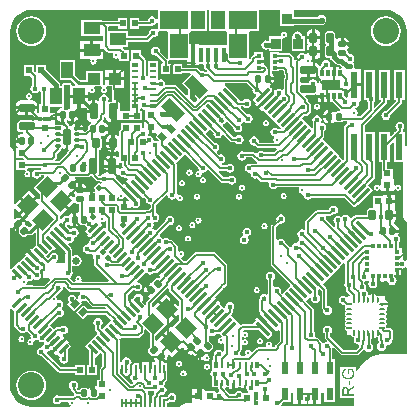
<source format=gtl>
G04 Layer_Physical_Order=1*
G04 Layer_Color=255*
%FSLAX42Y42*%
%MOMM*%
G71*
G01*
G75*
%ADD10R,0.51X0.61*%
%ADD11R,0.61X0.51*%
G04:AMPARAMS|DCode=12|XSize=0.51mm|YSize=0.61mm|CornerRadius=0mm|HoleSize=0mm|Usage=FLASHONLY|Rotation=225.000|XOffset=0mm|YOffset=0mm|HoleType=Round|Shape=Rectangle|*
%AMROTATEDRECTD12*
4,1,4,-0.04,0.40,0.40,-0.04,0.04,-0.40,-0.40,0.04,-0.04,0.40,0.0*
%
%ADD12ROTATEDRECTD12*%

%ADD13R,0.20X0.71*%
%ADD14R,0.30X0.51*%
%ADD15R,1.60X0.91*%
%ADD16R,0.61X0.61*%
%ADD17R,0.41X0.41*%
G04:AMPARAMS|DCode=18|XSize=0.41mm|YSize=0.41mm|CornerRadius=0.1mm|HoleSize=0mm|Usage=FLASHONLY|Rotation=0.000|XOffset=0mm|YOffset=0mm|HoleType=Round|Shape=RoundedRectangle|*
%AMROUNDEDRECTD18*
21,1,0.41,0.20,0,0,0.0*
21,1,0.20,0.41,0,0,0.0*
1,1,0.20,0.10,-0.10*
1,1,0.20,-0.10,-0.10*
1,1,0.20,-0.10,0.10*
1,1,0.20,0.10,0.10*
%
%ADD18ROUNDEDRECTD18*%
%ADD19R,0.41X0.41*%
%ADD20R,0.61X0.61*%
G04:AMPARAMS|DCode=21|XSize=1.02mm|YSize=1.8mm|CornerRadius=0mm|HoleSize=0mm|Usage=FLASHONLY|Rotation=45.000|XOffset=0mm|YOffset=0mm|HoleType=Round|Shape=Rectangle|*
%AMROTATEDRECTD21*
4,1,4,0.28,-1.00,-1.00,0.28,-0.28,1.00,1.00,-0.28,0.28,-1.00,0.0*
%
%ADD21ROTATEDRECTD21*%

%ADD22R,0.81X0.91*%
G04:AMPARAMS|DCode=23|XSize=0.61mm|YSize=0.91mm|CornerRadius=0.15mm|HoleSize=0mm|Usage=FLASHONLY|Rotation=180.000|XOffset=0mm|YOffset=0mm|HoleType=Round|Shape=RoundedRectangle|*
%AMROUNDEDRECTD23*
21,1,0.61,0.61,0,0,180.0*
21,1,0.30,0.91,0,0,180.0*
1,1,0.30,-0.15,0.30*
1,1,0.30,0.15,0.30*
1,1,0.30,0.15,-0.30*
1,1,0.30,-0.15,-0.30*
%
%ADD23ROUNDEDRECTD23*%
G04:AMPARAMS|DCode=24|XSize=0.71mm|YSize=1.32mm|CornerRadius=0.18mm|HoleSize=0mm|Usage=FLASHONLY|Rotation=90.000|XOffset=0mm|YOffset=0mm|HoleType=Round|Shape=RoundedRectangle|*
%AMROUNDEDRECTD24*
21,1,0.71,0.97,0,0,90.0*
21,1,0.36,1.32,0,0,90.0*
1,1,0.36,0.48,0.18*
1,1,0.36,0.48,-0.18*
1,1,0.36,-0.48,-0.18*
1,1,0.36,-0.48,0.18*
%
%ADD24ROUNDEDRECTD24*%
G04:AMPARAMS|DCode=25|XSize=0.51mm|YSize=0.61mm|CornerRadius=0.13mm|HoleSize=0mm|Usage=FLASHONLY|Rotation=90.000|XOffset=0mm|YOffset=0mm|HoleType=Round|Shape=RoundedRectangle|*
%AMROUNDEDRECTD25*
21,1,0.51,0.36,0,0,90.0*
21,1,0.25,0.61,0,0,90.0*
1,1,0.25,0.18,0.13*
1,1,0.25,0.18,-0.13*
1,1,0.25,-0.18,-0.13*
1,1,0.25,-0.18,0.13*
%
%ADD25ROUNDEDRECTD25*%
G04:AMPARAMS|DCode=26|XSize=0.51mm|YSize=0.61mm|CornerRadius=0.13mm|HoleSize=0mm|Usage=FLASHONLY|Rotation=0.000|XOffset=0mm|YOffset=0mm|HoleType=Round|Shape=RoundedRectangle|*
%AMROUNDEDRECTD26*
21,1,0.51,0.36,0,0,0.0*
21,1,0.25,0.61,0,0,0.0*
1,1,0.25,0.13,-0.18*
1,1,0.25,-0.13,-0.18*
1,1,0.25,-0.13,0.18*
1,1,0.25,0.13,0.18*
%
%ADD26ROUNDEDRECTD26*%
%ADD27R,0.46X0.30*%
%ADD28R,0.30X0.46*%
%ADD29R,0.38X0.51*%
%ADD30R,0.25X0.51*%
%ADD31R,1.42X1.02*%
%ADD32R,0.51X0.38*%
%ADD33R,0.51X0.25*%
%ADD34R,1.02X1.42*%
%ADD35R,1.12X1.02*%
G04:AMPARAMS|DCode=36|XSize=0.71mm|YSize=1.32mm|CornerRadius=0.18mm|HoleSize=0mm|Usage=FLASHONLY|Rotation=0.000|XOffset=0mm|YOffset=0mm|HoleType=Round|Shape=RoundedRectangle|*
%AMROUNDEDRECTD36*
21,1,0.71,0.97,0,0,0.0*
21,1,0.36,1.32,0,0,0.0*
1,1,0.36,0.18,-0.48*
1,1,0.36,-0.18,-0.48*
1,1,0.36,-0.18,0.48*
1,1,0.36,0.18,0.48*
%
%ADD36ROUNDEDRECTD36*%
%ADD37R,0.51X0.30*%
G04:AMPARAMS|DCode=38|XSize=0.51mm|YSize=0.3mm|CornerRadius=0.06mm|HoleSize=0mm|Usage=FLASHONLY|Rotation=0.000|XOffset=0mm|YOffset=0mm|HoleType=Round|Shape=RoundedRectangle|*
%AMROUNDEDRECTD38*
21,1,0.51,0.18,0,0,0.0*
21,1,0.39,0.30,0,0,0.0*
1,1,0.12,0.19,-0.09*
1,1,0.12,-0.19,-0.09*
1,1,0.12,-0.19,0.09*
1,1,0.12,0.19,0.09*
%
%ADD38ROUNDEDRECTD38*%
G04:AMPARAMS|DCode=39|XSize=0.71mm|YSize=1.42mm|CornerRadius=0.14mm|HoleSize=0mm|Usage=FLASHONLY|Rotation=0.000|XOffset=0mm|YOffset=0mm|HoleType=Round|Shape=RoundedRectangle|*
%AMROUNDEDRECTD39*
21,1,0.71,1.14,0,0,0.0*
21,1,0.43,1.42,0,0,0.0*
1,1,0.28,0.21,-0.57*
1,1,0.28,-0.21,-0.57*
1,1,0.28,-0.21,0.57*
1,1,0.28,0.21,0.57*
%
%ADD39ROUNDEDRECTD39*%
%ADD40R,0.46X0.30*%
%ADD41R,0.61X2.21*%
G04:AMPARAMS|DCode=42|XSize=0.3mm|YSize=1.52mm|CornerRadius=0mm|HoleSize=0mm|Usage=FLASHONLY|Rotation=45.000|XOffset=0mm|YOffset=0mm|HoleType=Round|Shape=Rectangle|*
%AMROTATEDRECTD42*
4,1,4,0.43,-0.65,-0.65,0.43,-0.43,0.65,0.65,-0.43,0.43,-0.65,0.0*
%
%ADD42ROTATEDRECTD42*%

G04:AMPARAMS|DCode=43|XSize=1.52mm|YSize=0.3mm|CornerRadius=0mm|HoleSize=0mm|Usage=FLASHONLY|Rotation=45.000|XOffset=0mm|YOffset=0mm|HoleType=Round|Shape=Rectangle|*
%AMROTATEDRECTD43*
4,1,4,-0.43,-0.65,-0.65,-0.43,0.43,0.65,0.65,0.43,-0.43,-0.65,0.0*
%
%ADD43ROTATEDRECTD43*%

G04:AMPARAMS|DCode=44|XSize=0.3mm|YSize=1.5mm|CornerRadius=0mm|HoleSize=0mm|Usage=FLASHONLY|Rotation=45.000|XOffset=0mm|YOffset=0mm|HoleType=Round|Shape=Rectangle|*
%AMROTATEDRECTD44*
4,1,4,0.42,-0.64,-0.64,0.42,-0.42,0.64,0.64,-0.42,0.42,-0.64,0.0*
%
%ADD44ROTATEDRECTD44*%

%ADD45R,0.46X1.30*%
%ADD46R,1.50X2.11*%
%ADD47R,2.39X1.60*%
%ADD48R,2.39X1.60*%
%ADD49R,1.19X1.60*%
G04:AMPARAMS|DCode=50|XSize=0.51mm|YSize=0.61mm|CornerRadius=0.13mm|HoleSize=0mm|Usage=FLASHONLY|Rotation=315.000|XOffset=0mm|YOffset=0mm|HoleType=Round|Shape=RoundedRectangle|*
%AMROUNDEDRECTD50*
21,1,0.51,0.36,0,0,315.0*
21,1,0.25,0.61,0,0,315.0*
1,1,0.25,-0.04,-0.22*
1,1,0.25,-0.22,-0.04*
1,1,0.25,0.04,0.22*
1,1,0.25,0.22,0.04*
%
%ADD50ROUNDEDRECTD50*%
G04:AMPARAMS|DCode=51|XSize=1.42mm|YSize=1.22mm|CornerRadius=0mm|HoleSize=0mm|Usage=FLASHONLY|Rotation=45.000|XOffset=0mm|YOffset=0mm|HoleType=Round|Shape=Rectangle|*
%AMROTATEDRECTD51*
4,1,4,-0.07,-0.93,-0.93,-0.07,0.07,0.93,0.93,0.07,-0.07,-0.93,0.0*
%
%ADD51ROTATEDRECTD51*%

G04:AMPARAMS|DCode=52|XSize=1.02mm|YSize=0.25mm|CornerRadius=0mm|HoleSize=0mm|Usage=FLASHONLY|Rotation=225.000|XOffset=0mm|YOffset=0mm|HoleType=Round|Shape=Rectangle|*
%AMROTATEDRECTD52*
4,1,4,0.27,0.45,0.45,0.27,-0.27,-0.45,-0.45,-0.27,0.27,0.45,0.0*
%
%ADD52ROTATEDRECTD52*%

G04:AMPARAMS|DCode=53|XSize=0.25mm|YSize=1.02mm|CornerRadius=0mm|HoleSize=0mm|Usage=FLASHONLY|Rotation=225.000|XOffset=0mm|YOffset=0mm|HoleType=Round|Shape=Rectangle|*
%AMROTATEDRECTD53*
4,1,4,-0.27,0.45,0.45,-0.27,0.27,-0.45,-0.45,0.27,-0.27,0.45,0.0*
%
%ADD53ROTATEDRECTD53*%

G04:AMPARAMS|DCode=54|XSize=0.51mm|YSize=0.61mm|CornerRadius=0.13mm|HoleSize=0mm|Usage=FLASHONLY|Rotation=225.000|XOffset=0mm|YOffset=0mm|HoleType=Round|Shape=RoundedRectangle|*
%AMROUNDEDRECTD54*
21,1,0.51,0.36,0,0,225.0*
21,1,0.25,0.61,0,0,225.0*
1,1,0.25,-0.22,0.04*
1,1,0.25,-0.04,0.22*
1,1,0.25,0.22,-0.04*
1,1,0.25,0.04,-0.22*
%
%ADD54ROUNDEDRECTD54*%
%ADD55R,0.61X1.12*%
G04:AMPARAMS|DCode=56|XSize=1.42mm|YSize=1.22mm|CornerRadius=0mm|HoleSize=0mm|Usage=FLASHONLY|Rotation=135.000|XOffset=0mm|YOffset=0mm|HoleType=Round|Shape=Rectangle|*
%AMROTATEDRECTD56*
4,1,4,0.93,-0.07,0.07,-0.93,-0.93,0.07,-0.07,0.93,0.93,-0.07,0.0*
%
%ADD56ROTATEDRECTD56*%

G04:AMPARAMS|DCode=57|XSize=0.51mm|YSize=0.61mm|CornerRadius=0mm|HoleSize=0mm|Usage=FLASHONLY|Rotation=315.000|XOffset=0mm|YOffset=0mm|HoleType=Round|Shape=Rectangle|*
%AMROTATEDRECTD57*
4,1,4,-0.40,-0.04,0.04,0.40,0.40,0.04,-0.04,-0.40,-0.40,-0.04,0.0*
%
%ADD57ROTATEDRECTD57*%

G04:AMPARAMS|DCode=58|XSize=0.46mm|YSize=0.23mm|CornerRadius=0.08mm|HoleSize=0mm|Usage=FLASHONLY|Rotation=270.000|XOffset=0mm|YOffset=0mm|HoleType=Round|Shape=RoundedRectangle|*
%AMROUNDEDRECTD58*
21,1,0.46,0.07,0,0,270.0*
21,1,0.30,0.23,0,0,270.0*
1,1,0.16,-0.03,-0.15*
1,1,0.16,-0.03,0.15*
1,1,0.16,0.03,0.15*
1,1,0.16,0.03,-0.15*
%
%ADD58ROUNDEDRECTD58*%
G04:AMPARAMS|DCode=59|XSize=0.46mm|YSize=0.23mm|CornerRadius=0.06mm|HoleSize=0mm|Usage=FLASHONLY|Rotation=270.000|XOffset=0mm|YOffset=0mm|HoleType=Round|Shape=RoundedRectangle|*
%AMROUNDEDRECTD59*
21,1,0.46,0.11,0,0,270.0*
21,1,0.34,0.23,0,0,270.0*
1,1,0.11,-0.06,-0.17*
1,1,0.11,-0.06,0.17*
1,1,0.11,0.06,0.17*
1,1,0.11,0.06,-0.17*
%
%ADD59ROUNDEDRECTD59*%
G04:AMPARAMS|DCode=60|XSize=0.46mm|YSize=0.23mm|CornerRadius=0.1mm|HoleSize=0mm|Usage=FLASHONLY|Rotation=270.000|XOffset=0mm|YOffset=0mm|HoleType=Round|Shape=RoundedRectangle|*
%AMROUNDEDRECTD60*
21,1,0.46,0.02,0,0,270.0*
21,1,0.25,0.23,0,0,270.0*
1,1,0.21,-0.01,-0.13*
1,1,0.21,-0.01,0.13*
1,1,0.21,0.01,0.13*
1,1,0.21,0.01,-0.13*
%
%ADD60ROUNDEDRECTD60*%
G04:AMPARAMS|DCode=61|XSize=0.46mm|YSize=0.23mm|CornerRadius=0.1mm|HoleSize=0mm|Usage=FLASHONLY|Rotation=0.000|XOffset=0mm|YOffset=0mm|HoleType=Round|Shape=RoundedRectangle|*
%AMROUNDEDRECTD61*
21,1,0.46,0.02,0,0,0.0*
21,1,0.25,0.23,0,0,0.0*
1,1,0.21,0.13,-0.01*
1,1,0.21,-0.13,-0.01*
1,1,0.21,-0.13,0.01*
1,1,0.21,0.13,0.01*
%
%ADD61ROUNDEDRECTD61*%
G04:AMPARAMS|DCode=62|XSize=0.46mm|YSize=0.23mm|CornerRadius=0.06mm|HoleSize=0mm|Usage=FLASHONLY|Rotation=0.000|XOffset=0mm|YOffset=0mm|HoleType=Round|Shape=RoundedRectangle|*
%AMROUNDEDRECTD62*
21,1,0.46,0.11,0,0,0.0*
21,1,0.34,0.23,0,0,0.0*
1,1,0.11,0.17,-0.06*
1,1,0.11,-0.17,-0.06*
1,1,0.11,-0.17,0.06*
1,1,0.11,0.17,0.06*
%
%ADD62ROUNDEDRECTD62*%
G04:AMPARAMS|DCode=63|XSize=0.46mm|YSize=0.23mm|CornerRadius=0.08mm|HoleSize=0mm|Usage=FLASHONLY|Rotation=0.000|XOffset=0mm|YOffset=0mm|HoleType=Round|Shape=RoundedRectangle|*
%AMROUNDEDRECTD63*
21,1,0.46,0.07,0,0,0.0*
21,1,0.30,0.23,0,0,0.0*
1,1,0.16,0.15,-0.03*
1,1,0.16,-0.15,-0.03*
1,1,0.16,-0.15,0.03*
1,1,0.16,0.15,0.03*
%
%ADD63ROUNDEDRECTD63*%
%ADD64C,0.15*%
%ADD65C,0.15*%
%ADD66C,0.30*%
%ADD67C,0.41*%
%ADD68C,0.25*%
%ADD69R,0.46X0.46*%
%ADD70C,0.66*%
%ADD71C,2.21*%
%ADD72C,0.45*%
%ADD73C,0.40*%
%ADD74C,0.20*%
%ADD75C,0.45*%
%ADD76C,0.50*%
G36*
X5962Y4022D02*
X5970Y4019D01*
Y3292D01*
X5791D01*
Y3292D01*
X5749Y3289D01*
X5708Y3279D01*
X5669Y3263D01*
X5633Y3241D01*
X5600Y3213D01*
X5573Y3181D01*
X5551Y3146D01*
X5551Y3146D01*
X5539Y3152D01*
Y3180D01*
X5408D01*
Y2919D01*
X5522D01*
Y2845D01*
X4913D01*
X4906Y2858D01*
X4910Y2863D01*
X4911Y2869D01*
X4921Y2880D01*
X4986D01*
Y2959D01*
X5009D01*
Y2869D01*
X5052D01*
Y2951D01*
X5077D01*
Y2869D01*
X5121D01*
Y2959D01*
X5135D01*
Y2869D01*
X5178D01*
Y2951D01*
X5203D01*
Y2869D01*
X5247D01*
Y2959D01*
X5270D01*
Y2880D01*
X5361D01*
Y2959D01*
Y3102D01*
Y3243D01*
X5339D01*
Y3338D01*
X5339Y3338D01*
X5340Y3339D01*
X5342Y3341D01*
X5351Y3344D01*
X5409Y3286D01*
X5417Y3281D01*
X5425Y3279D01*
X5552D01*
X5561Y3281D01*
X5569Y3286D01*
X5603Y3320D01*
X5609Y3321D01*
X5618Y3320D01*
X5619Y3318D01*
X5632Y3310D01*
X5646Y3307D01*
X5661Y3310D01*
X5674Y3318D01*
X5682Y3330D01*
X5685Y3345D01*
X5682Y3360D01*
X5674Y3372D01*
X5669Y3375D01*
Y3413D01*
X5679Y3420D01*
X5690D01*
X5702Y3423D01*
X5713Y3430D01*
X5716Y3435D01*
X5722Y3433D01*
X5729D01*
X5730Y3432D01*
Y3409D01*
X5732Y3401D01*
X5733Y3399D01*
Y3383D01*
X5728Y3380D01*
X5720Y3367D01*
X5717Y3353D01*
X5720Y3338D01*
X5728Y3326D01*
X5741Y3317D01*
X5756Y3314D01*
X5770Y3317D01*
X5783Y3326D01*
X5791Y3338D01*
X5794Y3353D01*
X5794Y3355D01*
X5804Y3366D01*
X5806Y3365D01*
X5821Y3368D01*
X5834Y3376D01*
X5842Y3389D01*
X5845Y3404D01*
X5844Y3409D01*
X5846Y3410D01*
X5850Y3418D01*
X5852Y3426D01*
Y3482D01*
X5850Y3491D01*
X5846Y3499D01*
X5843Y3501D01*
X5836Y3506D01*
X5827Y3508D01*
X5825Y3507D01*
X5800D01*
Y3513D01*
X5798Y3521D01*
X5794Y3530D01*
X5798Y3536D01*
X5799Y3544D01*
Y3555D01*
X5798Y3562D01*
X5794Y3568D01*
Y3570D01*
X5798Y3576D01*
X5799Y3584D01*
Y3595D01*
X5798Y3602D01*
X5794Y3608D01*
Y3611D01*
X5798Y3617D01*
X5799Y3624D01*
Y3635D01*
X5798Y3643D01*
X5795Y3650D01*
X5798Y3657D01*
X5799Y3665D01*
Y3676D01*
X5798Y3682D01*
X5802Y3684D01*
X5810Y3696D01*
X5813Y3710D01*
Y3712D01*
X5810Y3726D01*
X5802Y3738D01*
X5790Y3746D01*
X5783Y3747D01*
Y3777D01*
X5744D01*
X5743Y3778D01*
X5735Y3784D01*
X5726Y3785D01*
X5724D01*
X5716Y3784D01*
X5713Y3789D01*
X5702Y3796D01*
X5690Y3798D01*
X5679D01*
X5667Y3796D01*
X5656Y3789D01*
X5643Y3792D01*
X5641Y3795D01*
X5641Y3797D01*
X5639Y3811D01*
X5631Y3823D01*
X5628Y3825D01*
X5623Y3841D01*
X5626Y3856D01*
X5623Y3870D01*
X5615Y3883D01*
X5611Y3886D01*
Y3896D01*
X5610Y3901D01*
X5623Y3904D01*
X5633Y3911D01*
X5644Y3909D01*
X5648Y3908D01*
X5649Y3904D01*
X5648Y3901D01*
X5647Y3898D01*
X5644Y3884D01*
X5647Y3869D01*
X5655Y3857D01*
X5667Y3848D01*
X5682Y3845D01*
X5697Y3848D01*
X5709Y3857D01*
X5717Y3869D01*
X5720Y3884D01*
X5719Y3888D01*
X5720Y3889D01*
Y3949D01*
X5746D01*
Y3901D01*
X5774D01*
Y3911D01*
X5806D01*
X5809Y3897D01*
X5817Y3884D01*
X5830Y3876D01*
X5845Y3873D01*
X5859Y3876D01*
X5872Y3884D01*
X5880Y3897D01*
X5883Y3912D01*
X5880Y3926D01*
X5872Y3939D01*
X5865Y3943D01*
Y3961D01*
X5875D01*
Y4002D01*
X5900D01*
Y3961D01*
X5936D01*
Y4014D01*
X5946Y4016D01*
X5957Y4023D01*
X5962Y4022D01*
D02*
G37*
G36*
X2888Y4005D02*
Y3929D01*
X2943D01*
X2948Y3918D01*
X2899Y3869D01*
X2818D01*
X2817Y3869D01*
X2809Y3871D01*
X2756D01*
X2750Y3884D01*
X2752Y3887D01*
X2753Y3895D01*
X2754Y3896D01*
X2765Y3905D01*
X2771Y3904D01*
X2786Y3907D01*
X2798Y3915D01*
X2800Y3918D01*
X2807Y3927D01*
X2817Y3921D01*
X2820Y3919D01*
X2835Y3916D01*
X2849Y3919D01*
X2862Y3928D01*
X2870Y3940D01*
X2873Y3955D01*
X2870Y3969D01*
X2865Y3977D01*
X2866Y3993D01*
X2867Y3994D01*
X2875Y4006D01*
X2875Y4007D01*
X2888Y4005D01*
D02*
G37*
G36*
X3052Y5370D02*
X3044D01*
X3029Y5367D01*
X3016Y5359D01*
X3008Y5346D01*
X3005Y5331D01*
Y5326D01*
X3056D01*
Y5314D01*
X3069D01*
Y5254D01*
X3072Y5252D01*
X3075Y5247D01*
X3077Y5241D01*
X3077Y5241D01*
X3077Y5241D01*
X3085Y5233D01*
X3080Y5222D01*
X3069Y5220D01*
X3057Y5230D01*
Y5230D01*
X2999D01*
X2990Y5237D01*
Y5271D01*
X2944D01*
Y5296D01*
X2990D01*
Y5329D01*
X2949D01*
Y5384D01*
X3052D01*
Y5370D01*
D02*
G37*
G36*
X2888Y4054D02*
Y4036D01*
X2875Y4035D01*
X2875Y4036D01*
X2867Y4048D01*
X2867Y4051D01*
X2876Y4059D01*
X2888Y4054D01*
D02*
G37*
G36*
X3946Y4026D02*
X3874Y3955D01*
X3885Y3943D01*
X3872Y3929D01*
X3868Y3932D01*
X3858Y3934D01*
X3847Y3932D01*
X3838Y3926D01*
X3820Y3908D01*
X3813Y3898D01*
X3813Y3898D01*
X3801Y3888D01*
X3786Y3885D01*
X3774Y3876D01*
D01*
X3814Y3836D01*
X3805Y3827D01*
X3814Y3818D01*
X3777Y3782D01*
X3781Y3778D01*
X3789Y3773D01*
X3792Y3758D01*
X3771Y3737D01*
X3766Y3730D01*
X3764Y3721D01*
Y3711D01*
X3752Y3706D01*
X3726Y3733D01*
X3734Y3745D01*
X3737Y3759D01*
X3734Y3774D01*
X3725Y3786D01*
X3713Y3795D01*
X3698Y3798D01*
X3684Y3795D01*
X3671Y3786D01*
X3663Y3774D01*
X3662Y3771D01*
X3647Y3756D01*
X3640Y3763D01*
X3619Y3742D01*
X3607Y3747D01*
Y3788D01*
X3650Y3831D01*
X3663Y3831D01*
X3676Y3823D01*
X3691Y3820D01*
X3705Y3823D01*
X3718Y3831D01*
X3726Y3844D01*
X3729Y3858D01*
X3726Y3873D01*
X3718Y3885D01*
X3705Y3894D01*
X3691Y3897D01*
X3690Y3897D01*
X3684Y3908D01*
X3754Y3979D01*
X3770Y3977D01*
X3773Y3973D01*
X3785Y3965D01*
X3800Y3962D01*
X3815Y3965D01*
X3827Y3973D01*
X3830Y3978D01*
X3835D01*
X3844Y3979D01*
X3847Y3981D01*
X3856Y3972D01*
X3928Y4044D01*
X3946Y4026D01*
D02*
G37*
G36*
X3955Y3840D02*
Y3835D01*
X3956Y3827D01*
X3961Y3819D01*
X4044Y3737D01*
Y3703D01*
X4032Y3698D01*
X4011Y3719D01*
X3959Y3667D01*
X4018Y3608D01*
X4032Y3622D01*
X4044Y3617D01*
Y3578D01*
X3983Y3518D01*
X3970Y3517D01*
X3969Y3519D01*
X3917Y3466D01*
X3986Y3398D01*
X4054Y3330D01*
X4067Y3344D01*
X4081Y3339D01*
X4082Y3334D01*
X4091Y3321D01*
X4094Y3317D01*
X4131Y3354D01*
X4149Y3336D01*
X4112Y3299D01*
X4116Y3296D01*
X4129Y3287D01*
X4143Y3284D01*
X4158Y3287D01*
X4160Y3289D01*
X4169Y3285D01*
X4177Y3273D01*
X4181Y3269D01*
X4217Y3306D01*
X4235Y3288D01*
X4199Y3251D01*
X4202Y3248D01*
X4215Y3239D01*
X4230Y3236D01*
X4245Y3239D01*
X4246Y3240D01*
X4257Y3238D01*
X4265Y3233D01*
X4275Y3231D01*
X4285Y3233D01*
X4293Y3238D01*
X4299Y3246D01*
X4300Y3256D01*
X4299Y3266D01*
X4293Y3274D01*
X4285Y3280D01*
X4284Y3280D01*
X4287Y3293D01*
X4297Y3305D01*
X4297Y3305D01*
X4306Y3312D01*
X4324Y3330D01*
X4330Y3339D01*
X4333Y3350D01*
X4330Y3360D01*
X4324Y3370D01*
X4299Y3395D01*
X4293Y3399D01*
Y3438D01*
X4305Y3445D01*
X4306Y3444D01*
X4321Y3441D01*
X4335Y3444D01*
X4348Y3453D01*
X4351Y3457D01*
X4371D01*
X4380Y3459D01*
X4383Y3460D01*
X4402Y3441D01*
X4398Y3432D01*
X4396Y3429D01*
X4387Y3427D01*
X4379Y3422D01*
X4373Y3413D01*
X4371Y3404D01*
X4373Y3394D01*
X4379Y3385D01*
X4387Y3380D01*
X4397Y3378D01*
X4407Y3380D01*
X4409Y3382D01*
X4422Y3375D01*
Y3312D01*
X4409Y3308D01*
X4404Y3316D01*
X4391Y3325D01*
X4376Y3328D01*
X4362Y3325D01*
X4349Y3316D01*
X4341Y3304D01*
X4338Y3289D01*
X4339Y3286D01*
X4335Y3280D01*
X4333Y3272D01*
Y3238D01*
X4320D01*
Y3157D01*
X4320Y3157D01*
X4316Y3147D01*
X4310Y3139D01*
X4308Y3124D01*
X4310Y3110D01*
X4318Y3099D01*
X4320Y3087D01*
X4320Y3087D01*
X4320Y3087D01*
Y3006D01*
X4374D01*
Y3000D01*
X4376Y2991D01*
X4381Y2984D01*
X4376Y2970D01*
X4369Y2969D01*
X4359Y2962D01*
X4351Y2965D01*
X4347Y2968D01*
Y2979D01*
X4269D01*
X4266Y2979D01*
X4256Y2986D01*
Y2989D01*
X4218D01*
Y2933D01*
X4205D01*
Y2921D01*
X4155D01*
Y2877D01*
X4144Y2873D01*
X4097D01*
Y2873D01*
X4079Y2870D01*
X4064Y2860D01*
X4054Y2845D01*
X4053Y2840D01*
X3942Y2840D01*
Y2874D01*
X3946Y2874D01*
X3954Y2879D01*
X3962Y2888D01*
X3965Y2886D01*
X3980Y2883D01*
X3995Y2886D01*
X4007Y2894D01*
X4016Y2906D01*
X4019Y2921D01*
X4016Y2936D01*
X4007Y2948D01*
X3995Y2956D01*
X3980Y2959D01*
X3965Y2956D01*
X3953Y2948D01*
X3945Y2936D01*
X3945Y2935D01*
X3938Y2928D01*
X3914D01*
Y2939D01*
X3913D01*
X3912Y2951D01*
X3914Y2952D01*
X3926Y2960D01*
X3934Y2972D01*
X3937Y2987D01*
X3934Y3002D01*
X3926Y3014D01*
X3916Y3021D01*
X3924Y3033D01*
X3927Y3048D01*
X3926Y3053D01*
X3935Y3062D01*
X3935Y3062D01*
X3940Y3070D01*
X3942Y3078D01*
X3942Y3078D01*
Y3142D01*
X3942Y3143D01*
X3942Y3144D01*
X3942Y3145D01*
Y3210D01*
X3920D01*
X3918Y3217D01*
X3878Y3257D01*
X3896Y3275D01*
X3932Y3239D01*
X3936Y3242D01*
X3944Y3255D01*
X3947Y3270D01*
X3945Y3281D01*
X3956Y3288D01*
X3984Y3260D01*
X4036Y3312D01*
X3968Y3380D01*
X3899Y3448D01*
X3853Y3402D01*
X3841Y3408D01*
Y3445D01*
X3934Y3539D01*
X3947Y3539D01*
X3948Y3538D01*
X4000Y3590D01*
X3932Y3658D01*
X3864Y3726D01*
X3823Y3686D01*
X3810Y3691D01*
Y3712D01*
X3943Y3844D01*
X3955Y3840D01*
D02*
G37*
G36*
X3796Y3463D02*
X3795Y3457D01*
Y3345D01*
X3788Y3339D01*
X3782Y3330D01*
X3780Y3319D01*
X3782Y3308D01*
X3788Y3299D01*
X3806Y3281D01*
X3816Y3275D01*
X3816Y3275D01*
X3826Y3263D01*
X3829Y3248D01*
X3838Y3235D01*
X3839Y3233D01*
X3834Y3221D01*
X3833D01*
Y3221D01*
X3810D01*
Y3160D01*
X3785D01*
Y3221D01*
X3762D01*
Y3221D01*
X3752D01*
Y3221D01*
X3729D01*
Y3160D01*
X3704D01*
Y3221D01*
X3681D01*
Y3221D01*
X3672D01*
Y3221D01*
X3635D01*
X3632Y3235D01*
X3624Y3248D01*
X3611Y3256D01*
X3610Y3256D01*
X3605Y3260D01*
X3597Y3261D01*
X3588Y3260D01*
X3583Y3256D01*
X3582Y3256D01*
X3569Y3248D01*
X3561Y3235D01*
X3558Y3221D01*
X3538D01*
Y3412D01*
X3537Y3415D01*
X3540Y3419D01*
X3547Y3425D01*
X3547Y3425D01*
X3549Y3425D01*
X3553Y3424D01*
X3553Y3424D01*
X3553Y3424D01*
X3696D01*
X3704Y3426D01*
X3712Y3431D01*
X3742Y3461D01*
X3742Y3461D01*
X3747Y3468D01*
X3749Y3477D01*
X3749Y3477D01*
Y3493D01*
X3761Y3498D01*
X3796Y3463D01*
D02*
G37*
G36*
X5210Y5486D02*
X5255D01*
Y5474D01*
X5268D01*
Y5423D01*
X5293D01*
Y5474D01*
X5319D01*
Y5423D01*
X5345D01*
X5408Y5357D01*
X5408Y5354D01*
X5403Y5344D01*
X5382D01*
X5371Y5342D01*
X5362Y5336D01*
X5355Y5342D01*
X5354Y5344D01*
X5342Y5352D01*
X5327Y5355D01*
D01*
Y5298D01*
Y5242D01*
X5342Y5245D01*
X5354Y5253D01*
X5355Y5254D01*
X5362Y5261D01*
X5371Y5255D01*
X5382Y5252D01*
X5407D01*
X5418Y5255D01*
X5426Y5260D01*
X5460D01*
X5466Y5248D01*
X5466Y5247D01*
X5465Y5241D01*
X5447Y5223D01*
X5442Y5216D01*
X5441Y5207D01*
Y4941D01*
X5428Y4936D01*
X5396Y4968D01*
X5325Y5039D01*
X5290Y5074D01*
X5257Y5107D01*
X5264Y5115D01*
X5269Y5122D01*
X5271Y5131D01*
Y5177D01*
X5275Y5180D01*
X5283Y5192D01*
X5286Y5207D01*
X5283Y5222D01*
X5275Y5234D01*
X5262Y5242D01*
X5253Y5244D01*
X5246Y5254D01*
X5245Y5258D01*
X5248Y5271D01*
X5245Y5285D01*
X5237Y5298D01*
X5224Y5306D01*
X5210Y5309D01*
X5195Y5306D01*
X5182Y5298D01*
X5174Y5285D01*
X5171Y5271D01*
X5174Y5257D01*
Y5207D01*
X5162Y5202D01*
X5147Y5217D01*
X5120Y5244D01*
X5079Y5285D01*
X5097Y5303D01*
X5118D01*
X5127Y5305D01*
X5134Y5310D01*
X5152Y5327D01*
X5152Y5327D01*
X5157Y5335D01*
X5158Y5344D01*
X5158Y5344D01*
Y5396D01*
X5157Y5405D01*
X5152Y5412D01*
X5132Y5432D01*
Y5440D01*
X5130Y5449D01*
X5125Y5456D01*
X5125Y5456D01*
X5108Y5473D01*
X5113Y5485D01*
X5184D01*
X5197Y5487D01*
X5202Y5491D01*
X5210Y5486D01*
D02*
G37*
G36*
X3734Y5362D02*
X3749Y5359D01*
X3752Y5360D01*
X3757Y5348D01*
Y5268D01*
X3749Y5259D01*
X3747D01*
Y5200D01*
X3744Y5199D01*
X3731Y5207D01*
Y5246D01*
X3652D01*
X3640Y5246D01*
Y5246D01*
X3640D01*
Y5246D01*
X3549D01*
Y5194D01*
X3542Y5188D01*
X3537Y5180D01*
X3536Y5171D01*
Y5140D01*
X3533Y5138D01*
X3523Y5134D01*
X3512Y5141D01*
X3496Y5144D01*
X3494D01*
Y5072D01*
Y5000D01*
X3496D01*
X3512Y5004D01*
X3515Y5006D01*
X3531Y5001D01*
X3532Y4998D01*
X3532Y4998D01*
X3532Y4998D01*
Y4961D01*
X3523Y4958D01*
X3519Y4957D01*
X3506Y4966D01*
X3489Y4969D01*
X3484D01*
Y4890D01*
X3533D01*
Y4908D01*
X3561D01*
Y4890D01*
X3563Y4881D01*
X3566Y4876D01*
X3563Y4867D01*
X3561Y4862D01*
X3557Y4861D01*
X3545Y4854D01*
X3539Y4856D01*
X3533Y4859D01*
Y4864D01*
X3409D01*
Y4829D01*
X3410Y4825D01*
X3399Y4812D01*
X3391Y4811D01*
X3379Y4802D01*
X3378Y4800D01*
X3365Y4800D01*
X3355Y4809D01*
X3360Y4816D01*
X3362Y4829D01*
Y4925D01*
X3362Y4925D01*
X3363Y4930D01*
Y5012D01*
X3368Y5013D01*
X3378Y5020D01*
X3385Y5030D01*
X3387Y5042D01*
Y5103D01*
X3385Y5115D01*
X3378Y5125D01*
X3378Y5125D01*
X3382Y5138D01*
X3403D01*
X3418Y5141D01*
X3430Y5149D01*
X3439Y5162D01*
X3442Y5177D01*
Y5182D01*
X3390D01*
Y5207D01*
X3442D01*
Y5212D01*
X3439Y5227D01*
X3430Y5240D01*
X3418Y5248D01*
X3406Y5250D01*
X3404Y5252D01*
X3401Y5257D01*
X3400Y5264D01*
X3402Y5267D01*
X3404Y5276D01*
Y5291D01*
X3407Y5293D01*
X3421Y5287D01*
X3423Y5279D01*
X3432Y5265D01*
X3446Y5255D01*
X3463Y5252D01*
X3468D01*
Y5344D01*
X3494D01*
Y5252D01*
X3499D01*
X3516Y5255D01*
X3530Y5265D01*
X3536Y5274D01*
X3549Y5270D01*
Y5266D01*
X3627D01*
X3640Y5266D01*
Y5266D01*
X3640D01*
Y5266D01*
X3731D01*
Y5346D01*
X3722D01*
X3711Y5351D01*
Y5364D01*
X3717Y5368D01*
X3723Y5369D01*
X3734Y5362D01*
D02*
G37*
G36*
X3080Y3859D02*
Y3859D01*
X3082Y3850D01*
X3087Y3843D01*
X3108Y3822D01*
X3115Y3817D01*
X3124Y3815D01*
X3202D01*
X3206Y3802D01*
X3201Y3799D01*
X3193Y3787D01*
X3190Y3772D01*
X3192Y3764D01*
X3180Y3758D01*
X3171Y3766D01*
X3170Y3773D01*
X3162Y3784D01*
X3151Y3792D01*
X3137Y3795D01*
X3123Y3792D01*
X3112Y3784D01*
X3104Y3773D01*
X3101Y3759D01*
X3104Y3746D01*
X3112Y3734D01*
X3107Y3722D01*
X3097Y3712D01*
X3154Y3655D01*
X3218Y3719D01*
X3214Y3723D01*
X3220Y3735D01*
X3228Y3734D01*
X3243Y3736D01*
X3251Y3742D01*
X3301Y3692D01*
X3301Y3692D01*
X3308Y3687D01*
X3317Y3685D01*
X3416D01*
X3420Y3680D01*
X3414Y3667D01*
X3270D01*
X3232Y3705D01*
X3168Y3641D01*
X3225Y3584D01*
X3263Y3622D01*
X3424D01*
X3468Y3577D01*
X3389Y3498D01*
X3378Y3510D01*
Y3526D01*
X3382Y3529D01*
X3391Y3541D01*
X3394Y3556D01*
X3391Y3571D01*
X3382Y3583D01*
X3370Y3591D01*
X3355Y3594D01*
X3341Y3591D01*
X3328Y3583D01*
X3320Y3571D01*
X3317Y3556D01*
X3320Y3541D01*
X3328Y3529D01*
X3332Y3526D01*
Y3500D01*
X3334Y3491D01*
X3339Y3484D01*
X3350Y3473D01*
X3348Y3457D01*
X3317Y3426D01*
X3246Y3354D01*
X3281Y3319D01*
Y3200D01*
X3263D01*
Y3109D01*
X3344D01*
Y3200D01*
X3327D01*
Y3257D01*
X3338Y3262D01*
X3339Y3261D01*
X3378Y3301D01*
X3391Y3288D01*
Y3187D01*
X3377Y3174D01*
X3372Y3166D01*
X3370Y3157D01*
Y3073D01*
X3348D01*
Y3025D01*
X3335Y3015D01*
X3332Y3016D01*
D01*
Y2959D01*
X3306D01*
Y3016D01*
X3292Y3013D01*
X3279Y3004D01*
X3278Y3003D01*
X3272Y2997D01*
X3263Y3003D01*
X3252Y3005D01*
X3226D01*
X3216Y3003D01*
X3206Y2997D01*
X3200Y2988D01*
X3200Y2987D01*
X3187Y2985D01*
X3176Y2995D01*
X3177Y2998D01*
X3185Y3010D01*
X3188Y3025D01*
X3185Y3040D01*
X3177Y3052D01*
X3164Y3061D01*
X3150Y3064D01*
X3135Y3061D01*
X3122Y3052D01*
X3114Y3040D01*
X3111Y3025D01*
X3114Y3010D01*
X3122Y2998D01*
X3127Y2995D01*
Y2990D01*
X3128Y2981D01*
X3133Y2973D01*
X3151Y2956D01*
X3149Y2939D01*
X3141Y2931D01*
X3032D01*
X3025Y2936D01*
X3010Y2939D01*
X2995Y2936D01*
X2983Y2928D01*
X2974Y2915D01*
X2972Y2901D01*
X2974Y2886D01*
X2983Y2874D01*
X2995Y2865D01*
X3010Y2862D01*
X3025Y2865D01*
X3037Y2874D01*
X3045Y2885D01*
X3103D01*
X3111Y2875D01*
X3113Y2865D01*
X3119Y2857D01*
X3124Y2854D01*
X3120Y2841D01*
X2805Y2841D01*
X2793Y2842D01*
X2793Y2842D01*
X2793Y2842D01*
X2757Y2845D01*
X2723Y2855D01*
X2691Y2872D01*
X2664Y2895D01*
X2641Y2923D01*
X2624Y2954D01*
X2614Y2988D01*
X2610Y3024D01*
X2610D01*
Y3671D01*
X2622Y3676D01*
X2648Y3651D01*
X2648Y3650D01*
X2647Y3646D01*
X2647Y3645D01*
X2647Y3645D01*
Y3531D01*
X2648Y3522D01*
X2653Y3514D01*
X2679Y3489D01*
X2686Y3484D01*
X2690Y3483D01*
X2693Y3478D01*
X2706Y3470D01*
X2720Y3467D01*
X2735Y3470D01*
X2741Y3474D01*
X2752Y3476D01*
X2759Y3472D01*
X2785Y3447D01*
X2784Y3442D01*
X2786Y3429D01*
X2785Y3425D01*
X2779Y3416D01*
X2774Y3415D01*
X2766Y3409D01*
X2760Y3401D01*
X2758Y3391D01*
X2760Y3381D01*
X2766Y3373D01*
X2774Y3367D01*
X2784Y3365D01*
X2794Y3367D01*
X2802Y3373D01*
X2808Y3381D01*
X2809Y3391D01*
X2809Y3393D01*
X2820Y3404D01*
X2822Y3403D01*
X2837Y3406D01*
X2847Y3413D01*
X2855Y3402D01*
X2868Y3394D01*
X2882Y3391D01*
X2892Y3393D01*
X2897Y3388D01*
X2899Y3375D01*
X2891Y3362D01*
X2889Y3355D01*
X2876Y3345D01*
X2875Y3345D01*
X2862Y3343D01*
X2850Y3335D01*
X2842Y3323D01*
X2840Y3310D01*
X2842Y3296D01*
X2850Y3284D01*
X2862Y3277D01*
X2875Y3274D01*
X2878Y3274D01*
X3014Y3138D01*
X3021Y3133D01*
X3030Y3132D01*
X3163D01*
Y3109D01*
X3243D01*
Y3200D01*
X3163D01*
Y3178D01*
X3040D01*
X2920Y3298D01*
X2926Y3309D01*
X2941Y3312D01*
X2953Y3321D01*
X2962Y3321D01*
X2965Y3319D01*
X3019Y3372D01*
X3073Y3426D01*
X3057Y3442D01*
X3060Y3455D01*
X3063Y3454D01*
X3078Y3457D01*
X3090Y3465D01*
X3099Y3478D01*
X3102Y3492D01*
X3099Y3507D01*
X3090Y3520D01*
X3078Y3528D01*
X3063Y3531D01*
X3049Y3528D01*
X3036Y3520D01*
X3033Y3515D01*
X3012D01*
X3004Y3514D01*
X2996Y3509D01*
X2986Y3498D01*
X2949Y3536D01*
X3015Y3603D01*
X3029Y3600D01*
X3044Y3603D01*
X3056Y3611D01*
X3065Y3624D01*
X3068Y3638D01*
X3065Y3653D01*
X3056Y3665D01*
X3054Y3667D01*
X3050Y3680D01*
X3058Y3692D01*
X3061Y3707D01*
X3058Y3722D01*
X3050Y3734D01*
X3038Y3743D01*
X3023Y3746D01*
X3019Y3745D01*
X3008Y3752D01*
X3006Y3761D01*
X3000Y3770D01*
X3001Y3784D01*
X3031Y3814D01*
X3035Y3815D01*
X3047Y3823D01*
X3056Y3836D01*
X3058Y3851D01*
X3058Y3855D01*
X3067Y3868D01*
X3070Y3868D01*
X3080Y3859D01*
D02*
G37*
G36*
X3427Y4414D02*
Y4365D01*
X3415Y4360D01*
X3410Y4365D01*
X3356Y4311D01*
X3338Y4329D01*
X3392Y4383D01*
X3379Y4396D01*
X3384Y4408D01*
X3384Y4408D01*
X3393Y4407D01*
X3403Y4409D01*
X3412Y4414D01*
X3414Y4418D01*
X3427Y4414D01*
D02*
G37*
G36*
X3147Y4661D02*
X3149Y4650D01*
X3158Y4638D01*
X3159Y4637D01*
X3163Y4632D01*
X3158Y4621D01*
X3145Y4617D01*
X3112Y4650D01*
X3119Y4661D01*
X3131Y4659D01*
X3146Y4662D01*
X3147Y4661D01*
D02*
G37*
G36*
X3616Y4596D02*
X3611Y4585D01*
X3592D01*
Y4534D01*
X3566D01*
Y4585D01*
X3523D01*
X3518Y4595D01*
Y4607D01*
X3529Y4615D01*
X3530Y4615D01*
X3535Y4607D01*
X3544Y4602D01*
X3553Y4600D01*
X3563Y4602D01*
X3572Y4607D01*
X3577Y4616D01*
X3577Y4617D01*
X3591Y4621D01*
X3616Y4596D01*
D02*
G37*
G36*
X3540Y4805D02*
X3544Y4799D01*
X3557Y4791D01*
X3571Y4788D01*
X3576Y4789D01*
X3580Y4784D01*
X3588Y4779D01*
X3597Y4778D01*
X3601D01*
X3607Y4765D01*
X3593Y4751D01*
X3664Y4679D01*
X3736Y4607D01*
X3746Y4617D01*
X3763Y4601D01*
X3761Y4595D01*
X3764Y4580D01*
X3773Y4568D01*
X3785Y4559D01*
X3800Y4556D01*
X3802Y4544D01*
Y4531D01*
X3782Y4511D01*
X3758D01*
X3749Y4509D01*
X3749Y4509D01*
X3635D01*
Y4532D01*
X3647Y4536D01*
X3648Y4535D01*
X3661Y4526D01*
X3675Y4523D01*
X3690Y4526D01*
X3703Y4535D01*
X3711Y4547D01*
X3714Y4562D01*
X3711Y4577D01*
X3709Y4580D01*
X3718Y4589D01*
X3646Y4661D01*
X3575Y4733D01*
X3565Y4723D01*
X3510Y4777D01*
X3512Y4792D01*
X3520Y4797D01*
X3525Y4805D01*
X3540Y4805D01*
D02*
G37*
G36*
X3112Y4531D02*
X3149Y4567D01*
X3165Y4566D01*
X3165Y4565D01*
X3174Y4559D01*
X3185Y4557D01*
X3193D01*
Y4490D01*
X3180Y4482D01*
X3171Y4484D01*
D01*
Y4427D01*
Y4371D01*
X3185Y4374D01*
X3198Y4382D01*
X3199Y4383D01*
X3205Y4389D01*
X3214Y4383D01*
X3225Y4381D01*
X3243D01*
X3244Y4380D01*
X3252Y4367D01*
X3260Y4362D01*
X3264Y4347D01*
X3245Y4329D01*
X3273Y4301D01*
X3266Y4293D01*
X3290Y4269D01*
X3289Y4256D01*
X3285Y4254D01*
X3277Y4241D01*
X3274Y4228D01*
X3273Y4225D01*
X3263Y4216D01*
X3252Y4214D01*
X3239Y4205D01*
X3231Y4193D01*
X3228Y4178D01*
X3231Y4164D01*
X3239Y4151D01*
X3252Y4143D01*
X3266Y4140D01*
X3272Y4141D01*
X3278Y4137D01*
X3287Y4135D01*
X3309D01*
X3316Y4122D01*
X3314Y4112D01*
X3317Y4098D01*
X3320Y4094D01*
Y4051D01*
X3321Y4043D01*
X3326Y4035D01*
X3448Y3913D01*
X3443Y3902D01*
X3221D01*
X3214Y3914D01*
X3214Y3914D01*
X3216Y3924D01*
X3214Y3934D01*
X3208Y3942D01*
X3200Y3948D01*
X3190Y3950D01*
X3180Y3948D01*
X3172Y3942D01*
X3167Y3934D01*
X3165Y3924D01*
X3167Y3914D01*
X3167Y3914D01*
X3161Y3903D01*
X3148Y3902D01*
X3121Y3929D01*
X3123Y3945D01*
X3128Y3948D01*
X3137Y3960D01*
X3140Y3975D01*
X3137Y3990D01*
X3137Y3990D01*
Y4031D01*
X3148Y4037D01*
X3151Y4035D01*
X3170Y4031D01*
X3189Y4035D01*
X3205Y4045D01*
X3215Y4061D01*
X3219Y4080D01*
X3215Y4098D01*
X3205Y4114D01*
X3189Y4125D01*
X3170Y4129D01*
X3151Y4125D01*
X3148Y4123D01*
X3137Y4129D01*
Y4171D01*
X3137Y4171D01*
X3135Y4182D01*
X3128Y4191D01*
X3128Y4191D01*
X3101Y4218D01*
X3107Y4230D01*
X3114Y4229D01*
X3129Y4232D01*
X3141Y4240D01*
X3150Y4253D01*
X3152Y4267D01*
X3152Y4268D01*
X3162Y4282D01*
X3167Y4283D01*
X3179Y4291D01*
X3188Y4303D01*
X3191Y4318D01*
X3188Y4333D01*
X3179Y4345D01*
X3167Y4353D01*
X3152Y4356D01*
X3137Y4353D01*
X3125Y4345D01*
X3111Y4347D01*
X3090Y4369D01*
X3091Y4382D01*
X3103Y4384D01*
X3105Y4385D01*
X3117Y4383D01*
X3118Y4382D01*
X3130Y4374D01*
X3145Y4371D01*
D01*
Y4427D01*
Y4484D01*
X3130Y4481D01*
X3118Y4472D01*
X3112Y4464D01*
X3103Y4455D01*
X3089Y4458D01*
X3074Y4455D01*
X3061Y4447D01*
X3054Y4436D01*
X3052Y4434D01*
X3039Y4430D01*
X3035Y4433D01*
Y4454D01*
X3094Y4513D01*
X3033Y4574D01*
X3051Y4592D01*
X3112Y4531D01*
D02*
G37*
G36*
X5449Y4055D02*
Y3899D01*
X5443Y3891D01*
X5440Y3876D01*
X5443Y3861D01*
X5452Y3849D01*
X5456Y3846D01*
Y3833D01*
X5458Y3824D01*
X5463Y3817D01*
X5490Y3790D01*
X5484Y3777D01*
X5471D01*
X5469Y3775D01*
X5464Y3772D01*
X5453Y3772D01*
X5447Y3777D01*
X5433Y3780D01*
X5419Y3777D01*
X5408Y3769D01*
X5400Y3758D01*
X5397Y3744D01*
X5400Y3730D01*
X5408Y3719D01*
X5419Y3711D01*
X5433Y3708D01*
X5436Y3709D01*
X5446Y3699D01*
X5450Y3694D01*
X5449Y3683D01*
X5448Y3676D01*
Y3665D01*
X5449Y3657D01*
X5453Y3650D01*
X5449Y3643D01*
X5448Y3635D01*
Y3624D01*
X5449Y3617D01*
X5453Y3610D01*
X5449Y3602D01*
X5448Y3595D01*
Y3584D01*
X5449Y3576D01*
X5453Y3570D01*
Y3568D01*
X5449Y3562D01*
X5448Y3555D01*
Y3544D01*
X5449Y3536D01*
X5453Y3530D01*
X5449Y3521D01*
X5448Y3513D01*
Y3506D01*
X5449Y3498D01*
X5454Y3491D01*
X5461Y3486D01*
X5466Y3485D01*
Y3452D01*
X5500D01*
X5501Y3446D01*
X5505Y3440D01*
X5512Y3435D01*
X5520Y3433D01*
X5525Y3425D01*
X5527Y3421D01*
X5524Y3409D01*
X5527Y3395D01*
X5535Y3383D01*
X5546Y3376D01*
X5556Y3374D01*
X5561Y3370D01*
X5566Y3361D01*
X5565Y3358D01*
Y3347D01*
X5543Y3325D01*
X5435D01*
X5321Y3439D01*
Y3463D01*
X5326Y3465D01*
X5334Y3478D01*
X5337Y3492D01*
X5334Y3507D01*
X5326Y3520D01*
X5313Y3528D01*
X5298Y3531D01*
X5284Y3528D01*
X5271Y3520D01*
X5263Y3507D01*
X5260Y3492D01*
X5263Y3478D01*
X5271Y3465D01*
X5275Y3463D01*
Y3429D01*
X5277Y3420D01*
X5282Y3413D01*
X5292Y3403D01*
X5288Y3389D01*
X5284Y3388D01*
X5271Y3380D01*
X5270Y3379D01*
X5267Y3379D01*
X5257Y3382D01*
X5256Y3387D01*
X5251Y3394D01*
X5226Y3420D01*
X5218Y3425D01*
X5210Y3427D01*
X5201D01*
X5194Y3439D01*
X5194Y3440D01*
X5197Y3454D01*
X5194Y3469D01*
X5186Y3482D01*
X5182Y3484D01*
Y3663D01*
X5181Y3667D01*
X5180Y3671D01*
X5180Y3671D01*
X5180Y3671D01*
X5178Y3675D01*
X5175Y3679D01*
X5116Y3739D01*
X5148Y3771D01*
X5149Y3771D01*
X5159Y3764D01*
X5158Y3759D01*
X5161Y3745D01*
X5170Y3732D01*
X5182Y3724D01*
X5197Y3721D01*
X5212Y3724D01*
X5224Y3732D01*
X5232Y3745D01*
X5235Y3759D01*
X5232Y3774D01*
X5224Y3786D01*
X5220Y3789D01*
Y3834D01*
X5230Y3839D01*
X5232Y3840D01*
X5250Y3821D01*
Y3683D01*
X5252Y3674D01*
X5257Y3667D01*
X5261Y3663D01*
X5260Y3658D01*
X5263Y3643D01*
X5271Y3630D01*
X5284Y3622D01*
X5298Y3619D01*
X5313Y3622D01*
X5326Y3630D01*
X5334Y3643D01*
X5337Y3658D01*
X5334Y3672D01*
X5326Y3685D01*
X5313Y3693D01*
X5298Y3696D01*
X5296Y3698D01*
Y3830D01*
X5295Y3835D01*
X5294Y3839D01*
X5294Y3839D01*
X5294Y3839D01*
X5292Y3843D01*
X5289Y3846D01*
X5257Y3880D01*
X5262Y3884D01*
X5298Y3920D01*
X5327Y3949D01*
X5369Y3992D01*
X5404Y4026D01*
X5403Y4027D01*
X5432Y4056D01*
X5433Y4055D01*
X5437Y4060D01*
X5449Y4055D01*
D02*
G37*
G36*
X3815Y5157D02*
X3848D01*
X3853Y5144D01*
X3838Y5129D01*
X3868Y5099D01*
X3869Y5096D01*
X3868Y5095D01*
X3853Y5090D01*
X3853Y5090D01*
X3838Y5093D01*
X3835Y5092D01*
X3823Y5098D01*
X3820Y5112D01*
X3812Y5125D01*
X3799Y5133D01*
X3785Y5136D01*
X3779Y5147D01*
X3785Y5157D01*
X3790D01*
Y5208D01*
X3815D01*
Y5157D01*
D02*
G37*
G36*
X3021Y4205D02*
X3028Y4212D01*
X3080Y4159D01*
Y4059D01*
X2997D01*
X2996Y4072D01*
X2997Y4072D01*
X3009Y4080D01*
X3017Y4092D01*
X3020Y4107D01*
X3017Y4122D01*
X3009Y4134D01*
X2997Y4143D01*
X2982Y4146D01*
X2967Y4143D01*
X2955Y4134D01*
X2946Y4122D01*
X2944Y4109D01*
X2940Y4106D01*
X2928Y4106D01*
X2918Y4116D01*
X2918Y4116D01*
X2977Y4176D01*
X2985Y4169D01*
X3003Y4187D01*
X2949Y4241D01*
X2967Y4259D01*
X3021Y4205D01*
D02*
G37*
G36*
X3293Y4795D02*
X3305D01*
X3340Y4759D01*
X3340Y4759D01*
X3340Y4759D01*
X3344Y4757D01*
X3347Y4754D01*
X3347Y4754D01*
X3348Y4754D01*
X3352Y4753D01*
X3356Y4752D01*
X3356Y4752D01*
X3356Y4752D01*
X3376D01*
X3379Y4748D01*
X3388Y4742D01*
X3382Y4731D01*
X3366Y4734D01*
X3351Y4731D01*
X3338Y4722D01*
X3329Y4709D01*
X3326Y4693D01*
X3329Y4678D01*
X3333Y4671D01*
X3326Y4658D01*
X3315D01*
Y4608D01*
X3289D01*
Y4658D01*
X3265D01*
X3260Y4665D01*
X3203D01*
Y4678D01*
X3190D01*
Y4740D01*
X3184Y4750D01*
X3144Y4710D01*
X3126Y4728D01*
X3166Y4768D01*
X3166Y4768D01*
X3160Y4772D01*
X3163Y4785D01*
X3269D01*
X3277Y4787D01*
X3285Y4792D01*
X3289Y4796D01*
X3293Y4795D01*
D02*
G37*
G36*
X3059Y5029D02*
X3075Y5026D01*
X3101D01*
X3106Y5013D01*
X3100Y5007D01*
X3095Y5000D01*
X3094Y4991D01*
Y4990D01*
X3025Y4922D01*
X2996D01*
X2991Y4935D01*
X3001Y4944D01*
X3006Y4952D01*
X3007Y4961D01*
Y4982D01*
X3034Y5008D01*
X3039Y5015D01*
X3039Y5018D01*
X3044Y5019D01*
X3051Y5024D01*
X3055Y5031D01*
X3056Y5031D01*
X3059Y5029D01*
D02*
G37*
G36*
X5149Y5634D02*
X5184D01*
X5201Y5637D01*
X5212Y5645D01*
X5222Y5641D01*
X5225Y5639D01*
Y5625D01*
X5226D01*
Y5587D01*
X5213Y5586D01*
X5212Y5593D01*
X5204Y5605D01*
X5191Y5613D01*
X5177Y5616D01*
X5162Y5613D01*
X5149Y5605D01*
X5141Y5593D01*
X5140Y5587D01*
X5088D01*
X5080Y5586D01*
X5067Y5594D01*
Y5626D01*
X5080Y5636D01*
X5088Y5634D01*
X5123D01*
Y5696D01*
X5149D01*
Y5634D01*
D02*
G37*
G36*
X5509Y3164D02*
X5509Y3164D01*
X5509Y3164D01*
X5510Y3163D01*
X5510Y3162D01*
X5511Y3161D01*
X5512Y3160D01*
X5513Y3159D01*
X5515Y3156D01*
X5516Y3152D01*
X5518Y3149D01*
X5520Y3145D01*
Y3145D01*
X5520Y3144D01*
X5520Y3144D01*
X5520Y3143D01*
X5521Y3142D01*
X5521Y3141D01*
X5521Y3140D01*
X5522Y3139D01*
X5522Y3135D01*
X5523Y3132D01*
X5523Y3128D01*
X5524Y3124D01*
Y3124D01*
Y3123D01*
Y3123D01*
X5523Y3122D01*
Y3120D01*
X5523Y3119D01*
X5523Y3117D01*
X5523Y3115D01*
X5522Y3113D01*
X5522Y3111D01*
X5521Y3107D01*
X5520Y3102D01*
X5519Y3100D01*
X5518Y3098D01*
X5517Y3098D01*
X5517Y3097D01*
X5517Y3097D01*
X5516Y3096D01*
X5516Y3095D01*
X5515Y3094D01*
X5514Y3093D01*
X5513Y3091D01*
X5512Y3090D01*
X5510Y3089D01*
X5509Y3087D01*
X5507Y3086D01*
X5506Y3084D01*
X5504Y3083D01*
X5502Y3081D01*
X5500Y3080D01*
X5500D01*
X5499Y3080D01*
X5499Y3080D01*
X5498Y3079D01*
X5497Y3079D01*
X5495Y3078D01*
X5494Y3078D01*
X5492Y3077D01*
X5490Y3077D01*
X5488Y3076D01*
X5486Y3076D01*
X5484Y3075D01*
X5479Y3075D01*
X5476Y3074D01*
X5474Y3074D01*
X5472D01*
X5471Y3074D01*
X5470D01*
X5468Y3075D01*
X5467Y3075D01*
X5465Y3075D01*
X5463Y3075D01*
X5461Y3076D01*
X5456Y3077D01*
X5452Y3078D01*
X5449Y3079D01*
X5447Y3080D01*
X5447Y3080D01*
X5447Y3080D01*
X5446Y3081D01*
X5445Y3081D01*
X5444Y3082D01*
X5443Y3083D01*
X5442Y3084D01*
X5440Y3085D01*
X5439Y3086D01*
X5437Y3087D01*
X5436Y3088D01*
X5434Y3090D01*
X5431Y3093D01*
X5430Y3095D01*
X5429Y3097D01*
X5429Y3097D01*
X5428Y3098D01*
X5428Y3098D01*
X5428Y3099D01*
X5427Y3100D01*
X5427Y3102D01*
X5426Y3103D01*
X5426Y3105D01*
X5425Y3107D01*
X5425Y3109D01*
X5424Y3111D01*
X5424Y3113D01*
X5423Y3118D01*
X5423Y3120D01*
X5423Y3123D01*
Y3123D01*
Y3124D01*
Y3124D01*
Y3125D01*
X5423Y3126D01*
Y3127D01*
X5423Y3128D01*
X5423Y3129D01*
X5424Y3132D01*
X5424Y3136D01*
X5425Y3139D01*
X5426Y3142D01*
Y3142D01*
X5426Y3143D01*
X5427Y3143D01*
X5427Y3144D01*
X5427Y3144D01*
X5428Y3145D01*
X5429Y3147D01*
X5430Y3149D01*
X5432Y3152D01*
X5434Y3154D01*
X5436Y3156D01*
X5436D01*
X5436Y3156D01*
X5436Y3156D01*
X5437Y3156D01*
X5437Y3157D01*
X5438Y3157D01*
X5440Y3158D01*
X5442Y3160D01*
X5445Y3161D01*
X5448Y3162D01*
X5452Y3163D01*
X5455Y3151D01*
X5455D01*
X5455Y3151D01*
X5454Y3151D01*
X5454Y3151D01*
X5452Y3150D01*
X5451Y3150D01*
X5449Y3149D01*
X5447Y3148D01*
X5445Y3147D01*
X5443Y3146D01*
X5443Y3146D01*
X5442Y3145D01*
X5442Y3145D01*
X5441Y3144D01*
X5440Y3142D01*
X5439Y3141D01*
X5437Y3139D01*
X5436Y3137D01*
Y3136D01*
X5436Y3136D01*
X5436Y3136D01*
X5435Y3134D01*
X5435Y3133D01*
X5435Y3131D01*
X5434Y3128D01*
X5434Y3126D01*
X5434Y3123D01*
Y3123D01*
Y3123D01*
Y3122D01*
Y3122D01*
X5434Y3121D01*
Y3120D01*
X5434Y3118D01*
X5434Y3116D01*
X5435Y3113D01*
X5436Y3110D01*
X5436Y3108D01*
Y3108D01*
X5437Y3108D01*
X5437Y3107D01*
X5438Y3106D01*
X5438Y3104D01*
X5439Y3102D01*
X5441Y3101D01*
X5442Y3099D01*
X5444Y3097D01*
X5444Y3097D01*
X5444Y3097D01*
X5445Y3096D01*
X5446Y3095D01*
X5448Y3094D01*
X5449Y3093D01*
X5451Y3092D01*
X5453Y3091D01*
X5453D01*
X5454Y3091D01*
X5454Y3091D01*
X5455Y3091D01*
X5456Y3090D01*
X5457Y3090D01*
X5458Y3090D01*
X5459Y3090D01*
X5462Y3089D01*
X5465Y3088D01*
X5469Y3088D01*
X5473Y3088D01*
X5474D01*
X5475Y3088D01*
X5476D01*
X5478Y3088D01*
X5479Y3088D01*
X5481Y3088D01*
X5484Y3089D01*
X5488Y3090D01*
X5491Y3091D01*
X5495Y3092D01*
X5495D01*
X5495Y3092D01*
X5496Y3093D01*
X5496Y3093D01*
X5497Y3093D01*
X5498Y3094D01*
X5500Y3095D01*
X5502Y3097D01*
X5504Y3099D01*
X5506Y3102D01*
X5508Y3105D01*
Y3105D01*
X5508Y3105D01*
X5508Y3106D01*
X5508Y3107D01*
X5509Y3107D01*
X5509Y3108D01*
X5510Y3109D01*
X5510Y3111D01*
X5511Y3113D01*
X5511Y3116D01*
X5512Y3120D01*
X5512Y3123D01*
Y3123D01*
Y3124D01*
Y3124D01*
Y3125D01*
X5512Y3125D01*
Y3126D01*
X5512Y3129D01*
X5511Y3131D01*
X5511Y3134D01*
X5510Y3137D01*
X5509Y3140D01*
Y3140D01*
X5509Y3140D01*
X5508Y3140D01*
X5508Y3141D01*
X5508Y3142D01*
X5507Y3144D01*
X5506Y3146D01*
X5505Y3148D01*
X5503Y3150D01*
X5502Y3152D01*
X5484D01*
Y3123D01*
X5472D01*
Y3165D01*
X5508D01*
X5509Y3164D01*
D02*
G37*
G36*
X5493Y3026D02*
X5481D01*
Y3063D01*
X5493D01*
Y3026D01*
D02*
G37*
G36*
X4517Y2996D02*
X4542D01*
Y3006D01*
X4567D01*
Y2996D01*
X4613D01*
X4615Y2985D01*
X4624Y2973D01*
X4626Y2972D01*
X4622Y2959D01*
X4583D01*
X4575Y2971D01*
X4562Y2979D01*
X4547Y2982D01*
X4533Y2979D01*
X4520Y2971D01*
X4512Y2959D01*
X4511Y2952D01*
X4477D01*
X4434Y2995D01*
X4439Y3006D01*
X4466D01*
Y2996D01*
X4491D01*
Y3047D01*
X4517D01*
Y2996D01*
D02*
G37*
G36*
X3629Y3089D02*
X3629Y3089D01*
X3632Y3074D01*
X3641Y3061D01*
X3647Y3057D01*
X3650Y3044D01*
X3645Y3038D01*
X3631Y3038D01*
X3589Y3080D01*
X3589Y3096D01*
X3592Y3099D01*
X3601D01*
Y3099D01*
X3621D01*
X3629Y3089D01*
D02*
G37*
G36*
X2784Y6201D02*
X2791Y6200D01*
X3861D01*
Y6125D01*
X3848Y6123D01*
X3840Y6136D01*
X3827Y6144D01*
X3813Y6147D01*
X3798Y6144D01*
X3785Y6136D01*
X3777Y6123D01*
X3775Y6111D01*
X3706D01*
Y6134D01*
X3625D01*
Y6043D01*
X3706D01*
Y6065D01*
X3792D01*
X3801Y6067D01*
X3807Y6071D01*
X3813Y6070D01*
X3827Y6073D01*
X3840Y6082D01*
X3848Y6094D01*
X3861Y6093D01*
Y6043D01*
X3848Y6037D01*
X3840Y6043D01*
X3825Y6045D01*
X3811Y6043D01*
X3798Y6034D01*
X3790Y6022D01*
X3787Y6007D01*
X3788Y6002D01*
X3765Y5979D01*
X3609D01*
Y6022D01*
X3444D01*
Y6058D01*
X3451Y6065D01*
X3524D01*
Y6043D01*
X3605D01*
Y6134D01*
X3524D01*
Y6111D01*
X3387D01*
Y6117D01*
X3215D01*
Y5985D01*
X3387D01*
Y5985D01*
X3398Y5982D01*
Y5948D01*
X3398Y5936D01*
X3386Y5936D01*
X3314D01*
Y5872D01*
X3407D01*
X3410Y5874D01*
X3436Y5849D01*
X3436Y5849D01*
X3443Y5844D01*
X3452Y5842D01*
X3452Y5842D01*
X3479D01*
X3486Y5829D01*
X3484Y5826D01*
X3482Y5817D01*
X3484Y5807D01*
X3490Y5798D01*
X3498Y5793D01*
X3508Y5791D01*
X3518Y5793D01*
X3521Y5796D01*
X3534Y5790D01*
Y5769D01*
X3615D01*
Y5860D01*
X3583D01*
X3563Y5878D01*
X3568Y5890D01*
X3609D01*
Y5933D01*
X3774D01*
X3783Y5935D01*
X3791Y5940D01*
X3820Y5970D01*
X3825Y5969D01*
X3840Y5972D01*
X3852Y5980D01*
X3861Y5992D01*
X3864Y6007D01*
X3863Y6011D01*
X3871Y6021D01*
X3940D01*
X3950Y6016D01*
Y5795D01*
X3937Y5790D01*
X3880Y5847D01*
X3881Y5852D01*
X3878Y5867D01*
X3870Y5879D01*
X3858Y5887D01*
X3843Y5890D01*
X3828Y5887D01*
X3816Y5879D01*
X3808Y5867D01*
X3805Y5852D01*
X3808Y5838D01*
X3816Y5825D01*
X3828Y5817D01*
X3843Y5814D01*
X3848Y5815D01*
X3902Y5760D01*
X3897Y5748D01*
X3889D01*
Y5657D01*
X3970D01*
Y5748D01*
X3952D01*
Y5763D01*
X3952Y5766D01*
X3952Y5766D01*
X3963Y5775D01*
X4112D01*
Y5734D01*
X4147D01*
Y5824D01*
Y5915D01*
X4130D01*
Y6009D01*
X4131Y6016D01*
X4140Y6021D01*
X4281D01*
Y6200D01*
X4299D01*
Y6021D01*
X4441D01*
X4450Y6017D01*
X4452Y6010D01*
Y5905D01*
X4208D01*
Y5915D01*
X4173D01*
Y5824D01*
Y5734D01*
X4208D01*
Y5744D01*
X4248D01*
X4256Y5732D01*
X4255Y5724D01*
X4257Y5710D01*
X4265Y5698D01*
X4277Y5691D01*
X4278Y5687D01*
X4268Y5674D01*
X4262D01*
X4259Y5679D01*
X4246Y5687D01*
X4232Y5690D01*
X4225Y5688D01*
X4204Y5709D01*
X4197Y5714D01*
X4188Y5715D01*
X4071D01*
Y5748D01*
X3990D01*
Y5657D01*
X4071D01*
Y5670D01*
X4138D01*
X4143Y5658D01*
X4067Y5582D01*
X4117Y5531D01*
X4117Y5531D01*
X4114Y5517D01*
Y5484D01*
X4103Y5479D01*
X4025Y5558D01*
X4017Y5563D01*
X4008Y5564D01*
X3935D01*
X3927Y5574D01*
X3927Y5575D01*
X3924Y5590D01*
X3916Y5602D01*
X3903Y5611D01*
X3889Y5614D01*
X3875Y5611D01*
X3874Y5611D01*
X3862Y5618D01*
Y5659D01*
Y5769D01*
X3781D01*
Y5650D01*
X3768Y5646D01*
X3763Y5653D01*
X3759Y5656D01*
Y5773D01*
X3758Y5782D01*
X3753Y5790D01*
X3716Y5826D01*
Y5860D01*
X3635D01*
Y5769D01*
X3630D01*
Y5701D01*
Y5609D01*
Y5507D01*
Y5407D01*
X3630Y5351D01*
X3619Y5346D01*
X3549D01*
X3543Y5357D01*
Y5392D01*
X3540Y5409D01*
X3530Y5424D01*
X3516Y5433D01*
X3499Y5436D01*
X3493D01*
Y5512D01*
X3491Y5518D01*
X3489Y5523D01*
X3489Y5524D01*
X3487Y5526D01*
X3487Y5526D01*
X3487Y5527D01*
X3487Y5527D01*
X3486Y5528D01*
X3486Y5528D01*
X3486Y5529D01*
X3486Y5531D01*
Y5545D01*
X3578D01*
Y5608D01*
X3496D01*
X3415D01*
Y5569D01*
X3403Y5565D01*
X3401Y5565D01*
X3396Y5571D01*
Y5687D01*
X3254D01*
Y5609D01*
X3204D01*
X3162Y5651D01*
Y5778D01*
X3030D01*
Y5606D01*
X3127D01*
X3164Y5569D01*
X3159Y5556D01*
X3133D01*
Y5567D01*
X3131Y5571D01*
X3131Y5575D01*
X3129Y5576D01*
X3128Y5578D01*
X3124Y5580D01*
X3121Y5582D01*
X3110Y5586D01*
X3107Y5586D01*
X3105Y5586D01*
X3068D01*
X3057Y5582D01*
X3052Y5570D01*
Y5556D01*
X3038D01*
Y5565D01*
X3036Y5579D01*
X3028Y5591D01*
X2912Y5706D01*
Y5738D01*
X2832D01*
Y5679D01*
X2820Y5674D01*
X2812Y5683D01*
Y5738D01*
X2731D01*
Y5647D01*
X2783D01*
X2799Y5630D01*
Y5567D01*
X2795Y5564D01*
X2786Y5552D01*
X2784Y5537D01*
X2786Y5523D01*
X2795Y5510D01*
X2807Y5502D01*
X2822Y5499D01*
X2837Y5502D01*
X2849Y5510D01*
X2852Y5515D01*
X2866D01*
X2875Y5505D01*
Y5409D01*
X2858D01*
Y5333D01*
X2845Y5331D01*
X2839Y5339D01*
X2840Y5342D01*
X2843Y5358D01*
Y5363D01*
X2764D01*
Y5314D01*
X2799D01*
X2805Y5315D01*
X2817Y5305D01*
Y5296D01*
X2863D01*
Y5271D01*
X2811D01*
X2805Y5266D01*
X2799Y5267D01*
X2703D01*
X2690Y5265D01*
X2679Y5257D01*
X2672Y5246D01*
X2669Y5234D01*
Y5198D01*
X2672Y5185D01*
X2679Y5174D01*
X2690Y5167D01*
X2703Y5165D01*
X2717D01*
X2717Y5164D01*
X2718Y5162D01*
X2711Y5149D01*
X2698D01*
X2683Y5146D01*
X2671Y5138D01*
X2662Y5125D01*
X2659Y5110D01*
Y5105D01*
X2711D01*
Y5080D01*
X2659D01*
Y5075D01*
X2662Y5060D01*
X2671Y5047D01*
X2677Y5043D01*
X2673Y5031D01*
X2665D01*
Y4950D01*
X2719D01*
X2726Y4941D01*
X2721Y4930D01*
X2665D01*
Y4849D01*
X2740D01*
X2745Y4841D01*
D01*
X2748Y4837D01*
X2748Y4836D01*
X2740Y4831D01*
X2735Y4823D01*
X2733Y4813D01*
X2735Y4803D01*
X2740Y4795D01*
X2749Y4790D01*
X2758Y4788D01*
X2768Y4790D01*
X2777Y4795D01*
X2782Y4803D01*
X2784Y4813D01*
X2782Y4823D01*
X2777Y4831D01*
X2771Y4835D01*
X2768Y4837D01*
X2760Y4840D01*
X2757Y4847D01*
X2756Y4851D01*
X2756Y4854D01*
X2759Y4867D01*
X2874D01*
X2877Y4862D01*
X2871Y4849D01*
X2849D01*
X2835Y4852D01*
X2820Y4849D01*
X2807Y4840D01*
X2799Y4828D01*
X2796Y4813D01*
X2799Y4799D01*
X2807Y4786D01*
X2820Y4778D01*
X2835Y4775D01*
X2849Y4778D01*
X2862Y4786D01*
X2870Y4799D01*
X2871Y4803D01*
X2896D01*
X2901Y4791D01*
X2807Y4697D01*
X2862Y4641D01*
Y4603D01*
X2851Y4598D01*
X2842Y4607D01*
X2773Y4539D01*
X2705Y4470D01*
X2757Y4418D01*
X2758Y4419D01*
X2774Y4417D01*
X2805Y4385D01*
X2781Y4361D01*
X2768Y4361D01*
X2757Y4372D01*
X2748Y4378D01*
X2748Y4378D01*
X2737Y4391D01*
X2734Y4405D01*
X2726Y4418D01*
X2726Y4418D01*
X2686Y4378D01*
X2646Y4338D01*
X2646Y4338D01*
X2658Y4329D01*
X2673Y4327D01*
X2686Y4316D01*
X2686Y4316D01*
X2692Y4307D01*
X2710Y4289D01*
X2719Y4283D01*
X2730Y4281D01*
X2741Y4283D01*
X2750Y4289D01*
X2756Y4295D01*
X2784D01*
X2784Y4295D01*
X2784Y4295D01*
X2789Y4296D01*
X2795Y4297D01*
X2795Y4297D01*
X2795Y4297D01*
X2799Y4300D01*
X2804Y4303D01*
X2804Y4303D01*
X2804Y4303D01*
X2815Y4315D01*
X2827Y4310D01*
Y4215D01*
X2827Y4214D01*
X2827Y4214D01*
X2827Y4212D01*
X2821Y4206D01*
X2796Y4181D01*
X2789Y4188D01*
X2771Y4170D01*
X2825Y4116D01*
X2807Y4098D01*
X2753Y4152D01*
X2735Y4134D01*
X2742Y4127D01*
X2683Y4067D01*
X2622Y4007D01*
X2610Y4012D01*
Y4359D01*
X2623Y4363D01*
X2628Y4356D01*
X2668Y4396D01*
X2708Y4436D01*
X2695Y4444D01*
X2680Y4447D01*
X2666Y4444D01*
X2653Y4436D01*
X2652Y4435D01*
X2640Y4441D01*
X2642Y4450D01*
X2642D01*
Y4517D01*
X2653Y4522D01*
X2687Y4488D01*
X2746Y4548D01*
X2694Y4600D01*
X2653Y4559D01*
X2642Y4564D01*
Y4999D01*
X2642D01*
X2639Y5016D01*
X2629Y5031D01*
X2614Y5041D01*
X2610Y5042D01*
Y6015D01*
X2612Y6022D01*
X2612D01*
X2615Y6057D01*
X2626Y6091D01*
X2642Y6122D01*
X2664Y6149D01*
X2692Y6172D01*
X2723Y6188D01*
X2756Y6198D01*
X2784Y6201D01*
X2784Y6201D01*
D02*
G37*
G36*
X5522Y3003D02*
X5502Y2991D01*
X5502D01*
X5501Y2990D01*
X5501Y2990D01*
X5500Y2990D01*
X5500Y2989D01*
X5499Y2989D01*
X5497Y2987D01*
X5495Y2986D01*
X5492Y2984D01*
X5490Y2983D01*
X5488Y2981D01*
X5488Y2981D01*
X5488Y2981D01*
X5487Y2980D01*
X5486Y2979D01*
X5485Y2978D01*
X5484Y2977D01*
X5483Y2976D01*
X5482Y2975D01*
X5482Y2974D01*
X5482Y2974D01*
X5481Y2974D01*
X5481Y2973D01*
X5480Y2972D01*
X5480Y2971D01*
X5479Y2969D01*
Y2969D01*
X5479Y2968D01*
Y2968D01*
X5479Y2967D01*
X5479Y2966D01*
Y2965D01*
X5479Y2963D01*
Y2962D01*
Y2947D01*
X5522D01*
Y2934D01*
X5424D01*
Y2977D01*
Y2977D01*
Y2978D01*
Y2978D01*
Y2979D01*
X5424Y2980D01*
Y2981D01*
X5425Y2983D01*
X5425Y2984D01*
X5425Y2988D01*
X5425Y2991D01*
X5426Y2994D01*
X5426Y2996D01*
X5427Y2997D01*
Y2997D01*
X5427Y2997D01*
X5427Y2997D01*
X5427Y2998D01*
X5428Y2999D01*
X5429Y3001D01*
X5430Y3003D01*
X5432Y3004D01*
X5434Y3006D01*
X5436Y3008D01*
X5436D01*
X5437Y3008D01*
X5437Y3008D01*
X5438Y3008D01*
X5439Y3009D01*
X5441Y3010D01*
X5443Y3011D01*
X5445Y3011D01*
X5448Y3012D01*
X5451Y3012D01*
X5452D01*
X5453Y3012D01*
X5454Y3012D01*
X5455Y3011D01*
X5457Y3011D01*
X5460Y3010D01*
X5463Y3009D01*
X5464Y3008D01*
X5466Y3007D01*
X5467Y3006D01*
X5469Y3005D01*
X5469Y3005D01*
X5469Y3005D01*
X5469Y3004D01*
X5470Y3004D01*
X5470Y3003D01*
X5471Y3002D01*
X5472Y3001D01*
X5472Y3000D01*
X5473Y2999D01*
X5474Y2997D01*
X5475Y2995D01*
X5475Y2993D01*
X5476Y2991D01*
X5477Y2989D01*
X5477Y2987D01*
X5478Y2984D01*
X5478Y2984D01*
X5478Y2985D01*
X5479Y2986D01*
X5479Y2987D01*
X5481Y2990D01*
X5482Y2991D01*
X5483Y2992D01*
Y2992D01*
X5483Y2992D01*
X5483Y2993D01*
X5485Y2994D01*
X5486Y2996D01*
X5488Y2997D01*
X5490Y2999D01*
X5493Y3001D01*
X5496Y3003D01*
X5522Y3020D01*
Y3003D01*
D02*
G37*
G36*
X3827Y2976D02*
X3832Y2962D01*
X3832Y2961D01*
X3830Y2952D01*
Y2942D01*
X3826Y2939D01*
X3810D01*
Y2878D01*
X3785D01*
Y2939D01*
X3780D01*
Y2951D01*
X3778Y2960D01*
X3775Y2964D01*
X3780Y2977D01*
X3824D01*
X3827Y2976D01*
D02*
G37*
G36*
X5826Y6198D02*
X5860Y6188D01*
X5891Y6172D01*
X5918Y6149D01*
X5941Y6122D01*
X5957Y6091D01*
X5967Y6057D01*
X5970Y6026D01*
X5970Y6022D01*
Y5052D01*
X5966Y5050D01*
X5954Y5057D01*
Y5170D01*
X5937D01*
X5934Y5174D01*
Y5187D01*
X5938Y5190D01*
X5946Y5202D01*
X5949Y5217D01*
X5946Y5232D01*
X5938Y5244D01*
X5925Y5253D01*
X5911Y5256D01*
X5896Y5253D01*
X5883Y5244D01*
X5875Y5232D01*
X5872Y5217D01*
X5875Y5202D01*
X5883Y5190D01*
X5881Y5177D01*
X5874Y5170D01*
X5863D01*
Y5158D01*
X5838Y5134D01*
X5827Y5139D01*
Y5170D01*
X5736D01*
Y4919D01*
X5758D01*
Y4844D01*
X5760Y4835D01*
X5761Y4833D01*
Y4781D01*
X5761Y4778D01*
X5753Y4768D01*
X5751D01*
Y4718D01*
X5738Y4714D01*
X5736Y4717D01*
X5727Y4723D01*
X5718Y4725D01*
X5708Y4723D01*
X5699Y4717D01*
X5694Y4709D01*
X5692Y4699D01*
X5694Y4689D01*
X5699Y4681D01*
X5708Y4675D01*
X5718Y4673D01*
X5727Y4675D01*
X5736Y4681D01*
X5738Y4684D01*
X5751Y4680D01*
Y4667D01*
X5794D01*
Y4718D01*
X5819D01*
Y4667D01*
X5862D01*
Y4680D01*
X5875Y4684D01*
X5877Y4681D01*
X5886Y4675D01*
X5895Y4673D01*
X5905Y4675D01*
X5913Y4681D01*
X5919Y4689D01*
X5921Y4699D01*
X5919Y4709D01*
X5913Y4717D01*
X5905Y4723D01*
X5895Y4725D01*
X5886Y4723D01*
X5877Y4717D01*
X5875Y4714D01*
X5862Y4718D01*
Y4768D01*
X5859D01*
X5852Y4778D01*
X5852Y4781D01*
Y4859D01*
X5804D01*
Y4919D01*
X5827D01*
Y5057D01*
X5851Y5082D01*
X5863Y5077D01*
Y4919D01*
X5941D01*
Y4450D01*
X5940D01*
X5944Y4432D01*
X5954Y4417D01*
X5969Y4407D01*
X5970Y4407D01*
Y4084D01*
X5962Y4081D01*
X5957Y4079D01*
X5946Y4087D01*
X5936Y4089D01*
Y4143D01*
X5926D01*
Y4183D01*
X5901D01*
Y4233D01*
X5905Y4235D01*
X5913Y4248D01*
X5916Y4263D01*
X5913Y4277D01*
X5905Y4290D01*
X5896Y4296D01*
X5898Y4298D01*
X5901Y4313D01*
Y4318D01*
X5849D01*
Y4343D01*
X5901D01*
Y4348D01*
X5898Y4363D01*
X5889Y4376D01*
X5877Y4384D01*
X5862Y4387D01*
X5862Y4388D01*
X5858Y4400D01*
X5863Y4403D01*
X5872Y4416D01*
X5875Y4432D01*
Y4450D01*
X5818D01*
Y4475D01*
X5875D01*
Y4493D01*
X5872Y4509D01*
X5869Y4514D01*
X5874Y4526D01*
X5874D01*
Y4569D01*
X5823D01*
Y4582D01*
X5811D01*
Y4638D01*
X5773D01*
Y4635D01*
X5763Y4628D01*
X5682D01*
Y4537D01*
X5682D01*
X5682Y4524D01*
X5663D01*
X5651Y4522D01*
X5641Y4515D01*
X5634Y4505D01*
X5632Y4493D01*
Y4468D01*
X5540D01*
X5531Y4466D01*
X5524Y4461D01*
X5501Y4439D01*
X5487Y4443D01*
X5486Y4447D01*
X5478Y4459D01*
X5466Y4468D01*
X5451Y4471D01*
X5436Y4468D01*
X5424Y4459D01*
X5422Y4456D01*
X5415Y4447D01*
X5405Y4453D01*
X5402Y4455D01*
X5387Y4458D01*
X5373Y4455D01*
X5360Y4447D01*
X5352Y4434D01*
X5349Y4420D01*
X5352Y4405D01*
X5360Y4392D01*
X5364Y4390D01*
Y4367D01*
X5352Y4362D01*
X5285Y4428D01*
X5286Y4432D01*
X5283Y4447D01*
X5283Y4447D01*
X5290Y4460D01*
X5324D01*
X5333Y4462D01*
X5340Y4467D01*
X5344Y4471D01*
X5349Y4470D01*
X5364Y4473D01*
X5376Y4481D01*
X5385Y4494D01*
X5388Y4508D01*
X5385Y4523D01*
X5376Y4536D01*
X5364Y4544D01*
X5349Y4547D01*
X5335Y4544D01*
X5322Y4536D01*
X5314Y4523D01*
X5311Y4508D01*
X5309Y4506D01*
X5210D01*
X5201Y4504D01*
X5193Y4499D01*
X5117Y4423D01*
X5112Y4416D01*
X5110Y4407D01*
Y4347D01*
X5098Y4340D01*
X5097Y4341D01*
X5083Y4344D01*
X5068Y4341D01*
X5055Y4332D01*
X5047Y4320D01*
X5044Y4305D01*
X5047Y4291D01*
X5055Y4278D01*
X5060Y4275D01*
Y4260D01*
X5055Y4256D01*
X5047Y4244D01*
X5044Y4229D01*
X5042Y4227D01*
X5032Y4229D01*
X5017Y4226D01*
X5005Y4218D01*
X4996Y4206D01*
X4995Y4201D01*
X4992Y4199D01*
X4982Y4197D01*
X4941Y4238D01*
X4940Y4244D01*
X4932Y4256D01*
X4919Y4265D01*
X4905Y4267D01*
X4890Y4265D01*
X4878Y4256D01*
X4877Y4255D01*
X4864Y4259D01*
Y4359D01*
X4900Y4395D01*
X4905Y4394D01*
X4919Y4397D01*
X4932Y4405D01*
X4940Y4418D01*
X4943Y4432D01*
X4940Y4447D01*
X4932Y4459D01*
X4919Y4468D01*
X4905Y4471D01*
X4890Y4468D01*
X4878Y4459D01*
X4869Y4447D01*
X4866Y4432D01*
X4867Y4427D01*
X4825Y4385D01*
X4820Y4378D01*
X4818Y4369D01*
Y4051D01*
X4818Y4051D01*
X4818Y4051D01*
X4819Y4047D01*
X4820Y4043D01*
X4820Y4042D01*
X4820Y4042D01*
X4823Y4039D01*
X4825Y4035D01*
X4825Y4035D01*
X4825Y4035D01*
X4984Y3878D01*
X4984Y3873D01*
X4982Y3862D01*
X4916Y3797D01*
X4902Y3810D01*
X4905Y3823D01*
X4902Y3837D01*
X4894Y3850D01*
X4881Y3858D01*
X4867Y3861D01*
X4852Y3858D01*
X4851Y3858D01*
X4839Y3865D01*
Y3920D01*
X4843Y3923D01*
X4851Y3935D01*
X4854Y3950D01*
X4851Y3964D01*
X4843Y3977D01*
X4831Y3985D01*
X4816Y3988D01*
X4801Y3985D01*
X4789Y3977D01*
X4780Y3964D01*
X4777Y3950D01*
X4780Y3935D01*
X4789Y3923D01*
X4793Y3920D01*
Y3799D01*
X4780Y3793D01*
X4777Y3795D01*
X4762Y3798D01*
X4748Y3795D01*
X4735Y3786D01*
X4727Y3774D01*
X4724Y3759D01*
X4725Y3754D01*
X4723Y3753D01*
X4718Y3745D01*
X4717Y3736D01*
Y3658D01*
X4717Y3657D01*
X4717Y3657D01*
X4718Y3653D01*
X4718Y3649D01*
X4719Y3649D01*
X4719Y3648D01*
X4721Y3645D01*
X4723Y3641D01*
X4724Y3641D01*
X4724Y3641D01*
X4728Y3637D01*
X4728Y3624D01*
X4724Y3619D01*
X4796Y3548D01*
X4868Y3476D01*
X4882Y3490D01*
X4894Y3485D01*
Y3400D01*
X4863Y3369D01*
X4858Y3362D01*
X4856Y3353D01*
Y3350D01*
X4852Y3345D01*
X4832D01*
X4825Y3358D01*
X4827Y3360D01*
X4829Y3370D01*
X4827Y3380D01*
X4821Y3388D01*
X4813Y3394D01*
X4803Y3396D01*
X4793Y3394D01*
X4785Y3388D01*
X4779Y3380D01*
X4777Y3370D01*
X4779Y3360D01*
X4781Y3358D01*
X4774Y3345D01*
X4709D01*
X4700Y3344D01*
X4693Y3339D01*
X4663Y3308D01*
X4649Y3312D01*
X4649Y3312D01*
X4643Y3320D01*
X4635Y3326D01*
X4625Y3328D01*
X4616Y3326D01*
X4607Y3320D01*
X4602Y3312D01*
X4600Y3302D01*
X4602Y3292D01*
X4605Y3287D01*
X4602Y3277D01*
X4600Y3274D01*
X4566D01*
X4559Y3287D01*
X4559Y3287D01*
X4562Y3302D01*
X4561Y3307D01*
X4565Y3311D01*
X4570Y3319D01*
X4572Y3327D01*
Y3365D01*
X4575Y3367D01*
X4585Y3371D01*
X4590Y3367D01*
X4600Y3365D01*
X4610Y3367D01*
X4618Y3373D01*
X4624Y3381D01*
X4626Y3391D01*
X4624Y3401D01*
X4618Y3409D01*
X4610Y3415D01*
X4600Y3417D01*
X4590Y3415D01*
X4585Y3411D01*
X4575Y3415D01*
X4572Y3417D01*
Y3429D01*
X4575Y3431D01*
X4585Y3434D01*
X4590Y3431D01*
X4600Y3429D01*
X4610Y3431D01*
X4618Y3436D01*
X4624Y3445D01*
X4626Y3454D01*
X4624Y3464D01*
X4618Y3473D01*
X4610Y3478D01*
X4600Y3480D01*
X4590Y3478D01*
X4582Y3485D01*
X4590Y3495D01*
X4717D01*
X4795Y3417D01*
X4823Y3445D01*
X4830Y3438D01*
X4850Y3458D01*
X4778Y3530D01*
X4706Y3602D01*
X4686Y3582D01*
X4694Y3574D01*
X4666Y3546D01*
X4666Y3546D01*
X4666Y3546D01*
X4655Y3541D01*
X4575D01*
X4566Y3539D01*
X4564Y3538D01*
X4555Y3546D01*
X4519Y3582D01*
X4481Y3620D01*
X4489Y3629D01*
X4494Y3636D01*
X4496Y3645D01*
X4496Y3645D01*
Y3661D01*
X4500Y3663D01*
X4508Y3676D01*
X4511Y3691D01*
X4508Y3705D01*
X4500Y3718D01*
X4488Y3726D01*
X4473Y3729D01*
X4458Y3726D01*
X4446Y3718D01*
X4437Y3705D01*
X4435Y3691D01*
X4436Y3683D01*
X4424Y3677D01*
X4385Y3716D01*
X4392Y3723D01*
X4373Y3743D01*
X4301Y3671D01*
X4283Y3689D01*
X4355Y3761D01*
X4345Y3771D01*
X4413Y3839D01*
X4413Y3839D01*
X4418Y3847D01*
X4419Y3850D01*
X4446Y3877D01*
X4451Y3885D01*
X4452Y3893D01*
Y4032D01*
X4451Y4041D01*
X4446Y4048D01*
X4350Y4144D01*
X4343Y4149D01*
X4334Y4150D01*
X4183D01*
X4175Y4149D01*
X4167Y4144D01*
X4098Y4074D01*
X4084D01*
X4061Y4097D01*
X4061Y4099D01*
X4066Y4110D01*
X4071Y4111D01*
X4080Y4117D01*
X4085Y4125D01*
X4087Y4135D01*
X4085Y4145D01*
X4080Y4153D01*
X4071Y4159D01*
X4061Y4161D01*
X4052Y4159D01*
X4046Y4155D01*
X4037Y4158D01*
X4033Y4161D01*
Y4197D01*
X4031Y4206D01*
X4026Y4213D01*
X3989Y4250D01*
X3982Y4255D01*
X3973Y4257D01*
X3962D01*
X3959Y4261D01*
X3947Y4270D01*
X3932Y4273D01*
X3917Y4270D01*
X3914Y4268D01*
X3904Y4262D01*
X3898Y4271D01*
X3896Y4274D01*
X3883Y4282D01*
X3882Y4284D01*
X3878Y4296D01*
X3879Y4299D01*
X3881Y4306D01*
X3957Y4383D01*
X3965Y4381D01*
X3980Y4384D01*
X3992Y4392D01*
X4000Y4405D01*
X4003Y4420D01*
X4000Y4434D01*
X3992Y4447D01*
X3980Y4455D01*
X3965Y4458D01*
X3950Y4455D01*
X3938Y4447D01*
X3929Y4434D01*
X3927Y4420D01*
X3927Y4417D01*
X3847Y4337D01*
X3846Y4337D01*
X3833Y4338D01*
X3831Y4339D01*
X3827Y4345D01*
X3824Y4347D01*
X3815Y4354D01*
X3820Y4364D01*
X3823Y4367D01*
X3826Y4381D01*
X3823Y4396D01*
X3822Y4397D01*
X3830Y4408D01*
X3838Y4407D01*
X3853Y4410D01*
X3865Y4418D01*
X3873Y4430D01*
X3876Y4445D01*
X3873Y4460D01*
X3865Y4472D01*
X3853Y4480D01*
X3848Y4481D01*
Y4547D01*
X3934Y4633D01*
X3948Y4629D01*
X3950Y4621D01*
X3958Y4608D01*
X3971Y4600D01*
X3985Y4597D01*
X4000Y4600D01*
X4011Y4607D01*
X4019Y4606D01*
X4024Y4603D01*
X4025Y4600D01*
X4031Y4592D01*
X4039Y4586D01*
X4049Y4584D01*
X4059Y4586D01*
X4067Y4592D01*
X4072Y4600D01*
X4074Y4610D01*
X4072Y4620D01*
X4067Y4628D01*
X4059Y4634D01*
X4049Y4636D01*
X4039Y4634D01*
X4027Y4640D01*
X4024Y4645D01*
X4026Y4653D01*
Y4890D01*
X4025Y4894D01*
X4024Y4898D01*
X4024Y4898D01*
X4024Y4898D01*
X4022Y4902D01*
X4020Y4905D01*
X4052Y4938D01*
X4084Y4970D01*
X4100Y4973D01*
X4206Y4865D01*
X4206Y4864D01*
X4208Y4851D01*
X4208Y4848D01*
X4201Y4838D01*
X4196Y4837D01*
X4188Y4831D01*
X4183Y4823D01*
X4181Y4813D01*
X4183Y4803D01*
X4188Y4795D01*
X4196Y4790D01*
X4206Y4788D01*
X4216Y4790D01*
X4224Y4795D01*
X4230Y4803D01*
X4232Y4813D01*
X4231Y4815D01*
X4242Y4826D01*
X4244Y4826D01*
X4259Y4829D01*
X4271Y4837D01*
X4277Y4845D01*
X4291Y4848D01*
X4393Y4746D01*
X4401Y4741D01*
X4409Y4740D01*
X4456D01*
X4458Y4735D01*
X4471Y4727D01*
X4486Y4724D01*
X4500Y4727D01*
X4513Y4735D01*
X4521Y4748D01*
X4524Y4762D01*
X4521Y4777D01*
X4513Y4790D01*
X4500Y4798D01*
X4486Y4801D01*
X4471Y4798D01*
X4458Y4790D01*
X4456Y4785D01*
X4419D01*
X4374Y4830D01*
X4380Y4842D01*
X4385Y4841D01*
X4443D01*
X4446Y4837D01*
X4458Y4829D01*
X4473Y4826D01*
X4488Y4829D01*
X4500Y4837D01*
X4508Y4849D01*
X4511Y4864D01*
X4508Y4879D01*
X4500Y4891D01*
X4488Y4900D01*
X4473Y4902D01*
X4458Y4900D01*
X4446Y4891D01*
X4443Y4887D01*
X4404D01*
X4402Y4890D01*
X4408Y4904D01*
X4411Y4905D01*
X4424Y4913D01*
X4432Y4926D01*
X4435Y4940D01*
X4432Y4955D01*
X4424Y4967D01*
X4411Y4976D01*
X4397Y4979D01*
X4382Y4976D01*
X4363Y4995D01*
X4366Y5010D01*
X4373Y5015D01*
X4381Y5027D01*
X4384Y5042D01*
X4381Y5057D01*
X4373Y5069D01*
X4361Y5077D01*
X4346Y5080D01*
X4341Y5079D01*
X4268Y5154D01*
X4296Y5182D01*
X4312Y5184D01*
X4334Y5162D01*
X4333Y5156D01*
X4336Y5142D01*
X4344Y5129D01*
X4357Y5121D01*
X4371Y5118D01*
X4386Y5121D01*
X4398Y5129D01*
X4407Y5142D01*
X4407Y5142D01*
X4421Y5146D01*
X4477Y5089D01*
X4477Y5089D01*
X4477Y5089D01*
X4481Y5087D01*
X4484Y5084D01*
X4484Y5084D01*
X4484Y5084D01*
X4489Y5083D01*
X4493Y5082D01*
X4493Y5082D01*
X4493Y5082D01*
X4519D01*
X4522Y5078D01*
X4534Y5070D01*
X4549Y5067D01*
X4564Y5070D01*
X4576Y5078D01*
X4585Y5091D01*
X4588Y5105D01*
X4585Y5120D01*
X4576Y5133D01*
X4564Y5141D01*
X4549Y5144D01*
X4534Y5141D01*
X4522Y5133D01*
X4519Y5128D01*
X4503D01*
X4412Y5221D01*
X4416Y5235D01*
X4416Y5235D01*
X4424Y5240D01*
X4433Y5249D01*
X4438Y5256D01*
X4440Y5257D01*
X4452Y5259D01*
X4502Y5209D01*
X4501Y5204D01*
X4504Y5190D01*
X4512Y5177D01*
X4524Y5169D01*
X4539Y5166D01*
X4554Y5169D01*
X4566Y5177D01*
X4574Y5190D01*
X4577Y5204D01*
X4574Y5219D01*
X4566Y5232D01*
X4574Y5242D01*
X4576Y5243D01*
X4584Y5255D01*
X4590Y5256D01*
X4598Y5257D01*
X4598Y5256D01*
X4611Y5248D01*
X4625Y5245D01*
X4640Y5248D01*
X4652Y5256D01*
X4661Y5269D01*
X4664Y5283D01*
X4661Y5298D01*
X4652Y5310D01*
X4640Y5319D01*
X4625Y5322D01*
X4620Y5321D01*
X4565Y5376D01*
X4570Y5387D01*
X4583D01*
X4585Y5383D01*
X4598Y5375D01*
X4613Y5372D01*
X4627Y5375D01*
X4640Y5383D01*
X4648Y5396D01*
X4651Y5410D01*
X4648Y5425D01*
X4640Y5437D01*
X4627Y5446D01*
X4613Y5449D01*
X4598Y5446D01*
X4585Y5437D01*
X4583Y5433D01*
X4565D01*
X4556Y5442D01*
X4430Y5568D01*
X4434Y5580D01*
X4613D01*
X4664Y5529D01*
X4663Y5524D01*
X4666Y5510D01*
X4674Y5497D01*
X4687Y5489D01*
X4693Y5488D01*
X4697Y5474D01*
X4664Y5442D01*
X4693Y5413D01*
X4686Y5406D01*
X4705Y5386D01*
X4777Y5458D01*
X4795Y5440D01*
X4723Y5368D01*
X4743Y5348D01*
X4744Y5349D01*
X4757D01*
X4770Y5336D01*
X4842Y5264D01*
X4902Y5204D01*
X4897Y5192D01*
X4884D01*
X4881Y5196D01*
X4869Y5204D01*
X4854Y5207D01*
X4839Y5204D01*
X4827Y5196D01*
X4818Y5184D01*
X4816Y5169D01*
X4818Y5154D01*
X4827Y5142D01*
X4839Y5133D01*
X4841Y5133D01*
X4842Y5132D01*
X4846Y5119D01*
X4843Y5115D01*
X4841Y5105D01*
X4843Y5096D01*
X4847Y5090D01*
X4843Y5080D01*
X4841Y5078D01*
X4724D01*
X4714Y5088D01*
X4715Y5093D01*
X4712Y5107D01*
X4703Y5120D01*
X4691Y5128D01*
X4676Y5131D01*
X4661Y5128D01*
X4649Y5120D01*
X4641Y5107D01*
X4638Y5093D01*
X4641Y5078D01*
X4649Y5066D01*
X4661Y5057D01*
X4676Y5054D01*
X4681Y5055D01*
X4698Y5038D01*
X4705Y5033D01*
X4714Y5032D01*
X4865D01*
X4870Y5019D01*
X4847Y4996D01*
X4767D01*
X4764Y5000D01*
X4752Y5009D01*
X4737Y5012D01*
X4722Y5009D01*
X4710Y5000D01*
X4704Y4992D01*
X4690Y4989D01*
X4684Y4995D01*
X4677Y5000D01*
X4668Y5001D01*
X4588D01*
X4575Y5004D01*
X4560Y5001D01*
X4547Y4993D01*
X4539Y4980D01*
X4536Y4966D01*
X4539Y4951D01*
X4547Y4939D01*
X4560Y4930D01*
X4575Y4927D01*
X4589Y4930D01*
X4602Y4939D01*
X4610Y4951D01*
X4611Y4955D01*
X4658D01*
X4702Y4912D01*
X4701Y4910D01*
X4697Y4900D01*
X4652D01*
X4638Y4902D01*
X4623Y4900D01*
X4611Y4891D01*
X4603Y4879D01*
X4600Y4864D01*
X4603Y4849D01*
X4611Y4837D01*
X4623Y4829D01*
X4638Y4826D01*
X4640Y4826D01*
X4651Y4815D01*
X4650Y4813D01*
X4653Y4799D01*
X4662Y4786D01*
X4674Y4778D01*
X4689Y4775D01*
X4704Y4778D01*
X4704Y4778D01*
X4729Y4753D01*
X4730Y4753D01*
X4737Y4748D01*
X4746Y4746D01*
X4796D01*
X4805Y4733D01*
X4803Y4724D01*
X4806Y4710D01*
X4814Y4697D01*
X4827Y4689D01*
X4841Y4686D01*
X4856Y4689D01*
X4868Y4697D01*
X4871Y4701D01*
X5057D01*
X5059Y4699D01*
X5062Y4689D01*
X5059Y4683D01*
X5057Y4674D01*
X5059Y4664D01*
X5064Y4655D01*
X5073Y4650D01*
X5083Y4648D01*
X5085Y4648D01*
X5095Y4638D01*
X5095Y4635D01*
X5098Y4621D01*
X5106Y4608D01*
X5119Y4600D01*
X5133Y4597D01*
X5148Y4600D01*
X5160Y4608D01*
X5163Y4613D01*
X5441D01*
X5511Y4543D01*
X5518Y4538D01*
X5527Y4536D01*
X5536Y4538D01*
X5543Y4543D01*
X5553Y4553D01*
X5557Y4549D01*
X5686Y4678D01*
X5645Y4719D01*
X5696Y4769D01*
X5701Y4777D01*
X5702Y4785D01*
Y4915D01*
X5701Y4924D01*
X5700Y4925D01*
Y5170D01*
X5613D01*
Y5223D01*
X5797Y5407D01*
X5802Y5414D01*
X5804Y5423D01*
Y5442D01*
X5827D01*
Y5693D01*
X5736D01*
Y5442D01*
X5751D01*
X5755Y5429D01*
X5701Y5376D01*
X5690Y5381D01*
Y5418D01*
X5694Y5421D01*
X5702Y5434D01*
X5705Y5448D01*
X5702Y5463D01*
X5700Y5467D01*
Y5693D01*
X5609D01*
Y5442D01*
X5630D01*
X5631Y5434D01*
X5640Y5421D01*
X5644Y5418D01*
Y5369D01*
X5581Y5306D01*
X5553D01*
X5551Y5309D01*
X5547Y5319D01*
X5551Y5324D01*
X5553Y5334D01*
X5551Y5344D01*
X5545Y5352D01*
X5537Y5358D01*
X5533Y5371D01*
X5534Y5373D01*
X5542Y5375D01*
X5554Y5383D01*
X5563Y5396D01*
X5565Y5410D01*
X5564Y5419D01*
X5572Y5432D01*
X5583D01*
Y5555D01*
X5527D01*
Y5580D01*
X5583D01*
Y5704D01*
X5532D01*
X5525Y5716D01*
X5527Y5728D01*
X5524Y5742D01*
X5519Y5751D01*
X5517Y5759D01*
X5519Y5768D01*
X5524Y5777D01*
X5527Y5791D01*
X5524Y5806D01*
X5516Y5818D01*
X5504Y5827D01*
X5489Y5830D01*
X5485Y5829D01*
X5469Y5846D01*
Y5848D01*
X5467Y5859D01*
X5461Y5868D01*
X5467Y5874D01*
X5468Y5875D01*
X5477Y5887D01*
X5480Y5902D01*
D01*
X5423D01*
Y5915D01*
X5410D01*
Y5967D01*
X5405D01*
X5390Y5964D01*
X5380Y5957D01*
X5371Y5960D01*
X5367Y5962D01*
Y5966D01*
X5366Y5973D01*
Y5997D01*
X5364Y6009D01*
X5357Y6019D01*
X5347Y6025D01*
X5335Y6028D01*
X5305D01*
X5293Y6025D01*
X5283Y6019D01*
X5276Y6009D01*
X5274Y5997D01*
Y5936D01*
X5276Y5924D01*
X5283Y5914D01*
Y5907D01*
X5276Y5897D01*
X5274Y5885D01*
Y5824D01*
X5276Y5812D01*
X5283Y5802D01*
X5293Y5796D01*
X5305Y5793D01*
X5323D01*
X5324Y5789D01*
X5332Y5777D01*
X5360Y5749D01*
X5371Y5741D01*
X5385Y5738D01*
X5399D01*
X5420Y5717D01*
X5416Y5706D01*
X5397D01*
Y5716D01*
X5369D01*
Y5665D01*
X5344D01*
Y5716D01*
X5330D01*
X5327Y5719D01*
X5322Y5729D01*
X5324Y5740D01*
X5321Y5755D01*
X5313Y5768D01*
X5300Y5776D01*
X5286Y5779D01*
X5271Y5776D01*
X5259Y5768D01*
X5250Y5755D01*
X5247Y5740D01*
X5248Y5735D01*
X5239Y5726D01*
X5225Y5730D01*
X5225Y5731D01*
X5215Y5745D01*
X5201Y5754D01*
X5184Y5758D01*
X5166D01*
X5159Y5766D01*
X5158Y5771D01*
X5162Y5778D01*
X5164Y5781D01*
X5167Y5783D01*
Y5842D01*
X5124D01*
Y5833D01*
X5111Y5829D01*
X5110Y5831D01*
X5097Y5839D01*
X5083Y5842D01*
X5068Y5839D01*
X5055Y5831D01*
X5047Y5819D01*
X5044Y5804D01*
X5045Y5799D01*
X5028Y5782D01*
X5027Y5780D01*
X5014Y5784D01*
Y5796D01*
X5012Y5805D01*
X5007Y5813D01*
X4990Y5830D01*
X4982Y5835D01*
X4973Y5837D01*
X4889D01*
Y5844D01*
X4814D01*
Y5783D01*
Y5689D01*
X4810Y5684D01*
X4800Y5683D01*
X4799Y5684D01*
X4791Y5694D01*
Y5705D01*
X4789Y5714D01*
X4784Y5721D01*
X4784Y5721D01*
X4776Y5729D01*
X4769Y5734D01*
X4764Y5735D01*
Y5751D01*
X4715D01*
Y5776D01*
X4764D01*
Y5804D01*
X4753D01*
Y5844D01*
X4677D01*
Y5823D01*
X4674Y5822D01*
X4667Y5817D01*
X4654Y5804D01*
X4649Y5797D01*
X4647Y5788D01*
X4644Y5786D01*
X4631Y5793D01*
Y5885D01*
X4635Y5891D01*
X4638Y5906D01*
X4635Y5920D01*
X4631Y5926D01*
Y6016D01*
X4642Y6022D01*
X4722D01*
Y6200D01*
X4893D01*
X4900Y6190D01*
X4900Y6187D01*
Y6068D01*
X5011D01*
Y6073D01*
X5248D01*
X5261Y6075D01*
X5273Y6083D01*
X5281Y6095D01*
X5284Y6109D01*
Y6109D01*
X5286Y6121D01*
X5283Y6136D01*
X5275Y6149D01*
X5262Y6157D01*
X5248Y6160D01*
X5233Y6157D01*
X5220Y6149D01*
X5218Y6145D01*
X5011D01*
Y6187D01*
X5011Y6190D01*
X5018Y6200D01*
X5791D01*
X5799Y6201D01*
X5799Y6201D01*
X5826Y6198D01*
D02*
G37*
G36*
X3117Y5567D02*
Y5483D01*
X3269D01*
Y5505D01*
X3271Y5506D01*
X3286Y5506D01*
X3295Y5501D01*
X3305Y5499D01*
X3314Y5501D01*
X3323Y5506D01*
X3328Y5515D01*
X3330Y5524D01*
X3328Y5534D01*
X3323Y5543D01*
X3327Y5555D01*
X3384D01*
X3388Y5543D01*
X3382Y5534D01*
X3380Y5524D01*
X3382Y5515D01*
X3388Y5506D01*
X3396Y5501D01*
X3406Y5499D01*
X3416Y5501D01*
X3424Y5506D01*
X3430Y5515D01*
X3432Y5524D01*
X3430Y5534D01*
X3424Y5543D01*
X3423Y5543D01*
X3428Y5555D01*
X3470D01*
Y5530D01*
X3470Y5526D01*
X3471Y5522D01*
X3471Y5521D01*
X3471Y5521D01*
X3474Y5517D01*
X3476Y5514D01*
X3477Y5512D01*
Y5426D01*
X3463D01*
X3450Y5423D01*
X3450Y5423D01*
X3440Y5432D01*
X3442Y5434D01*
X3445Y5448D01*
X3442Y5463D01*
X3433Y5475D01*
X3421Y5484D01*
X3406Y5487D01*
X3391Y5484D01*
X3379Y5475D01*
X3371Y5463D01*
X3368Y5448D01*
X3370Y5439D01*
X3358Y5431D01*
X3356Y5433D01*
X3339Y5436D01*
X3334D01*
Y5344D01*
X3321D01*
Y5331D01*
X3259D01*
Y5296D01*
X3263Y5279D01*
X3272Y5265D01*
X3286Y5255D01*
X3298Y5253D01*
X3298Y5240D01*
X3287Y5238D01*
X3278Y5232D01*
X3271Y5223D01*
X3269Y5212D01*
Y5194D01*
X3248Y5173D01*
X3235Y5174D01*
X3228Y5184D01*
X3228Y5187D01*
X3178D01*
Y5199D01*
X3165D01*
Y5241D01*
X3158D01*
X3146Y5238D01*
X3136Y5231D01*
X3130Y5223D01*
X3123Y5222D01*
X3123Y5222D01*
X3116Y5223D01*
X3112Y5228D01*
X3112Y5228D01*
X3089Y5252D01*
X3089Y5262D01*
X3092Y5267D01*
X3097Y5268D01*
X3109Y5260D01*
X3124Y5257D01*
D01*
Y5314D01*
X3136D01*
Y5326D01*
X3188D01*
Y5331D01*
X3185Y5346D01*
X3176Y5359D01*
X3173Y5361D01*
X3177Y5374D01*
X3180D01*
Y5458D01*
X3117D01*
Y5374D01*
X3107Y5366D01*
X3096Y5359D01*
X3095Y5358D01*
X3089Y5351D01*
X3080Y5358D01*
X3069Y5360D01*
X3068D01*
Y5570D01*
X3105D01*
X3117Y5567D01*
D02*
G37*
G36*
X4928Y5682D02*
Y5667D01*
X4929Y5658D01*
X4934Y5651D01*
X4937Y5648D01*
Y5630D01*
X4934Y5627D01*
X4929Y5619D01*
X4928Y5610D01*
Y5533D01*
X4922Y5530D01*
X4915Y5527D01*
X4904Y5535D01*
X4890Y5537D01*
X4875Y5535D01*
X4862Y5526D01*
X4853Y5525D01*
X4829Y5549D01*
X4822Y5542D01*
X4811Y5553D01*
X4815Y5566D01*
X4820Y5567D01*
X4833Y5576D01*
X4841Y5588D01*
X4844Y5603D01*
Y5608D01*
X4792D01*
Y5634D01*
X4844D01*
Y5639D01*
X4841Y5654D01*
X4833Y5666D01*
X4828Y5670D01*
X4831Y5682D01*
X4889D01*
Y5690D01*
X4920D01*
X4928Y5682D01*
D02*
G37*
G36*
X5456Y5537D02*
X5458Y5537D01*
X5471Y5527D01*
Y5469D01*
X5458Y5460D01*
X5456Y5460D01*
X5437Y5480D01*
Y5499D01*
X5437D01*
Y5529D01*
X5450Y5538D01*
X5456Y5537D01*
D02*
G37*
%LPC*%
G36*
X4117Y4293D02*
X4108Y4291D01*
X4099Y4285D01*
X4094Y4277D01*
X4092Y4267D01*
X4094Y4257D01*
X4099Y4249D01*
X4108Y4244D01*
X4117Y4242D01*
X4127Y4244D01*
X4135Y4249D01*
X4141Y4257D01*
X4143Y4267D01*
X4141Y4277D01*
X4135Y4285D01*
X4127Y4291D01*
X4117Y4293D01*
D02*
G37*
G36*
X4041Y4382D02*
X4031Y4380D01*
X4023Y4374D01*
X4017Y4366D01*
X4015Y4356D01*
X4017Y4346D01*
X4023Y4338D01*
X4031Y4332D01*
X4041Y4330D01*
X4051Y4332D01*
X4059Y4338D01*
X4065Y4346D01*
X4067Y4356D01*
X4065Y4366D01*
X4059Y4374D01*
X4051Y4380D01*
X4041Y4382D01*
D02*
G37*
G36*
X5451Y2998D02*
X5450D01*
X5450Y2998D01*
X5449Y2998D01*
X5447Y2998D01*
X5445Y2997D01*
X5443Y2996D01*
X5441Y2995D01*
X5440Y2993D01*
X5439Y2993D01*
X5439Y2992D01*
X5438Y2991D01*
X5437Y2989D01*
X5437Y2988D01*
X5436Y2987D01*
X5436Y2986D01*
X5436Y2984D01*
X5435Y2983D01*
X5435Y2981D01*
X5435Y2979D01*
Y2978D01*
Y2947D01*
X5467D01*
Y2974D01*
Y2974D01*
Y2975D01*
Y2975D01*
Y2976D01*
Y2976D01*
X5467Y2977D01*
X5467Y2979D01*
X5467Y2982D01*
X5467Y2984D01*
X5466Y2986D01*
X5466Y2988D01*
X5466Y2988D01*
X5465Y2989D01*
X5465Y2990D01*
X5464Y2991D01*
X5464Y2992D01*
X5463Y2994D01*
X5461Y2995D01*
X5460Y2996D01*
X5460Y2996D01*
X5459Y2996D01*
X5458Y2997D01*
X5457Y2997D01*
X5456Y2998D01*
X5454Y2998D01*
X5453Y2998D01*
X5451Y2998D01*
D02*
G37*
G36*
X2772Y4677D02*
X2712Y4618D01*
X2764Y4566D01*
X2824Y4625D01*
X2772Y4677D01*
D02*
G37*
G36*
X4206Y4445D02*
X4196Y4443D01*
X4188Y4438D01*
X4183Y4429D01*
X4181Y4420D01*
X4183Y4410D01*
X4188Y4401D01*
X4196Y4396D01*
X4206Y4394D01*
X4216Y4396D01*
X4224Y4401D01*
X4230Y4410D01*
X4232Y4420D01*
X4230Y4429D01*
X4224Y4438D01*
X4216Y4443D01*
X4206Y4445D01*
D02*
G37*
G36*
X4765Y4397D02*
X4755Y4395D01*
X4747Y4389D01*
X4741Y4381D01*
X4739Y4371D01*
X4741Y4362D01*
X4747Y4353D01*
X4755Y4348D01*
X4765Y4346D01*
X4775Y4348D01*
X4783Y4353D01*
X4789Y4362D01*
X4791Y4371D01*
X4789Y4381D01*
X4783Y4389D01*
X4775Y4395D01*
X4765Y4397D01*
D02*
G37*
G36*
X4155Y4407D02*
X4146Y4405D01*
X4137Y4400D01*
X4132Y4391D01*
X4130Y4381D01*
X4132Y4372D01*
X4137Y4363D01*
X4146Y4358D01*
X4155Y4356D01*
X4165Y4358D01*
X4174Y4363D01*
X4179Y4372D01*
X4181Y4381D01*
X4179Y4391D01*
X4174Y4400D01*
X4165Y4405D01*
X4155Y4407D01*
D02*
G37*
G36*
X3756Y3858D02*
D01*
X3747Y3846D01*
X3744Y3831D01*
X3747Y3816D01*
X3756Y3804D01*
X3759Y3800D01*
X3787Y3827D01*
X3756Y3858D01*
D02*
G37*
G36*
X3091Y3408D02*
X3037Y3354D01*
X2983Y3301D01*
X3001Y3283D01*
X3008Y3290D01*
X3034Y3264D01*
X3031Y3260D01*
X3028Y3245D01*
X3031Y3231D01*
X3040Y3218D01*
X3052Y3210D01*
X3067Y3207D01*
X3082Y3210D01*
X3094Y3218D01*
X3102Y3231D01*
X3105Y3245D01*
X3102Y3260D01*
X3099Y3265D01*
Y3320D01*
X3098Y3323D01*
X3130Y3354D01*
X3101Y3383D01*
X3109Y3390D01*
X3091Y3408D01*
D02*
G37*
G36*
X4699Y3859D02*
X4689Y3857D01*
X4681Y3851D01*
X4675Y3843D01*
X4673Y3833D01*
X4675Y3823D01*
X4681Y3815D01*
X4689Y3809D01*
X4699Y3807D01*
X4709Y3809D01*
X4717Y3815D01*
X4723Y3823D01*
X4725Y3833D01*
X4723Y3843D01*
X4717Y3851D01*
X4709Y3857D01*
X4699Y3859D01*
D02*
G37*
G36*
X2708Y3442D02*
X2698Y3440D01*
X2690Y3434D01*
X2684Y3426D01*
X2682Y3416D01*
X2684Y3406D01*
X2690Y3398D01*
X2698Y3393D01*
X2708Y3391D01*
X2717Y3393D01*
X2726Y3398D01*
X2731Y3406D01*
X2733Y3416D01*
X2731Y3426D01*
X2726Y3434D01*
X2717Y3440D01*
X2708Y3442D01*
D02*
G37*
G36*
X3934Y3797D02*
X3882Y3744D01*
X3941Y3685D01*
X3993Y3737D01*
X3934Y3797D01*
D02*
G37*
G36*
X4729Y3424D02*
X4720Y3422D01*
X4711Y3417D01*
X4706Y3408D01*
X4704Y3399D01*
X4706Y3389D01*
X4711Y3380D01*
X4720Y3375D01*
X4729Y3373D01*
X4739Y3375D01*
X4748Y3380D01*
X4753Y3389D01*
X4755Y3399D01*
X4753Y3408D01*
X4748Y3417D01*
X4739Y3422D01*
X4729Y3424D01*
D02*
G37*
G36*
X4193Y2989D02*
X4155D01*
Y2946D01*
X4193D01*
Y2989D01*
D02*
G37*
G36*
X2791Y3149D02*
X2759Y3145D01*
X2728Y3132D01*
X2702Y3112D01*
X2682Y3086D01*
X2669Y3055D01*
X2665Y3023D01*
X2669Y2990D01*
X2682Y2959D01*
X2702Y2933D01*
X2728Y2913D01*
X2759Y2900D01*
X2791Y2896D01*
X2824Y2900D01*
X2855Y2913D01*
X2881Y2933D01*
X2901Y2959D01*
X2914Y2990D01*
X2918Y3023D01*
X2914Y3055D01*
X2901Y3086D01*
X2881Y3112D01*
X2855Y3132D01*
X2824Y3145D01*
X2791Y3149D01*
D02*
G37*
G36*
X4615Y4356D02*
X4602Y4354D01*
X4590Y4346D01*
X4582Y4334D01*
X4579Y4321D01*
X4582Y4307D01*
X4586Y4301D01*
X4581Y4287D01*
X4581Y4287D01*
X4570Y4280D01*
X4562Y4268D01*
X4559Y4254D01*
X4562Y4241D01*
X4570Y4229D01*
X4581Y4222D01*
X4595Y4219D01*
X4609Y4222D01*
X4620Y4229D01*
X4628Y4241D01*
X4631Y4254D01*
X4628Y4268D01*
X4624Y4274D01*
X4629Y4288D01*
X4629Y4288D01*
X4640Y4295D01*
X4648Y4307D01*
X4651Y4321D01*
X4648Y4334D01*
X4640Y4346D01*
X4629Y4354D01*
X4615Y4356D01*
D02*
G37*
G36*
X4041Y3234D02*
X4031Y3232D01*
X4023Y3226D01*
X4017Y3218D01*
X4015Y3208D01*
X4017Y3198D01*
X4023Y3190D01*
X4031Y3184D01*
X4041Y3182D01*
X4051Y3184D01*
X4059Y3190D01*
X4065Y3198D01*
X4067Y3208D01*
X4065Y3218D01*
X4059Y3226D01*
X4051Y3232D01*
X4041Y3234D01*
D02*
G37*
G36*
X4277Y3208D02*
X4268Y3206D01*
X4259Y3201D01*
X4254Y3192D01*
X4252Y3183D01*
X4254Y3173D01*
X4259Y3164D01*
X4268Y3159D01*
X4277Y3157D01*
X4287Y3159D01*
X4295Y3164D01*
X4301Y3173D01*
X4303Y3183D01*
X4301Y3192D01*
X4295Y3201D01*
X4287Y3206D01*
X4277Y3208D01*
D02*
G37*
G36*
X4079Y3150D02*
X4069Y3148D01*
X4061Y3142D01*
X4056Y3134D01*
X4054Y3124D01*
X4056Y3114D01*
X4061Y3106D01*
X4069Y3100D01*
X4079Y3099D01*
X4089Y3100D01*
X4097Y3106D01*
X4103Y3114D01*
X4105Y3124D01*
X4103Y3134D01*
X4097Y3142D01*
X4089Y3148D01*
X4079Y3150D01*
D02*
G37*
G36*
X3578Y5697D02*
X3509D01*
Y5634D01*
X3578D01*
Y5697D01*
D02*
G37*
G36*
X3484D02*
X3415D01*
Y5634D01*
X3484D01*
Y5697D01*
D02*
G37*
G36*
X5237Y5842D02*
X5193D01*
Y5783D01*
X5195D01*
X5211Y5786D01*
X5225Y5795D01*
X5234Y5808D01*
X5237Y5824D01*
Y5842D01*
D02*
G37*
G36*
X3398Y5847D02*
X3301D01*
X3205D01*
Y5784D01*
X3285D01*
X3293Y5771D01*
X3292Y5766D01*
X3294Y5756D01*
X3299Y5748D01*
X3307Y5742D01*
X3317Y5740D01*
X3327Y5742D01*
X3335Y5748D01*
X3341Y5756D01*
X3343Y5766D01*
X3342Y5771D01*
X3350Y5784D01*
X3398D01*
Y5847D01*
D02*
G37*
G36*
X5243Y5461D02*
X5215D01*
Y5423D01*
X5243D01*
Y5461D01*
D02*
G37*
G36*
X3269Y5458D02*
X3205D01*
Y5374D01*
X3259D01*
Y5357D01*
X3308D01*
Y5436D01*
X3303D01*
X3286Y5433D01*
X3282Y5430D01*
X3269Y5437D01*
Y5458D01*
D02*
G37*
G36*
X5954Y5693D02*
X5863D01*
Y5442D01*
X5878D01*
X5882Y5429D01*
X5799Y5346D01*
X5794Y5347D01*
X5779Y5344D01*
X5767Y5336D01*
X5758Y5323D01*
X5755Y5309D01*
X5758Y5294D01*
X5767Y5281D01*
X5779Y5273D01*
X5794Y5270D01*
X5808Y5273D01*
X5821Y5281D01*
X5829Y5294D01*
X5832Y5309D01*
X5831Y5314D01*
X5924Y5407D01*
X5929Y5414D01*
X5931Y5423D01*
Y5442D01*
X5954D01*
Y5693D01*
D02*
G37*
G36*
X2771Y5499D02*
X2761Y5497D01*
X2753Y5492D01*
X2747Y5484D01*
X2745Y5474D01*
X2747Y5464D01*
X2753Y5456D01*
X2761Y5450D01*
X2761Y5449D01*
X2756Y5438D01*
X2703D01*
X2686Y5434D01*
X2671Y5425D01*
X2662Y5411D01*
X2659Y5394D01*
Y5389D01*
X2751D01*
Y5376D01*
D01*
Y5389D01*
X2843D01*
Y5394D01*
X2840Y5411D01*
X2830Y5425D01*
X2816Y5434D01*
X2799Y5438D01*
X2786D01*
X2781Y5449D01*
X2782Y5450D01*
X2789Y5456D01*
X2795Y5464D01*
X2797Y5474D01*
X2795Y5484D01*
X2789Y5492D01*
X2781Y5497D01*
X2771Y5499D01*
D02*
G37*
G36*
X5210Y5410D02*
X5200Y5408D01*
X5191Y5403D01*
X5186Y5395D01*
X5184Y5385D01*
X5186Y5375D01*
X5191Y5367D01*
X5200Y5361D01*
X5210Y5359D01*
X5219Y5361D01*
X5228Y5367D01*
X5233Y5375D01*
X5235Y5385D01*
X5233Y5395D01*
X5228Y5403D01*
X5219Y5408D01*
X5210Y5410D01*
D02*
G37*
G36*
X4930Y6020D02*
X4920Y6018D01*
X4912Y6013D01*
X4906Y6004D01*
X4904Y5994D01*
X4905Y5991D01*
X4897Y5978D01*
X4805D01*
Y5942D01*
X4790D01*
X4778Y5944D01*
X4763Y5941D01*
X4751Y5933D01*
X4742Y5920D01*
X4739Y5906D01*
X4742Y5891D01*
X4751Y5878D01*
X4763Y5870D01*
X4778Y5867D01*
X4790Y5869D01*
X4805D01*
Y5857D01*
X4916D01*
Y5959D01*
X4929Y5969D01*
X4930Y5969D01*
X4940Y5971D01*
X4948Y5976D01*
X4954Y5985D01*
X4956Y5994D01*
X4954Y6004D01*
X4948Y6013D01*
X4940Y6018D01*
X4930Y6020D01*
D02*
G37*
G36*
X5441Y5967D02*
X5436D01*
Y5928D01*
X5480D01*
X5477Y5943D01*
X5468Y5955D01*
X5456Y5964D01*
X5441Y5967D01*
D02*
G37*
G36*
X5195Y6038D02*
X5193D01*
Y5979D01*
X5237D01*
Y5997D01*
X5234Y6013D01*
X5225Y6026D01*
X5211Y6035D01*
X5195Y6038D01*
D02*
G37*
G36*
X5167D02*
X5165D01*
X5149Y6035D01*
X5136Y6026D01*
X5127Y6013D01*
X5124Y5997D01*
Y5979D01*
X5167D01*
Y6038D01*
D02*
G37*
G36*
X5791Y6149D02*
X5758Y6145D01*
X5728Y6132D01*
X5702Y6112D01*
X5682Y6086D01*
X5669Y6055D01*
X5665Y6022D01*
X5669Y5990D01*
X5682Y5959D01*
X5702Y5933D01*
X5728Y5913D01*
X5758Y5900D01*
X5791Y5896D01*
X5824Y5900D01*
X5854Y5913D01*
X5881Y5933D01*
X5901Y5959D01*
X5913Y5990D01*
X5918Y6022D01*
X5913Y6055D01*
X5901Y6086D01*
X5881Y6112D01*
X5854Y6132D01*
X5824Y6145D01*
X5791Y6149D01*
D02*
G37*
G36*
X5237Y5954D02*
X5180D01*
X5124D01*
Y5936D01*
X5127Y5920D01*
X5133Y5911D01*
X5127Y5901D01*
X5124Y5885D01*
Y5867D01*
X5180D01*
X5237D01*
Y5885D01*
X5234Y5901D01*
X5227Y5911D01*
X5234Y5920D01*
X5237Y5936D01*
Y5954D01*
D02*
G37*
G36*
X5044Y6020D02*
X5030Y6017D01*
X5017Y6009D01*
X5009Y5996D01*
X5006Y5982D01*
X5003Y5978D01*
X4996D01*
Y5857D01*
X5108D01*
Y5978D01*
X5088D01*
X5087Y5980D01*
X5087Y5984D01*
X5086Y5987D01*
X5085Y5990D01*
X5083Y5993D01*
X5082Y5997D01*
X5079Y5999D01*
X5078Y6002D01*
X5075Y6004D01*
X5072Y6009D01*
X5059Y6017D01*
X5044Y6020D01*
D02*
G37*
G36*
X2791Y6149D02*
X2759Y6145D01*
X2728Y6132D01*
X2702Y6112D01*
X2682Y6086D01*
X2669Y6055D01*
X2665Y6022D01*
X2669Y5990D01*
X2682Y5959D01*
X2702Y5933D01*
X2728Y5913D01*
X2759Y5900D01*
X2791Y5896D01*
X2824Y5900D01*
X2855Y5913D01*
X2881Y5933D01*
X2901Y5959D01*
X2914Y5990D01*
X2918Y6022D01*
X2914Y6055D01*
X2901Y6086D01*
X2881Y6112D01*
X2855Y6132D01*
X2824Y6145D01*
X2791Y6149D01*
D02*
G37*
G36*
X3289Y5936D02*
X3205D01*
Y5872D01*
X3289D01*
Y5936D01*
D02*
G37*
G36*
X2738Y5363D02*
X2659D01*
Y5358D01*
X2662Y5341D01*
X2671Y5327D01*
X2686Y5317D01*
X2703Y5314D01*
X2738D01*
Y5363D01*
D02*
G37*
G36*
X4067Y4763D02*
X4057Y4761D01*
X4048Y4755D01*
X4043Y4747D01*
X4041Y4737D01*
X4043Y4727D01*
X4048Y4719D01*
X4057Y4713D01*
X4067Y4711D01*
X4076Y4713D01*
X4085Y4719D01*
X4090Y4727D01*
X4092Y4737D01*
X4090Y4747D01*
X4085Y4755D01*
X4076Y4761D01*
X4067Y4763D01*
D02*
G37*
G36*
X3221Y4730D02*
X3216D01*
Y4691D01*
X3260D01*
X3257Y4706D01*
X3248Y4718D01*
X3236Y4727D01*
X3221Y4730D01*
D02*
G37*
G36*
X4130Y4852D02*
X4120Y4850D01*
X4112Y4844D01*
X4106Y4836D01*
X4104Y4826D01*
X4106Y4816D01*
X4112Y4808D01*
X4120Y4802D01*
X4130Y4800D01*
X4140Y4802D01*
X4148Y4808D01*
X4154Y4816D01*
X4156Y4826D01*
X4154Y4836D01*
X4148Y4844D01*
X4140Y4850D01*
X4130Y4852D01*
D02*
G37*
G36*
X4244Y4788D02*
X4235Y4786D01*
X4226Y4781D01*
X4221Y4772D01*
X4219Y4762D01*
X4221Y4753D01*
X4226Y4744D01*
X4235Y4739D01*
X4244Y4737D01*
X4254Y4739D01*
X4262Y4744D01*
X4268Y4753D01*
X4270Y4762D01*
X4268Y4772D01*
X4262Y4781D01*
X4254Y4786D01*
X4244Y4788D01*
D02*
G37*
G36*
X4575Y4725D02*
X4565Y4723D01*
X4556Y4717D01*
X4551Y4709D01*
X4549Y4699D01*
X4551Y4689D01*
X4556Y4681D01*
X4565Y4675D01*
X4575Y4673D01*
X4584Y4675D01*
X4593Y4681D01*
X4598Y4689D01*
X4600Y4699D01*
X4598Y4709D01*
X4593Y4717D01*
X4584Y4723D01*
X4575Y4725D01*
D02*
G37*
G36*
X4194Y4648D02*
X4184Y4647D01*
X4175Y4641D01*
X4170Y4633D01*
X4168Y4623D01*
X4170Y4613D01*
X4175Y4605D01*
X4184Y4599D01*
X4194Y4597D01*
X4203Y4599D01*
X4212Y4605D01*
X4217Y4613D01*
X4219Y4623D01*
X4217Y4633D01*
X4212Y4641D01*
X4203Y4647D01*
X4194Y4648D01*
D02*
G37*
G36*
X5874Y4638D02*
X5836D01*
Y4595D01*
X5874D01*
Y4638D01*
D02*
G37*
G36*
X4928Y4651D02*
X4918Y4649D01*
X4909Y4643D01*
X4904Y4635D01*
X4902Y4625D01*
X4904Y4616D01*
X4909Y4607D01*
X4918Y4602D01*
X4928Y4600D01*
X4937Y4602D01*
X4946Y4607D01*
X4951Y4616D01*
X4953Y4625D01*
X4951Y4635D01*
X4946Y4643D01*
X4937Y4649D01*
X4928Y4651D01*
D02*
G37*
G36*
X4549Y4648D02*
X4539Y4647D01*
X4531Y4641D01*
X4525Y4633D01*
X4523Y4623D01*
X4525Y4613D01*
X4531Y4605D01*
X4539Y4599D01*
X4549Y4597D01*
X4559Y4599D01*
X4567Y4605D01*
X4573Y4613D01*
X4575Y4623D01*
X4573Y4633D01*
X4567Y4641D01*
X4559Y4647D01*
X4549Y4648D01*
D02*
G37*
G36*
X3044Y5301D02*
X3005D01*
Y5296D01*
X3008Y5281D01*
X3016Y5268D01*
X3029Y5260D01*
X3044Y5257D01*
D01*
Y5301D01*
D02*
G37*
G36*
X5302Y5286D02*
X5263D01*
Y5281D01*
X5266Y5266D01*
X5274Y5253D01*
X5287Y5245D01*
X5302Y5242D01*
D01*
Y5286D01*
D02*
G37*
G36*
Y5355D02*
X5287Y5352D01*
X5274Y5344D01*
X5266Y5331D01*
X5263Y5316D01*
Y5311D01*
X5302D01*
Y5355D01*
D02*
G37*
G36*
X3188Y5301D02*
X3149D01*
Y5257D01*
X3164Y5260D01*
X3176Y5268D01*
X3185Y5281D01*
X3188Y5296D01*
Y5301D01*
D02*
G37*
G36*
X4778Y5271D02*
X4768Y5269D01*
X4760Y5263D01*
X4754Y5255D01*
X4752Y5245D01*
X4754Y5235D01*
X4760Y5227D01*
X4768Y5221D01*
X4778Y5219D01*
X4788Y5221D01*
X4796Y5227D01*
X4801Y5235D01*
X4803Y5245D01*
X4801Y5255D01*
X4796Y5263D01*
X4788Y5269D01*
X4778Y5271D01*
D02*
G37*
G36*
X3469Y5060D02*
X3425D01*
Y5042D01*
X3428Y5026D01*
X3437Y5013D01*
X3450Y5004D01*
X3466Y5000D01*
X3469D01*
Y5060D01*
D02*
G37*
G36*
X3458Y4969D02*
X3453D01*
X3436Y4966D01*
X3422Y4956D01*
X3412Y4942D01*
X3409Y4925D01*
Y4890D01*
X3458D01*
Y4969D01*
D02*
G37*
G36*
X3197Y5241D02*
X3190D01*
Y5212D01*
X3228D01*
X3227Y5221D01*
X3220Y5231D01*
X3209Y5238D01*
X3197Y5241D01*
D02*
G37*
G36*
X3469Y5144D02*
X3466D01*
X3450Y5141D01*
X3437Y5132D01*
X3428Y5119D01*
X3425Y5103D01*
Y5085D01*
X3469D01*
Y5144D01*
D02*
G37*
%LPD*%
D10*
X3304Y3155D02*
D03*
X3203Y3155D02*
D03*
X4030Y5702D02*
D03*
X3929D02*
D03*
X5823Y4582D02*
D03*
X5723D02*
D03*
X3675Y5814D02*
D03*
X3575D02*
D03*
X3665Y6088D02*
D03*
X3564D02*
D03*
X3673Y4953D02*
D03*
X3572D02*
D03*
X3736Y5083D02*
D03*
X3636D02*
D03*
X2771Y5692D02*
D03*
X2872D02*
D03*
X4205Y2933D02*
D03*
X4306D02*
D03*
D11*
X3802Y5208D02*
D03*
Y5309D02*
D03*
X3386Y4507D02*
D03*
Y4608D02*
D03*
X3472Y4507D02*
D03*
Y4608D02*
D03*
X5806Y4818D02*
D03*
Y4718D02*
D03*
X3594Y5306D02*
D03*
Y5205D02*
D03*
X3686Y5306D02*
D03*
Y5205D02*
D03*
X2710Y4890D02*
D03*
Y4990D02*
D03*
X3393Y3033D02*
D03*
Y2932D02*
D03*
X3579Y4534D02*
D03*
Y4433D02*
D03*
X3302Y4608D02*
D03*
Y4507D02*
D03*
D12*
X3970Y5197D02*
D03*
X3899Y5125D02*
D03*
D13*
X3556Y3160D02*
D03*
Y2878D02*
D03*
X3596Y3160D02*
D03*
Y2878D02*
D03*
X3636Y3160D02*
D03*
Y2878D02*
D03*
X3676Y3160D02*
D03*
Y2878D02*
D03*
X3716Y3160D02*
D03*
Y2878D02*
D03*
X3757Y3160D02*
D03*
Y2878D02*
D03*
X3797Y3160D02*
D03*
Y2878D02*
D03*
X3838Y3160D02*
D03*
X3879D02*
D03*
X3917D02*
D03*
X3838Y2878D02*
D03*
X3879D02*
D03*
X3917D02*
D03*
D14*
X5406Y5474D02*
D03*
X5356D02*
D03*
X5306D02*
D03*
X5255D02*
D03*
Y5665D02*
D03*
X5306D02*
D03*
X5356D02*
D03*
X5406D02*
D03*
D15*
X5331Y5570D02*
D03*
D16*
X4616Y2913D02*
D03*
X4778D02*
D03*
D17*
X4696Y2873D02*
D03*
Y2913D02*
D03*
D03*
D18*
Y2954D02*
D03*
D19*
X2944Y5283D02*
D03*
X2863D02*
D03*
X2903D02*
D03*
D20*
Y5202D02*
D03*
Y5363D02*
D03*
D21*
X3988Y5354D02*
D03*
X4187Y5554D02*
D03*
D22*
X4861Y5917D02*
D03*
X5052D02*
D03*
X4956Y6129D02*
D03*
D23*
X5320Y5855D02*
D03*
X5180D02*
D03*
X5320Y5966D02*
D03*
X5180D02*
D03*
X3341Y5072D02*
D03*
X3481D02*
D03*
X5678Y4463D02*
D03*
X5818D02*
D03*
D24*
X5136Y5696D02*
D03*
X5136Y5536D02*
D03*
X2751Y5376D02*
D03*
Y5216D02*
D03*
D25*
X5423Y5835D02*
D03*
Y5915D02*
D03*
X3203Y4598D02*
D03*
Y4678D02*
D03*
D26*
X5849Y4331D02*
D03*
X5769D02*
D03*
X3136Y5314D02*
D03*
X3056D02*
D03*
X3310Y5194D02*
D03*
X3390D02*
D03*
X2791Y5093D02*
D03*
X2711D02*
D03*
X3319Y2959D02*
D03*
X3239D02*
D03*
X3228Y4864D02*
D03*
X3148D02*
D03*
X4712Y5621D02*
D03*
X4792D02*
D03*
X3238Y4427D02*
D03*
X3158D02*
D03*
X5394Y5298D02*
D03*
X5314D02*
D03*
D27*
X5888Y4002D02*
D03*
Y4052D02*
D03*
Y4153D02*
D03*
X5631Y4002D02*
D03*
Y4153D02*
D03*
Y4052D02*
D03*
Y4102D02*
D03*
X5888D02*
D03*
D28*
X5683Y3949D02*
D03*
X5834D02*
D03*
X5784D02*
D03*
X5683Y4206D02*
D03*
X5834D02*
D03*
X5784D02*
D03*
X5733Y3949D02*
D03*
Y4206D02*
D03*
D29*
X4354Y3198D02*
D03*
X4704D02*
D03*
Y3047D02*
D03*
X4354D02*
D03*
D30*
X4404Y3198D02*
D03*
X4454D02*
D03*
X4504D02*
D03*
X4554D02*
D03*
X4605D02*
D03*
X4656D02*
D03*
Y3047D02*
D03*
X4605D02*
D03*
X4554D02*
D03*
X4504D02*
D03*
X4454D02*
D03*
X4404D02*
D03*
D31*
X3523Y5956D02*
D03*
X3301Y5860D02*
D03*
Y6051D02*
D03*
D32*
X3670Y5385D02*
D03*
Y5735D02*
D03*
X3822D02*
D03*
Y5385D02*
D03*
D33*
X3670Y5435D02*
D03*
Y5485D02*
D03*
Y5535D02*
D03*
Y5585D02*
D03*
Y5636D02*
D03*
Y5687D02*
D03*
X3822D02*
D03*
Y5636D02*
D03*
Y5585D02*
D03*
Y5535D02*
D03*
Y5485D02*
D03*
Y5435D02*
D03*
D34*
X3001Y5470D02*
D03*
X3193D02*
D03*
X3096Y5692D02*
D03*
D35*
X3496Y5621D02*
D03*
X3325D02*
D03*
D36*
X3471Y4877D02*
D03*
X3311D02*
D03*
X3481Y5344D02*
D03*
X3321D02*
D03*
D37*
X3016Y5199D02*
D03*
D38*
Y5149D02*
D03*
Y5098D02*
D03*
Y5048D02*
D03*
X3178D02*
D03*
Y5098D02*
D03*
Y5149D02*
D03*
Y5199D02*
D03*
D39*
X3096Y5123D02*
D03*
D40*
X4715Y5712D02*
D03*
Y5813D02*
D03*
Y5763D02*
D03*
X4851Y5712D02*
D03*
Y5763D02*
D03*
Y5813D02*
D03*
D41*
X5908Y5568D02*
D03*
X5781D02*
D03*
X5654D02*
D03*
X5527D02*
D03*
Y5044D02*
D03*
X5654D02*
D03*
X5781D02*
D03*
X5908D02*
D03*
D42*
X3620Y4635D02*
D03*
X3655Y4670D02*
D03*
X3691Y4705D02*
D03*
X3726Y4741D02*
D03*
X3762Y4776D02*
D03*
X3797Y4812D02*
D03*
X3832Y4847D02*
D03*
X3868Y4882D02*
D03*
X3903Y4918D02*
D03*
X3938Y4953D02*
D03*
X3974Y4988D02*
D03*
X4009Y5024D02*
D03*
X4044Y5059D02*
D03*
X4080Y5095D02*
D03*
X4116Y5131D02*
D03*
X4152Y5167D02*
D03*
X4186Y5201D02*
D03*
X4222Y5237D02*
D03*
X4258Y5273D02*
D03*
X4292Y5307D02*
D03*
X4328Y5343D02*
D03*
X4364Y5379D02*
D03*
X4398Y5413D02*
D03*
X4434Y5449D02*
D03*
X4470Y5485D02*
D03*
X5601Y4353D02*
D03*
X5566Y4317D02*
D03*
X5530Y4281D02*
D03*
X5495Y4247D02*
D03*
X5460Y4211D02*
D03*
X5424Y4175D02*
D03*
X5390Y4141D02*
D03*
X5318Y4069D02*
D03*
X5284Y4035D02*
D03*
X5248Y3999D02*
D03*
X5212Y3963D02*
D03*
X5176Y3928D02*
D03*
X5140Y3892D02*
D03*
X5105Y3857D02*
D03*
X5070Y3822D02*
D03*
X5034Y3786D02*
D03*
X4999Y3751D02*
D03*
X4964Y3715D02*
D03*
X4928Y3680D02*
D03*
X4893Y3645D02*
D03*
X4858Y3609D02*
D03*
X4822Y3574D02*
D03*
X4787Y3539D02*
D03*
X4752Y3503D02*
D03*
D43*
X4750Y5485D02*
D03*
X4786Y5449D02*
D03*
X4822Y5413D02*
D03*
X4856Y5379D02*
D03*
X4892Y5343D02*
D03*
X4928Y5307D02*
D03*
X4962Y5273D02*
D03*
X4998Y5237D02*
D03*
X5034Y5201D02*
D03*
X5068Y5167D02*
D03*
X5104Y5131D02*
D03*
X5140Y5095D02*
D03*
X5176Y5059D02*
D03*
X5211Y5024D02*
D03*
X5247Y4988D02*
D03*
X5282Y4953D02*
D03*
X5317Y4918D02*
D03*
X5353Y4882D02*
D03*
X5388Y4847D02*
D03*
X5423Y4812D02*
D03*
X5459Y4776D02*
D03*
X5494Y4741D02*
D03*
X5529Y4705D02*
D03*
X5565Y4670D02*
D03*
X5600Y4635D02*
D03*
X4469Y3503D02*
D03*
X4433Y3539D02*
D03*
X4398Y3574D02*
D03*
X4363Y3609D02*
D03*
X4327Y3645D02*
D03*
X4292Y3680D02*
D03*
X4257Y3715D02*
D03*
X4221Y3751D02*
D03*
X4186Y3786D02*
D03*
X4150Y3822D02*
D03*
X4115Y3857D02*
D03*
X4080Y3892D02*
D03*
X4044Y3928D02*
D03*
X4008Y3963D02*
D03*
X3973Y3999D02*
D03*
X3937Y4035D02*
D03*
X3903Y4069D02*
D03*
X3867Y4105D02*
D03*
X3831Y4141D02*
D03*
X3797Y4175D02*
D03*
X3761Y4211D02*
D03*
X3725Y4247D02*
D03*
X3691Y4281D02*
D03*
X3655Y4317D02*
D03*
X3619Y4353D02*
D03*
D44*
X5354Y4105D02*
D03*
D45*
X4290Y5824D02*
D03*
X4356D02*
D03*
X4225D02*
D03*
X4160D02*
D03*
X4422D02*
D03*
D46*
X4542Y5895D02*
D03*
X4040D02*
D03*
D47*
X4587Y6117D02*
D03*
D48*
X3995D02*
D03*
D49*
X4206D02*
D03*
X4374D02*
D03*
D50*
X2677Y4387D02*
D03*
X2733Y4330D02*
D03*
X3078Y4776D02*
D03*
X3135Y4719D02*
D03*
X3830Y3323D02*
D03*
X3887Y3266D02*
D03*
D51*
X2764Y4548D02*
D03*
X2921Y4704D02*
D03*
X2886Y4426D02*
D03*
X3042Y4583D02*
D03*
D52*
X3311Y4356D02*
D03*
X3347Y4320D02*
D03*
X3382Y4285D02*
D03*
X3418Y4250D02*
D03*
X3453Y4214D02*
D03*
X3488Y4179D02*
D03*
X3524Y4143D02*
D03*
X3560Y4107D02*
D03*
X3596Y4071D02*
D03*
X3630Y4037D02*
D03*
X3666Y4001D02*
D03*
X3702Y3965D02*
D03*
X3064Y3328D02*
D03*
X3028Y3363D02*
D03*
X2992Y3399D02*
D03*
X2958Y3434D02*
D03*
X2922Y3469D02*
D03*
X2886Y3505D02*
D03*
X2850Y3541D02*
D03*
X2815Y3576D02*
D03*
X2780Y3612D02*
D03*
X2744Y3647D02*
D03*
X2709Y3682D02*
D03*
X2674Y3718D02*
D03*
D53*
X3702D02*
D03*
X3666Y3682D02*
D03*
X3631Y3647D02*
D03*
X3596Y3612D02*
D03*
X3560Y3576D02*
D03*
X3525Y3541D02*
D03*
X3489Y3505D02*
D03*
X3454Y3469D02*
D03*
X3418Y3434D02*
D03*
X3383Y3399D02*
D03*
X3348Y3363D02*
D03*
X3312Y3328D02*
D03*
X2674Y3965D02*
D03*
X2710Y4001D02*
D03*
X2746Y4037D02*
D03*
X2780Y4071D02*
D03*
X2816Y4107D02*
D03*
X2852Y4143D02*
D03*
X2887Y4179D02*
D03*
X2923Y4214D02*
D03*
X2958Y4250D02*
D03*
X2993Y4285D02*
D03*
X3029Y4320D02*
D03*
X3064Y4356D02*
D03*
D54*
X3861Y3884D02*
D03*
X3805Y3827D02*
D03*
X4283Y3353D02*
D03*
X4226Y3297D02*
D03*
X4140Y3345D02*
D03*
X4196Y3401D02*
D03*
D55*
X4940Y3172D02*
D03*
X5065D02*
D03*
X5191D02*
D03*
X5316D02*
D03*
Y2951D02*
D03*
X5191D02*
D03*
X5065D02*
D03*
X4940D02*
D03*
D56*
X3977Y3389D02*
D03*
X3820Y3546D02*
D03*
X4098Y3510D02*
D03*
X3941Y3667D02*
D03*
D57*
X3229Y3645D02*
D03*
X3157Y3716D02*
D03*
D58*
X5524Y3749D02*
D03*
X5725Y3469D02*
D03*
X5524D02*
D03*
D59*
X5564Y3749D02*
D03*
X5604D02*
D03*
X5644D02*
D03*
X5685D02*
D03*
Y3469D02*
D03*
X5644D02*
D03*
X5604D02*
D03*
X5564D02*
D03*
D60*
X5725Y3749D02*
D03*
D61*
X5764Y3711D02*
D03*
D62*
Y3670D02*
D03*
Y3630D02*
D03*
Y3589D02*
D03*
Y3549D02*
D03*
X5484D02*
D03*
Y3589D02*
D03*
Y3630D02*
D03*
Y3670D02*
D03*
D63*
X5764Y3509D02*
D03*
X5484D02*
D03*
Y3711D02*
D03*
D64*
X5834Y3922D02*
Y3950D01*
Y3922D02*
X5845Y3912D01*
X3004Y3898D02*
X3077D01*
X2949Y3765D02*
X3035Y3851D01*
X2975Y3869D02*
X3004Y3898D01*
X2975Y3851D02*
Y3869D01*
X2929Y3805D02*
X2975Y3851D01*
X3020Y3851D02*
X3035D01*
X5472Y4072D02*
X5606Y4206D01*
X5479Y3833D02*
X5524Y3788D01*
X5479Y3833D02*
Y3876D01*
X5472Y3883D02*
X5479Y3876D01*
X5472Y3883D02*
Y4072D01*
X5517Y3945D02*
Y4058D01*
X5563Y3921D02*
Y4054D01*
Y3921D02*
X5588Y3896D01*
X5631Y4153D02*
X5631D01*
X5517Y4058D02*
X5612Y4153D01*
X5631D01*
X5588Y3856D02*
Y3896D01*
X5608Y3940D02*
Y3980D01*
X5631Y4102D02*
X5631D01*
X5563Y4054D02*
X5611Y4102D01*
X5631D01*
X5608Y3980D02*
X5629Y4001D01*
X5683Y3950D02*
X5685D01*
X5682Y3884D02*
X5683Y3885D01*
Y3949D01*
X5433Y3744D02*
X5466Y3711D01*
X5484D01*
X5524Y3749D02*
Y3788D01*
X3757Y3081D02*
X3787Y3048D01*
Y3051D01*
X3929Y2936D02*
X4054Y3061D01*
X4161D01*
X3835Y3091D02*
X3838Y3086D01*
Y3010D02*
Y3012D01*
X3887Y2987D02*
X3899D01*
X3980Y2921D02*
Y2933D01*
X3884Y2936D02*
X3929D01*
X3884Y2913D02*
Y2936D01*
X3696Y3447D02*
X3726Y3477D01*
X3553Y3447D02*
X3696D01*
X3741Y3010D02*
X3752Y3000D01*
X3741Y3010D02*
Y3029D01*
X3180Y2959D02*
X3231D01*
X3150Y2990D02*
X3180Y2959D01*
X4991Y5724D02*
Y5796D01*
Y5724D02*
X5006Y5709D01*
X4991Y5506D02*
Y5579D01*
X5006Y5594D01*
Y5709D01*
X4991Y5370D02*
Y5390D01*
X4950Y5667D02*
Y5692D01*
Y5667D02*
X4960Y5658D01*
Y5620D02*
Y5658D01*
X4950Y5610D02*
X4960Y5620D01*
X4950Y5489D02*
Y5610D01*
X4991Y5506D02*
X5014Y5484D01*
Y5413D02*
Y5484D01*
X4991Y5390D02*
X5014Y5413D01*
X4950Y5489D02*
X4973Y5467D01*
Y5430D02*
Y5467D01*
X4950Y5407D02*
X4973Y5430D01*
X4950Y5400D02*
Y5407D01*
X4930Y5712D02*
X4950Y5692D01*
X4895Y5344D02*
X4950Y5400D01*
X4973Y5814D02*
X4991Y5796D01*
X4930Y5309D02*
X4991Y5370D01*
X5044Y5766D02*
X5067Y5789D01*
X5044Y5504D02*
X5109Y5440D01*
X5044Y5504D02*
Y5766D01*
X5109Y5422D02*
Y5440D01*
X5108Y5422D02*
X5109D01*
X5135Y5396D01*
Y5344D02*
Y5396D01*
X4851Y5712D02*
X4930D01*
X4844D02*
X4851D01*
X2682Y3721D02*
X2736Y3774D01*
X2725Y3767D02*
X2733Y3774D01*
X2882Y3429D02*
Y3431D01*
X2924Y3472D01*
X4216Y3030D02*
Y3167D01*
Y3030D02*
X4224Y3023D01*
Y2908D02*
Y3023D01*
X4623Y5603D02*
X4702Y5524D01*
X4336Y5603D02*
X4623D01*
X4288Y5651D02*
X4336Y5603D01*
X4229Y5651D02*
X4288D01*
X4161Y5758D02*
Y5847D01*
X3965Y5626D02*
X3977Y5639D01*
Y5737D01*
X3995Y5755D01*
X4356Y5724D02*
Y5845D01*
X4290Y5724D02*
Y5845D01*
X4638Y5677D02*
X4752D01*
X4615Y5654D02*
X4638Y5677D01*
X4350Y5654D02*
X4615D01*
X4715Y5712D02*
X4760D01*
X4768Y5705D01*
Y5692D02*
Y5705D01*
X4752Y5677D02*
X4768Y5692D01*
X4806Y5635D02*
Y5720D01*
X4792Y5621D02*
X4806Y5635D01*
X4762Y5763D02*
X4806Y5720D01*
X4601Y5700D02*
X4670Y5769D01*
X4371Y5700D02*
X4601D01*
X4356Y5715D02*
X4371Y5700D01*
X4703Y5801D02*
X4715Y5813D01*
X4683Y5801D02*
X4703D01*
X4670Y5788D02*
X4683Y5801D01*
X4670Y5769D02*
Y5788D01*
X4290Y5714D02*
Y5724D01*
Y5714D02*
X4350Y5654D01*
X4338Y5344D02*
X4417Y5265D01*
X4460Y5283D02*
X4536Y5207D01*
X4910Y5009D02*
X5067Y5166D01*
X4872Y4928D02*
X4922Y4978D01*
X4668D02*
X4718Y4928D01*
X4587Y4978D02*
X4668D01*
X4922D02*
X4956D01*
X4718Y4928D02*
X4872D01*
X4857Y4973D02*
X4892Y5009D01*
X4737Y4973D02*
X4857D01*
X4892Y5009D02*
X4910D01*
X4956Y4978D02*
X5105Y5128D01*
X4892Y5055D02*
X5037Y5199D01*
X4714Y5055D02*
X4892D01*
X4676Y5093D02*
X4714Y5055D01*
X4575Y4966D02*
X4587Y4978D01*
X4493Y5105D02*
X4549D01*
X4257Y5273D02*
X4371Y5156D01*
X5064Y4184D02*
X5121Y4128D01*
X5064Y4184D02*
X5064D01*
X5057Y4191D02*
X5064Y4184D01*
X5032Y4191D02*
X5057D01*
X4444Y5781D02*
X4474Y5751D01*
X4559D01*
X4422Y5845D02*
X4444Y5823D01*
Y5781D02*
Y5823D01*
X4337Y5474D02*
X4398Y5413D01*
X4277Y5474D02*
X4337D01*
X3726Y3477D02*
Y3518D01*
X3818Y3335D02*
Y3457D01*
X3849Y5387D02*
X3943Y5481D01*
X3838Y5387D02*
X3849D01*
X3762D02*
X3838D01*
X3822Y5485D02*
X3862D01*
X3943Y5481D02*
X3978D01*
X3843Y5852D02*
X3929Y5766D01*
Y5702D02*
Y5766D01*
X4040Y5692D02*
X4188D01*
X4229Y5651D01*
X4226Y3296D02*
X4307D01*
X4221Y3122D02*
Y3292D01*
X4333Y3416D02*
X4346Y3404D01*
Y3335D02*
Y3404D01*
X4307Y3296D02*
X4346Y3335D01*
X4226Y3296D02*
Y3297D01*
X4140Y3345D02*
X4188Y3297D01*
X4226D01*
X4356Y3272D02*
X4374Y3289D01*
X4862Y3322D02*
X4879Y3340D01*
X4709Y3322D02*
X4862D01*
X4161Y3061D02*
X4221Y3122D01*
X3498Y5324D02*
Y5344D01*
X3503Y5268D02*
X3512Y5258D01*
X3481Y5290D02*
X3503Y5268D01*
X3481Y5290D02*
Y5344D01*
X3512Y5258D02*
X3759D01*
X3802Y5215D01*
Y5208D02*
Y5215D01*
X3896D02*
X3917D01*
X3802Y5309D02*
X3896Y5215D01*
X3686Y5004D02*
Y5116D01*
Y5119D01*
X3717Y5151D01*
X3740D01*
X3769Y5083D02*
X3785Y5098D01*
X3736Y5083D02*
X3769D01*
X3917Y5215D02*
X3933D01*
X3942Y5224D01*
X3970Y5197D01*
X3899Y5063D02*
Y5125D01*
Y5063D02*
X3974Y4988D01*
X4399Y5413D02*
X4478Y5334D01*
X4184Y5381D02*
X4277Y5474D01*
X4169Y5381D02*
X4184D01*
X4008Y5541D02*
X4169Y5381D01*
X3919Y5541D02*
X4008D01*
X3862Y5485D02*
X3919Y5541D01*
X3996Y5511D02*
X4156Y5351D01*
X3931Y5511D02*
X3996D01*
X3855Y5435D02*
X3931Y5511D01*
X3978Y5481D02*
X4150Y5309D01*
X3822Y5435D02*
X3855D01*
X4364Y5377D02*
X4369D01*
X4276Y5430D02*
X4313D01*
X4363Y5378D02*
X4364Y5377D01*
X4313Y5430D02*
X4364Y5379D01*
X4197Y5351D02*
X4276Y5430D01*
X4156Y5351D02*
X4197D01*
X2781Y4074D02*
X2840Y4016D01*
X3388Y4478D02*
Y4488D01*
Y4478D02*
X3412D01*
X3315Y4448D02*
Y4453D01*
X3487Y5029D02*
Y5072D01*
X3416Y5029D02*
X3487D01*
X3416Y4948D02*
Y5029D01*
X4265Y4321D02*
X4516Y4572D01*
X5451Y4635D02*
X5527Y4559D01*
X5133Y4635D02*
X5451D01*
X4183Y4128D02*
X4334D01*
X4107Y4051D02*
X4183Y4128D01*
X4074Y4051D02*
X4107D01*
X3614Y3879D02*
X3660Y3924D01*
X3124Y3838D02*
X3365D01*
X2693Y3833D02*
X2708Y3848D01*
X2690Y3833D02*
X2693D01*
X2675Y3818D02*
X2690Y3833D01*
X4003Y4653D02*
Y4890D01*
X3985Y4635D02*
X4003Y4653D01*
X3940Y4671D02*
Y4813D01*
X3825Y4556D02*
X3940Y4671D01*
X2850Y4392D02*
X2873Y4415D01*
X2850Y4215D02*
Y4392D01*
Y4215D02*
X2885Y4181D01*
X2888Y4295D02*
X3012Y4420D01*
X2888Y4253D02*
Y4295D01*
Y4253D02*
X2924Y4219D01*
X2885Y4669D02*
X2921Y4704D01*
X2885Y4585D02*
Y4669D01*
Y4585D02*
X3012Y4458D01*
X3060Y4869D02*
X3121Y4808D01*
X3472Y4608D02*
Y4633D01*
X3412Y4693D02*
X3472Y4633D01*
X3366Y4693D02*
X3412D01*
X3198Y4336D02*
X3262Y4272D01*
X3198Y4336D02*
Y4379D01*
X3165Y4412D02*
X3198Y4379D01*
X3165Y4412D02*
Y4458D01*
X3792Y4488D02*
X3825Y4521D01*
X3758Y4488D02*
X3792D01*
X3756Y4486D02*
X3758Y4488D01*
X3539Y4486D02*
X3756D01*
X3825Y4521D02*
Y4556D01*
X3531Y4221D02*
Y4259D01*
X3488Y4179D02*
X3531Y4221D01*
X3566Y4186D02*
Y4266D01*
X3524Y4143D02*
X3566Y4186D01*
X3480Y4352D02*
Y4507D01*
Y4352D02*
X3566Y4266D01*
X3566Y4379D02*
X3579Y4392D01*
Y4433D01*
X3413Y4555D02*
X3512D01*
X3391Y4577D02*
X3413Y4555D01*
X3391Y4577D02*
Y4608D01*
X3216Y4453D02*
Y4587D01*
Y4453D02*
X3312Y4356D01*
X3356Y4775D02*
X3406D01*
X3566Y4266D02*
X3566D01*
X3622Y4851D02*
X3686D01*
X3584Y4890D02*
X3622Y4851D01*
X3635Y4890D02*
X3721D01*
X3622Y4902D02*
X3635Y4890D01*
X3622Y4902D02*
Y5080D01*
X3296Y4272D02*
X3345Y4321D01*
X3262Y4272D02*
X3296D01*
X3312Y4227D02*
X3322D01*
X3399Y4155D02*
Y4160D01*
X4397Y3861D02*
X4429Y3893D01*
X4181Y3640D02*
X4397Y3856D01*
Y3861D01*
X3777Y3846D02*
X3800Y3823D01*
X3777Y3846D02*
Y3889D01*
X3800Y3899D02*
X3937Y4036D01*
X3512Y4555D02*
X3526Y4541D01*
Y4499D02*
Y4541D01*
Y4499D02*
X3539Y4486D01*
X3655Y4670D02*
X3721Y4605D01*
X3622Y4635D02*
X3675Y4582D01*
X3721Y4543D02*
Y4605D01*
X3578Y4517D02*
X3694D01*
X3574Y4521D02*
X3578Y4517D01*
X3694D02*
X3721Y4543D01*
X3675Y4562D02*
Y4582D01*
X3584Y4890D02*
Y4917D01*
X3406Y4775D02*
X3479D01*
X3340Y4930D02*
Y5070D01*
X3406Y4839D02*
X3449D01*
X3266Y5004D02*
Y5080D01*
X3228Y4966D02*
X3266Y5004D01*
X3183Y5042D02*
X3216D01*
X3167D02*
X3216D01*
X3381Y5276D02*
Y5309D01*
X3302Y5197D02*
X3381Y5276D01*
X3559Y4953D02*
Y5171D01*
X3416Y4948D02*
X3487Y4877D01*
X3571Y4826D02*
X3597Y4801D01*
X3559Y5171D02*
X3594Y5207D01*
X3574Y4928D02*
X3584Y4917D01*
X3479Y4775D02*
X3622Y4635D01*
X3297Y4836D02*
X3356Y4775D01*
X3655Y4317D02*
X3777Y4440D01*
Y4442D01*
X3653Y4671D02*
X3658D01*
X3372Y4488D02*
X3391Y4507D01*
X3372Y4488D02*
X3388D01*
X3302Y4440D02*
Y4507D01*
Y4440D02*
X3315Y4453D01*
X2974Y4826D02*
X3017Y4869D01*
X2847Y4826D02*
X2974D01*
X3017Y4869D02*
X3060D01*
X2920Y4899D02*
X3035D01*
X2911Y4890D02*
X2920Y4899D01*
X3035D02*
X3117Y4981D01*
X3066Y4585D02*
X3167Y4686D01*
X3150Y4473D02*
X3165Y4458D01*
X3619Y4366D02*
X3686Y4432D01*
X3619Y4353D02*
Y4366D01*
X3560Y4103D02*
Y4107D01*
X3525Y4069D02*
X3560Y4103D01*
X3470Y4069D02*
X3525D01*
X3437Y4101D02*
X3470Y4069D01*
X3399Y4160D02*
X3453Y4214D01*
X3345Y4321D02*
X3348D01*
X3858Y4308D02*
Y4316D01*
X3962Y4420D01*
X3965D01*
X3950Y4343D02*
X3965D01*
X3998Y4310D01*
X4082Y4321D02*
X4265D01*
X4072Y4310D02*
X4082Y4321D01*
X3998Y4310D02*
X4072D01*
X4028Y4051D02*
X4074D01*
X3932Y4234D02*
X3973D01*
X4010Y4197D01*
Y4115D02*
Y4197D01*
Y4115D02*
X4074Y4051D01*
X3769Y4219D02*
X3858Y4308D01*
X3729Y4247D02*
X3800Y4318D01*
X3693Y4288D02*
X3787Y4381D01*
X3167Y4686D02*
X3269D01*
X3449Y4839D02*
X3487Y4877D01*
X3691Y4705D02*
X3800Y4596D01*
Y4595D02*
Y4596D01*
X3825Y4458D02*
Y4556D01*
Y4458D02*
X3838Y4445D01*
X3940Y4178D02*
X3965D01*
X4084Y3904D02*
X4244Y4064D01*
X4082Y3901D02*
X4084Y3904D01*
X3727Y4245D02*
X3729Y4247D01*
X3647Y4168D02*
X3727Y4245D01*
X4155Y3823D02*
X4288Y3955D01*
X4429Y3893D02*
Y4032D01*
X4334Y4128D02*
X4429Y4032D01*
X4288Y3955D02*
X4346Y4013D01*
X4384D01*
X4288Y3955D02*
X4288D01*
X5911Y5174D02*
Y5217D01*
X5138Y2908D02*
Y2941D01*
X5128Y2951D02*
X5138Y2941D01*
X4329Y4997D02*
X4385Y4940D01*
X4327Y4997D02*
X4329D01*
X4301Y5023D02*
X4327Y4997D01*
X4301Y5023D02*
Y5025D01*
X4214Y5112D02*
X4301Y5025D01*
X4385Y4940D02*
X4397D01*
X4290Y4882D02*
X4409Y4762D01*
X4290Y4882D02*
Y4883D01*
X4263Y4909D02*
X4290Y4883D01*
X4263Y4909D02*
X4263D01*
X4168Y5004D02*
X4263Y4909D01*
X4409Y4762D02*
X4486D01*
X4385Y4864D02*
X4473D01*
X4176Y5072D02*
X4385Y4864D01*
X4120Y5131D02*
X4176Y5072D01*
X4161Y5166D02*
X4214Y5112D01*
X4746Y4769D02*
X4822D01*
X4702Y4813D02*
X4746Y4769D01*
X4829Y4801D02*
X5197D01*
X4790Y4839D02*
X4829Y4801D01*
X4860Y4770D02*
X4867Y4762D01*
X4822Y4770D02*
X4860D01*
X4822Y4769D02*
X4822Y4770D01*
X5527Y4496D02*
X5672Y4641D01*
X5801D01*
X5823Y4619D01*
Y4582D02*
Y4619D01*
X5824Y4384D02*
Y4463D01*
X5823Y4468D02*
Y4582D01*
X5748Y4326D02*
Y4453D01*
Y4557D01*
X5723Y4582D02*
X5748Y4557D01*
X5588Y3358D02*
X5603Y3373D01*
X5588Y3338D02*
Y3358D01*
X5552Y3302D02*
X5588Y3338D01*
X5294Y4085D02*
X5301Y4084D01*
X5260Y4191D02*
X5330Y4121D01*
X5083Y4305D02*
X5142Y4246D01*
X4417Y3104D02*
X4448Y3073D01*
Y3038D02*
Y3073D01*
X3343Y4102D02*
X3353Y4112D01*
X4816Y3724D02*
X4956Y3584D01*
X4740Y3736D02*
X4773Y3769D01*
X4740Y3658D02*
Y3736D01*
X5067Y5789D02*
X5083Y5804D01*
X4778Y5629D02*
X4839Y5568D01*
X4890Y5479D02*
Y5499D01*
X4823Y5413D02*
X4890Y5479D01*
X4839Y5499D02*
Y5568D01*
X4788Y5448D02*
X4839Y5499D01*
X3238Y4902D02*
X3251Y4890D01*
Y4888D02*
Y4890D01*
X3228Y4864D02*
X3251Y4888D01*
X3148Y4864D02*
Y4875D01*
X3228Y4956D01*
X3269Y4808D02*
X3297Y4836D01*
X3121Y4808D02*
X3269D01*
X3117Y4991D02*
X3167Y5042D01*
X3297Y4863D02*
Y4877D01*
Y4863D02*
X3311Y4877D01*
X3228Y4956D02*
Y4966D01*
X4676Y3124D02*
X4681D01*
X4651Y3195D02*
X4656Y3198D01*
X4651Y3150D02*
Y3195D01*
Y3150D02*
X4676Y3124D01*
X4844Y5906D02*
X4856Y5918D01*
X4862D01*
X5408Y5476D02*
X5451Y5433D01*
Y5423D02*
Y5433D01*
X5408Y5667D02*
X5456Y5618D01*
Y5575D02*
Y5618D01*
X5489Y5372D02*
X5527Y5410D01*
X5357Y5443D02*
X5425Y5372D01*
X5357Y5443D02*
Y5476D01*
X5425Y5372D02*
X5489D01*
X5423Y5827D02*
X5428Y5832D01*
X5451D01*
X5489Y5791D01*
X5629Y4003D02*
X5631D01*
X5629Y4001D02*
Y4003D01*
X4153Y3823D02*
X4155D01*
X5885Y4153D02*
X5888D01*
X4524Y5982D02*
X4600Y5906D01*
X4524Y5982D02*
Y6121D01*
X4054Y5906D02*
Y6083D01*
X4011Y6126D02*
X4054Y6083D01*
X3995Y6126D02*
X4011D01*
X3940Y6083D02*
Y6096D01*
X4542Y5898D02*
X4549Y5906D01*
X4600D01*
X4041Y5918D02*
X4054Y5906D01*
X4003Y5918D02*
X4041D01*
X4003D02*
X4026Y5898D01*
X4041D01*
X5646Y3345D02*
Y3470D01*
X3774Y5956D02*
X3825Y6007D01*
X3523Y5956D02*
X3774D01*
X3396Y6083D02*
X3421Y6058D01*
X3393Y6083D02*
X3396D01*
X3302Y6071D02*
X3320Y6088D01*
X3302Y6053D02*
Y6071D01*
X3576Y5814D02*
Y5834D01*
X3421Y5895D02*
Y6058D01*
Y5895D02*
X3452Y5865D01*
X3543D01*
X3576Y5834D01*
X3340Y6083D02*
X3393D01*
X3388Y6088D02*
X3393Y6083D01*
X3320Y6088D02*
X3388D01*
X3566D01*
X3696Y5814D02*
X3736Y5773D01*
X3675Y5814D02*
X3696D01*
X3736Y5626D02*
Y5773D01*
X3228Y3772D02*
X3254D01*
X3317Y3708D01*
X3432D01*
X3561Y3581D01*
Y3579D02*
Y3581D01*
X4702Y3193D02*
Y3195D01*
X4704Y3198D01*
X4702Y3193D02*
X4732D01*
X4783Y3142D01*
X4554Y3167D02*
Y3198D01*
X3673Y4991D02*
X3686Y5004D01*
X3673Y4953D02*
Y4991D01*
X3000Y5461D02*
X3002Y5464D01*
Y5471D01*
X3310Y5621D02*
X3327D01*
X3269Y5580D02*
X3310Y5621D01*
X3188Y5580D02*
X3269D01*
X3117Y5651D02*
X3188Y5580D01*
X3117Y5651D02*
Y5682D01*
X3106Y5692D02*
X3117Y5682D01*
X3106Y5692D02*
Y5700D01*
X3117Y5707D01*
X3284Y5580D02*
X3305Y5601D01*
X5756Y3353D02*
Y3406D01*
X5019Y4940D02*
X5128D01*
X5212Y5024D01*
X4196Y3787D02*
X4270Y3861D01*
X4186Y3787D02*
X4196D01*
X3868Y4105D02*
X3940Y4178D01*
X4128Y3858D02*
X4270Y4001D01*
X4117Y3858D02*
X4128D01*
X3871Y4884D02*
X3940Y4813D01*
X3868Y4884D02*
X3871D01*
X3942Y4953D02*
X4003Y4890D01*
X3940Y4953D02*
X3942D01*
X4346Y3056D02*
X4356Y3048D01*
X4397Y3040D02*
X4404Y3048D01*
X4399Y2908D02*
X4404Y2916D01*
X4326Y2908D02*
X4399D01*
X4394D02*
X4402Y2916D01*
X4404D01*
X5250Y5674D02*
Y5705D01*
Y5674D02*
X5258Y5667D01*
X5250Y5705D02*
X5286Y5740D01*
X3559Y3950D02*
X3609D01*
X3663Y4003D01*
X3665D01*
X4956Y6109D02*
Y6129D01*
X3792Y6088D02*
X3813Y6109D01*
X3665Y6088D02*
X3792D01*
X3030Y4321D02*
X3084Y4267D01*
X3114D01*
X2852Y4138D02*
Y4145D01*
Y4138D02*
X2865D01*
X2934Y4067D01*
X5133Y4318D02*
X5260Y4191D01*
X5324Y4483D02*
X5349Y4508D01*
X5210Y4483D02*
X5324D01*
X5133Y4407D02*
X5210Y4483D01*
X5133Y4318D02*
Y4407D01*
X2979Y5098D02*
X3015D01*
X3018Y5100D01*
X4082Y3901D02*
Y3904D01*
Y3894D02*
Y3901D01*
Y3904D02*
X4084D01*
X2898Y5017D02*
X2979Y5098D01*
X4082Y3894D02*
X4087D01*
X3018Y5024D02*
Y5050D01*
X2984Y4991D02*
X3018Y5024D01*
X2984Y4961D02*
Y4991D01*
X2964Y4940D02*
X2984Y4961D01*
X2710Y4989D02*
Y4991D01*
Y4989D02*
X2713Y4986D01*
X2710Y4991D02*
X2720D01*
X2802Y5075D02*
Y5093D01*
Y5123D01*
X2753Y5204D02*
X2903D01*
X2751Y5202D02*
X2753Y5204D01*
X2984Y5199D02*
X3018D01*
X2720Y4981D02*
Y4991D01*
Y4981D02*
X2761Y4940D01*
X2964D01*
X2898Y5199D02*
X2903Y5204D01*
X2713Y4986D02*
X2802Y5075D01*
X2794Y5123D02*
X2802D01*
X2751Y5166D02*
X2794Y5123D01*
X2751Y5166D02*
Y5202D01*
X2898Y5199D02*
X2984D01*
X5083Y4229D02*
X5088D01*
X5283Y4036D01*
X3630Y4034D02*
Y4039D01*
X4610Y3122D02*
X4613Y3119D01*
X2695Y3505D02*
X2720D01*
X2670Y3531D02*
X2695Y3505D01*
X4605Y3129D02*
X4610Y3122D01*
X4605Y3129D02*
Y3198D01*
X2670Y3531D02*
Y3645D01*
X2713Y3686D01*
X3432Y4039D02*
X3559D01*
X3597Y4074D01*
X3424Y3772D02*
X3432D01*
X3592Y3614D02*
X3597D01*
X3432Y3772D02*
X3592Y3614D01*
X5001Y3752D02*
X5108Y3642D01*
Y3429D02*
Y3642D01*
Y3429D02*
X5133Y3404D01*
X5210D01*
X5235Y3378D01*
Y3315D02*
Y3378D01*
Y3315D02*
X5260Y3289D01*
X4704Y3048D02*
X4778D01*
X4143Y3670D02*
X4221Y3752D01*
X4966Y5273D02*
X4971D01*
X2840Y4016D02*
X2842Y4013D01*
X3279Y4394D02*
X3312Y4364D01*
X3066Y3332D02*
X3076Y3320D01*
X2677Y3721D02*
X2682D01*
X2675Y3967D02*
X2677D01*
X3178Y5100D02*
X3249D01*
X3266Y5080D01*
X3066Y4356D02*
X3104Y4318D01*
X3152D01*
X3797Y4176D02*
X3863Y4242D01*
X3066Y4356D02*
Y4397D01*
X3089Y4420D01*
X4554Y3048D02*
Y3096D01*
X5037Y3787D02*
X5159Y3663D01*
Y3454D02*
Y3663D01*
X3917Y3147D02*
X3919Y3142D01*
X3917Y3147D02*
Y3160D01*
X3919Y3078D02*
Y3142D01*
X3835Y4001D02*
X3904Y4069D01*
X3800Y4001D02*
X3835D01*
X4544Y5410D02*
X4613D01*
X4470Y5484D02*
X4544Y5410D01*
X5530Y4707D02*
X5629Y4806D01*
Y4890D01*
X5591Y4928D02*
X5629Y4890D01*
X5591Y4928D02*
Y5232D01*
X5781Y5423D01*
Y5568D01*
X5591Y4839D02*
Y4877D01*
X5527Y4940D02*
X5591Y4877D01*
X5527Y4940D02*
Y5044D01*
X5494Y4742D02*
X5591Y4839D01*
X5565Y4671D02*
X5679Y4785D01*
Y4915D01*
X5654Y4940D02*
X5679Y4915D01*
X5654Y4940D02*
Y5044D01*
X5390Y4849D02*
X5464Y4923D01*
Y5207D01*
X5489Y5232D01*
X5502D01*
X5794Y5309D02*
X5908Y5423D01*
Y5568D01*
X3574Y4928D02*
Y4953D01*
X3559D02*
X3574Y4940D01*
X3686Y4851D02*
X3762Y4778D01*
X3627Y5083D02*
X3640D01*
X3647Y5093D01*
X3622Y5080D02*
X3627Y5083D01*
X3721Y4890D02*
X3797Y4813D01*
X3647Y5093D02*
Y5156D01*
X3686Y5194D01*
Y5207D01*
X5606Y4206D02*
X5685D01*
X4867Y3813D02*
X4966Y3716D01*
X4867Y3813D02*
Y3823D01*
X5067Y3172D02*
Y3614D01*
X4966Y3716D02*
X5067Y3614D01*
X5159Y3353D02*
X5179Y3335D01*
X5192D01*
Y3172D02*
Y3335D01*
X5425Y3302D02*
X5552D01*
X5298Y3429D02*
X5425Y3302D01*
X5298Y3429D02*
Y3492D01*
X4994Y3340D02*
Y3617D01*
X4930Y3680D02*
X4994Y3617D01*
X4816Y3724D02*
Y3950D01*
X4943Y3172D02*
Y3365D01*
X4956Y3378D01*
Y3584D01*
X4293Y5309D02*
X4493Y5105D01*
X5197Y5258D02*
X5210Y5271D01*
X5197Y5151D02*
Y5258D01*
X5141Y5095D02*
X5197Y5151D01*
X5177Y5060D02*
X5248Y5131D01*
Y5207D01*
X3749Y4940D02*
Y4978D01*
X3736Y4991D02*
X3749Y4978D01*
Y4940D02*
X3833Y4859D01*
Y4849D02*
Y4859D01*
X4879Y3340D02*
Y3353D01*
X4917Y3391D01*
X4506Y3180D02*
Y3198D01*
X4498Y3175D02*
X4506Y3180D01*
X4455Y3198D02*
X4506D01*
X4498Y3175D02*
Y3238D01*
X4511Y3251D01*
X4917Y3391D02*
Y3551D01*
X4859Y3612D02*
X4917Y3551D01*
X4549Y3492D02*
X4575Y3518D01*
X4356Y3198D02*
Y3272D01*
X4524Y3302D02*
X4549Y3327D01*
Y3492D01*
X4575Y3518D02*
X4737D01*
X4752Y3505D01*
X4435Y3452D02*
X4445Y3442D01*
X4404Y3198D02*
Y3249D01*
X4435Y3452D02*
Y3467D01*
X4470Y3503D01*
Y3505D01*
X3012Y3492D02*
X3063D01*
X2959Y3439D02*
X3012Y3492D01*
X2959Y3437D02*
Y3439D01*
X4638Y4864D02*
X4651Y4877D01*
X5070D01*
X5095Y4902D01*
X5159D01*
X5245Y4989D01*
X5248D01*
X5182Y4851D02*
X5283Y4953D01*
X5133Y4851D02*
X5182D01*
X5121Y4125D02*
Y4128D01*
Y4125D02*
X5248Y4001D01*
X5142Y4246D02*
X5294Y4085D01*
X5199Y4331D02*
X5343Y4187D01*
X5197Y4331D02*
X5199D01*
X5319Y4280D02*
X5324D01*
X5319D02*
X5425Y4176D01*
X3693Y4282D02*
Y4288D01*
X3594Y3162D02*
X3597D01*
Y3160D02*
Y3162D01*
X3594Y3203D02*
X3597D01*
X3594Y3162D02*
Y3203D01*
X3698Y4148D02*
X3769Y4219D01*
X3698Y4102D02*
Y4148D01*
X3757Y3081D02*
Y3160D01*
X3769Y4211D02*
Y4219D01*
X3762Y4211D02*
X3769D01*
X3647Y4153D02*
Y4168D01*
X3675Y3157D02*
X3678Y3160D01*
X3343Y4051D02*
Y4102D01*
Y4051D02*
X3515Y3879D01*
X3660Y3924D02*
X3701Y3967D01*
Y3965D02*
Y3967D01*
X3584Y3696D02*
X3630Y3650D01*
X3584Y3797D02*
X3653Y3866D01*
X3584Y3696D02*
Y3797D01*
X4841Y4369D02*
X4905Y4432D01*
X4841Y4051D02*
Y4369D01*
Y4051D02*
X5070Y3825D01*
Y3823D02*
Y3825D01*
X3355Y3500D02*
X3419Y3437D01*
X3355Y3500D02*
Y3556D01*
X5461Y4211D02*
Y4221D01*
X5248Y4432D02*
X5461Y4221D01*
X4945Y2936D02*
Y2972D01*
X4943D02*
X4945D01*
X5745Y4331D02*
X5748Y4326D01*
X5832Y4209D02*
Y4244D01*
Y4209D02*
X5834Y4206D01*
X5743Y4318D02*
X5748Y4326D01*
X3172Y5202D02*
X3175D01*
X3178Y5199D01*
X3228Y5258D02*
X3233D01*
X3236Y5260D01*
X3147Y5314D02*
Y5316D01*
X3193Y5471D02*
Y5474D01*
X3198Y5479D01*
X3719Y2878D02*
Y2929D01*
X3559Y2878D02*
X3719D01*
X5743Y4331D02*
X5745D01*
X5743Y4318D02*
X5756D01*
X5832Y4244D01*
X4943Y2951D02*
Y2972D01*
Y2951D02*
Y2959D01*
Y2946D02*
Y2951D01*
X5806Y3404D02*
X5829Y3426D01*
Y3482D01*
X3307Y5344D02*
Y5354D01*
X2710Y4892D02*
X2713Y4890D01*
X2911D01*
X3178Y5050D02*
X3183Y5042D01*
X3117Y4981D02*
Y4991D01*
X2774Y5690D02*
Y5692D01*
Y5690D02*
X2822Y5639D01*
Y5537D02*
Y5639D01*
X5657Y4445D02*
X5674Y4463D01*
X5540Y4445D02*
X5657D01*
X5502Y4407D02*
X5540Y4445D01*
X5502Y4381D02*
Y4407D01*
Y4381D02*
X5565Y4321D01*
Y4318D02*
Y4321D01*
X5037Y5199D02*
Y5202D01*
X3597Y4801D02*
X3668D01*
X3729Y4742D01*
X5273Y3683D02*
X5298Y3658D01*
X5273Y3683D02*
Y3830D01*
X5177Y3929D02*
X5273Y3830D01*
X5169Y3929D02*
X5177D01*
X5057Y4115D02*
X5210Y3965D01*
X5212D01*
X4321Y3480D02*
X4371D01*
X4435Y3543D01*
Y3541D02*
Y3543D01*
X4473Y3645D02*
Y3691D01*
X4404Y3576D02*
X4473Y3645D01*
X4399Y3576D02*
X4404D01*
X4778Y4826D02*
X4790Y4839D01*
X5197Y4801D02*
X5316Y4920D01*
X5319D01*
X4689Y4813D02*
X4702D01*
X4867Y4762D02*
X5235D01*
X5354Y4882D02*
Y4884D01*
X5235Y4762D02*
X5354Y4882D01*
X5337Y4724D02*
X5425Y4813D01*
X4841Y4724D02*
X5337D01*
X5537Y4854D02*
Y4862D01*
X5461Y4778D02*
X5537Y4854D01*
X4153Y5166D02*
X4161D01*
X4186Y5202D02*
X4188D01*
X4346Y5042D01*
X4082Y5093D02*
Y5095D01*
Y5093D02*
X4168Y5004D01*
X4117Y5131D02*
X4120D01*
X4905Y4229D02*
X4917D01*
X4968Y4178D01*
Y4128D02*
Y4178D01*
Y4128D02*
X5032Y4064D01*
Y3937D02*
Y4064D01*
Y3937D02*
X5105Y3866D01*
Y3858D02*
Y3866D01*
X4328Y5344D02*
X4338D01*
X3749Y5397D02*
X3762Y5387D01*
X4150Y5309D02*
X4221Y5237D01*
X3838Y3142D02*
Y3145D01*
Y3160D01*
X3835Y3091D02*
X3838Y3094D01*
Y3142D01*
X3749Y4059D02*
X3833Y4140D01*
X3749Y4051D02*
Y4059D01*
X4369Y5377D02*
X4460Y5283D01*
X4486Y5334D02*
X4549Y5271D01*
X4478Y5334D02*
X4486D01*
X3749Y5537D02*
X3823D01*
X5067Y5166D02*
X5070D01*
X3749Y5537D02*
X3757Y5545D01*
X3823Y5583D02*
X3828Y5575D01*
X3823Y5583D02*
Y5585D01*
X5105Y5128D02*
Y5131D01*
X3828Y5575D02*
X3889D01*
X3815D02*
X3828D01*
X3322Y4227D02*
X3383Y4285D01*
X3327Y4158D02*
X3419Y4252D01*
X3287Y4158D02*
X3327D01*
X3266Y4178D02*
X3287Y4158D01*
X2713Y3998D02*
X2769Y3942D01*
X2713Y3998D02*
Y4003D01*
X2924Y3348D02*
X2926D01*
X2987Y3404D02*
X2995D01*
X2835Y3952D02*
Y3955D01*
X2748Y4039D02*
X2835Y3952D01*
X3012Y4420D02*
Y4458D01*
X2924Y4216D02*
Y4219D01*
X2883Y4430D02*
Y4432D01*
Y4430D02*
X2888Y4427D01*
X2883Y4432D02*
X2888Y4430D01*
X2891D01*
X2873Y4415D02*
X2888Y4427D01*
X2873Y4415D02*
Y4420D01*
X2885Y4181D02*
X2888D01*
X5451Y4369D02*
Y4432D01*
Y4369D02*
X5530Y4293D01*
Y4282D02*
Y4293D01*
X5387Y4354D02*
X5494Y4247D01*
X5387Y4354D02*
Y4420D01*
X5494Y4247D02*
Y4252D01*
X5298Y3353D02*
X5316Y3338D01*
Y3172D02*
Y3338D01*
X4239Y4864D02*
X4244D01*
X4046Y5060D02*
X4239Y4864D01*
X2898Y5370D02*
Y5537D01*
Y5370D02*
X2903Y5364D01*
X3901Y4920D02*
X3904D01*
X3848Y4971D02*
X3901Y4920D01*
X3848Y4971D02*
Y5044D01*
X3838Y5055D02*
X3848Y5044D01*
X5527Y4559D02*
X5601Y4633D01*
Y4635D01*
X4851Y5814D02*
X4973D01*
X4740Y3658D02*
X4823Y3576D01*
X5405Y5298D02*
X5420Y5283D01*
X3297Y4877D02*
X3299Y4882D01*
Y4890D01*
X3698Y5461D02*
X3736D01*
X3673Y5436D02*
X3698Y5461D01*
X3686Y5306D02*
Y5372D01*
X3673Y5387D02*
X3686Y5372D01*
X3302Y5194D02*
Y5197D01*
Y5110D02*
Y5194D01*
Y5110D02*
X3338Y5072D01*
X3256Y5149D02*
X3302Y5194D01*
X3178Y5149D02*
X3256D01*
X3975Y4001D02*
X4028Y4051D01*
X4270Y3381D02*
X4290Y3360D01*
X4270Y3518D02*
Y3589D01*
X4328Y3645D01*
X4364Y3612D01*
X3406Y5334D02*
Y5448D01*
X3381Y5309D02*
X3406Y5334D01*
X3686Y5306D02*
Y5311D01*
X3594Y5306D02*
X3686D01*
X4702Y5524D02*
X4707Y5530D01*
X4702Y5621D02*
X4704D01*
X5667Y5359D02*
Y5448D01*
X5591Y5283D02*
X5667Y5359D01*
X5420Y5283D02*
X5591D01*
X3673Y5387D02*
Y5436D01*
Y5585D01*
X4270Y3381D02*
Y3518D01*
X4181Y3607D02*
X4270Y3518D01*
X4181Y3607D02*
Y3640D01*
X3975Y4001D02*
Y4011D01*
X2835Y4813D02*
X2847Y4826D01*
X4702Y5524D02*
X4712D01*
X3299Y4890D02*
X3340Y4930D01*
X3338Y5072D02*
X3340Y5070D01*
X3868Y3894D02*
X3975Y4001D01*
X3868Y3891D02*
Y3894D01*
X2830Y3891D02*
X2852D01*
X4374Y3762D02*
X4448D01*
X4293Y3680D02*
X4374Y3762D01*
X5306Y5316D02*
X5349Y5359D01*
X5306Y5298D02*
Y5316D01*
X3162Y3500D02*
Y3505D01*
X5189Y2949D02*
X5192Y2951D01*
X5735Y3909D02*
Y3950D01*
Y3909D02*
X5748Y3894D01*
X5776D01*
X5781Y3899D01*
X5890Y4006D02*
X5933D01*
X5888Y4003D02*
X5890Y4006D01*
X5824Y4384D02*
X5875Y4331D01*
X5423Y5926D02*
Y5954D01*
X5271Y5570D02*
X5293D01*
X5207Y5636D02*
X5271Y5570D01*
X5469Y5509D02*
X5527Y5568D01*
X5453Y5509D02*
X5469D01*
X5425Y5537D02*
X5453Y5509D01*
X5372Y5568D02*
X5403Y5537D01*
X5372Y5568D02*
Y5570D01*
X5309Y5403D02*
X5349Y5359D01*
X5309Y5403D02*
Y5476D01*
X5293Y5491D02*
X5309Y5476D01*
X5293Y5491D02*
Y5570D01*
X5331D01*
X5372D01*
X5357Y5585D02*
X5372Y5570D01*
X5357Y5585D02*
Y5667D01*
X5177Y5855D02*
X5184Y5847D01*
Y5829D02*
Y5847D01*
Y5728D02*
X5202Y5712D01*
X5207D01*
X3482Y5077D02*
Y5110D01*
Y5077D02*
X3487Y5072D01*
X3302Y5862D02*
X3322Y5842D01*
X3368D01*
X3498Y5324D02*
X3503Y5316D01*
X3096Y5037D02*
Y5123D01*
X3063Y5004D02*
X3096Y5037D01*
Y5123D02*
Y5212D01*
X3084Y5123D02*
X3096D01*
X3063Y5144D02*
X3084Y5123D01*
X3015Y5144D02*
Y5146D01*
X3018Y5149D01*
X2751Y5392D02*
X2779D01*
X2791Y5377D01*
X2690Y5103D02*
X2692D01*
X2703Y5093D01*
X3625Y3726D02*
X3665Y3686D01*
X3942Y3594D02*
Y3683D01*
X3945Y3668D02*
Y3701D01*
X3952Y3416D02*
X3978Y3391D01*
X4069D01*
X4074Y3399D01*
X4506Y3035D02*
X4508Y3030D01*
X4506Y3035D02*
Y3048D01*
X3879Y3244D02*
X3894Y3259D01*
Y3261D01*
X3797Y3264D02*
X3889D01*
X3708Y3238D02*
X3734Y3264D01*
X3736D01*
X3719Y3160D02*
Y3231D01*
X3553Y3157D02*
X3559Y3160D01*
X3043Y4582D02*
X3150Y4475D01*
Y4473D02*
Y4475D01*
X3269Y4686D02*
X3317Y4635D01*
X3045Y4585D02*
X3066D01*
X3043Y4582D02*
X3045Y4585D01*
X2751Y4534D02*
X2766Y4549D01*
X2852Y3891D02*
X2885Y3924D01*
Y3988D02*
X2898Y4001D01*
X5425Y4572D02*
X5502Y4496D01*
X3048Y5314D02*
X3051Y5311D01*
Y5258D02*
Y5311D01*
Y5258D02*
X3096Y5212D01*
X3879Y3160D02*
Y3244D01*
X3797Y3160D02*
Y3264D01*
X3635Y3152D02*
Y3157D01*
X3299Y2992D02*
X3330Y2959D01*
X2863Y4064D02*
X2885D01*
X2817Y4110D02*
X2863Y4064D01*
X2944Y5283D02*
X2974Y5314D01*
X3048D01*
X3492Y5530D02*
Y5621D01*
Y5530D02*
X3520Y5499D01*
X5502Y4496D02*
X5527D01*
X4468Y3772D02*
X4562D01*
X4788Y3548D01*
Y3541D02*
Y3548D01*
X5403Y5537D02*
X5425D01*
X5184Y5829D02*
X5197Y5842D01*
X5184Y5728D02*
Y5829D01*
X5207Y5636D02*
Y5712D01*
X5806Y3785D02*
X5933Y3912D01*
X5784Y3899D02*
X5806Y3874D01*
X5258Y5476D02*
X5309D01*
X5177Y5855D02*
Y5966D01*
X5781Y3899D02*
X5784D01*
X4600Y2990D02*
Y3023D01*
X3787Y3810D02*
X3800Y3823D01*
X3660Y3810D02*
X3787D01*
X3625Y3726D02*
Y3774D01*
X3965Y5626D02*
X3970Y5621D01*
X4161Y5758D02*
X4163Y5756D01*
X4074Y3399D02*
X4135Y3340D01*
X4841Y3404D02*
Y3485D01*
X3889Y3264D02*
X3894Y3261D01*
X3492Y5621D02*
X3503D01*
Y5631D01*
X3581Y5707D01*
X3597D01*
X3048Y5314D02*
X3066Y5296D01*
X2885Y3924D02*
Y3988D01*
X2898Y4001D02*
Y4051D01*
X2885Y4064D02*
X2898Y4051D01*
X3520Y5499D02*
X3559D01*
X3520Y5370D02*
Y5499D01*
X3498Y5344D02*
X3520Y5370D01*
X4788Y3541D02*
X4841Y3485D01*
X3952Y3416D02*
Y3581D01*
X3942Y3594D02*
X3952Y3581D01*
X5184Y2949D02*
X5189D01*
X5933Y3912D02*
Y4006D01*
X4717Y5763D02*
X4762D01*
X5298Y5309D02*
X5349Y5359D01*
X5128Y2951D02*
X5192D01*
X5067D02*
X5128D01*
X4788Y5448D02*
X4790D01*
X3487Y4877D02*
X3495Y4869D01*
Y4826D02*
Y4869D01*
Y4826D02*
X3653Y4671D01*
X2858Y5283D02*
X2903D01*
X2944D01*
X2738Y5377D02*
X2751Y5392D01*
X2710Y5377D02*
X2738D01*
X2659Y5326D02*
X2710Y5377D01*
X2659Y5133D02*
Y5326D01*
Y5133D02*
X2690Y5103D01*
X2791Y5349D02*
Y5377D01*
Y5349D02*
X2858Y5283D01*
X3015Y5144D02*
X3063D01*
X3937Y4036D02*
X3940D01*
X3909Y3315D02*
X3940Y3345D01*
X3909Y3277D02*
Y3315D01*
X3894Y3261D02*
X3909Y3277D01*
X3940Y3874D02*
Y3894D01*
X4011Y3965D01*
X3820Y3548D02*
Y3589D01*
Y3548D02*
X3823Y3546D01*
Y3462D02*
Y3546D01*
X3818Y3457D02*
X3823Y3462D01*
X3818Y3335D02*
X3825Y3330D01*
X3787Y3619D02*
X3820Y3589D01*
X3787Y3619D02*
Y3721D01*
X3940Y3874D01*
X4097Y3513D02*
Y3528D01*
Y3513D02*
X4100D01*
X4105D01*
X4204Y3411D01*
X4067Y3556D02*
X4097Y3528D01*
X3978Y3835D02*
Y3861D01*
X4046Y3929D01*
X4204Y3409D02*
Y3411D01*
X4536Y5372D02*
X4625Y5283D01*
X4511Y5372D02*
X4536D01*
X4437Y5448D02*
X4511Y5372D01*
X4435Y5448D02*
X4437D01*
X5088Y5326D02*
X5118D01*
X5001Y5240D02*
X5088Y5326D01*
X5001Y5237D02*
Y5240D01*
X4844Y5766D02*
X4846Y5763D01*
X4851D01*
X4854Y5169D02*
X4930D01*
X4999Y5237D01*
X5001D01*
X4844Y5766D02*
X4905D01*
X4859Y5377D02*
X4928Y5448D01*
X3490Y3508D02*
X3495D01*
X3553Y3447D01*
X4516Y4572D02*
X5425D01*
X4971Y5273D02*
X5075Y5377D01*
X5090D01*
X5118Y5326D02*
X5135Y5344D01*
X3450Y4340D02*
Y4440D01*
Y4340D02*
X3531Y4259D01*
X3412Y4478D02*
X3450Y4440D01*
X3940Y3345D02*
Y3404D01*
X3952Y3416D01*
X4702Y5530D02*
X4707D01*
X4702D02*
Y5621D01*
X4712Y5524D02*
X4752Y5484D01*
X2746Y3645D02*
X2906Y3805D01*
X2929D01*
X5141Y3894D02*
X5197Y3838D01*
Y3759D02*
Y3838D01*
X5781Y4844D02*
X5806Y4818D01*
X5781Y4844D02*
Y5044D01*
X5911Y5174D01*
X2840Y4016D02*
Y4021D01*
X3797Y2878D02*
Y2878D01*
Y2941D01*
Y2878D02*
X3800Y2875D01*
X3879Y2878D02*
Y2913D01*
X3838Y2878D02*
Y2918D01*
X3853Y2933D01*
X3978Y2936D02*
X3980Y2933D01*
X3879Y2913D02*
X3884D01*
X5885Y4153D02*
X5888Y4155D01*
X5883Y4051D02*
X5931D01*
X5878Y4165D02*
X5888Y4155D01*
X5878Y4165D02*
Y4263D01*
X5888Y4102D02*
X5907D01*
X5944Y4139D01*
Y4321D01*
X5936Y4328D02*
X5944Y4321D01*
X2733Y3774D02*
X2766D01*
X2736D02*
X2766D01*
X2708Y3848D02*
X2809D01*
X2811Y3846D01*
X2909D01*
X2769Y3942D02*
X2771D01*
X4404Y2916D02*
X4423Y2896D01*
X4600Y2888D02*
X4602D01*
X4508Y2990D02*
Y3030D01*
X3505Y3541D02*
X3525D01*
X3433Y3645D02*
X3505Y3573D01*
X3229Y3645D02*
X3433D01*
X3526Y3543D02*
X3566Y3503D01*
X3505Y3541D02*
Y3573D01*
X3137Y3736D02*
Y3759D01*
Y3736D02*
X3157Y3716D01*
X2644Y3937D02*
X2675Y3967D01*
X5423Y5954D02*
X5484Y5893D01*
X5509D01*
X4676Y3119D02*
X4681Y3124D01*
X4676Y3117D02*
Y3119D01*
X4681Y2889D02*
Y2929D01*
X4508Y2990D02*
X4587D01*
X4613Y3117D02*
Y3119D01*
X4514Y3142D02*
X4529D01*
X4554Y3167D01*
X4549Y3099D02*
X4554Y3096D01*
X4651Y3007D02*
Y3010D01*
X4656Y3015D01*
Y3048D01*
X4785Y3124D02*
X4803Y3142D01*
X4783D02*
X4803D01*
X4770Y2921D02*
Y2995D01*
Y2921D02*
X4778Y2913D01*
X4887Y2878D02*
X4945Y2936D01*
X4874Y2878D02*
X4887D01*
X3995Y5755D02*
X4180D01*
Y5756D01*
X4163D02*
X4180D01*
X4600Y2888D02*
Y2896D01*
X4468Y2929D02*
X4529D01*
Y2931D01*
X4542Y2944D01*
X4346Y3056D02*
Y3124D01*
X4417Y3104D02*
Y3117D01*
X4404Y3249D02*
X4445Y3289D01*
Y3442D01*
X4483Y3114D02*
X4514Y3142D01*
X4648Y3002D02*
X4651Y3007D01*
X4600Y3023D02*
X4605Y3028D01*
Y3048D01*
X4384Y2934D02*
X4402Y2916D01*
X4397Y3000D02*
Y3040D01*
Y3000D02*
X4468Y2929D01*
X4423Y2896D02*
X4600D01*
X4542Y2944D02*
X4547D01*
X4511Y3251D02*
X4638D01*
X4709Y3322D01*
X4374Y3289D02*
X4376D01*
X4768Y3124D02*
X4785D01*
X4778Y3048D02*
X4803Y3073D01*
X4648Y3002D02*
X4651Y2997D01*
X2781Y3617D02*
X2921Y3757D01*
X2781Y3614D02*
Y3617D01*
X2771Y3533D02*
X2817Y3579D01*
X2771Y3492D02*
Y3533D01*
Y3492D02*
X2822Y3442D01*
X2852Y3543D02*
X2860D01*
X2888Y3508D02*
X3025Y3645D01*
X3067Y3245D02*
X3076Y3254D01*
Y3320D01*
X2978Y3316D02*
X3162Y3500D01*
X3938Y2896D02*
X3978Y2936D01*
X3853Y2933D02*
Y2952D01*
X3757Y2878D02*
Y2951D01*
X3797Y2941D02*
X3807Y2951D01*
X4117Y3670D02*
X4143D01*
X4067Y3556D02*
Y3747D01*
X3978Y3835D02*
X4067Y3747D01*
X3945Y3701D02*
X3978Y3734D01*
X3736Y3264D02*
X3797D01*
X3635Y3152D02*
X3637Y3155D01*
Y3162D01*
X3635D02*
X3637D01*
X3686Y3315D02*
Y3378D01*
Y3315D02*
X3736Y3264D01*
X3678Y3089D02*
X3686Y3081D01*
X3675Y3096D02*
Y3157D01*
X3752Y3000D02*
X3828D01*
X3838Y3010D01*
X3853Y2952D02*
X3887Y2987D01*
X3914Y2896D02*
X3938D01*
X3917Y2878D02*
Y2896D01*
X3889Y3048D02*
X3919Y3078D01*
X3635Y3120D02*
Y3152D01*
X3701Y2936D02*
X3706Y2941D01*
X3711Y2936D02*
X3719Y2929D01*
X3625Y3774D02*
X3660Y3810D01*
X3635Y3162D02*
Y3195D01*
X3597Y3203D02*
Y3238D01*
X3635Y3195D02*
X3644Y3204D01*
Y3205D01*
X3657Y3218D01*
X3701D01*
X3719Y3231D01*
X3624Y3012D02*
X3655D01*
X3553Y3125D02*
Y3157D01*
X3485Y3109D02*
X3612Y2982D01*
X3383Y3399D02*
X3485Y3298D01*
X2924Y3340D02*
X2987Y3404D01*
X2924Y3340D02*
Y3348D01*
X3348Y3368D02*
X3348D01*
X2921Y3757D02*
X2944D01*
X3103Y3859D02*
X3124Y3838D01*
X3133Y3880D02*
Y3884D01*
Y3880D02*
X3134Y3879D01*
X3614D01*
X2909Y3846D02*
X2991Y3928D01*
X3089D01*
X2934Y4067D02*
X2974Y4107D01*
X2982D01*
X3653Y3866D02*
X3660Y3858D01*
X3691D01*
X2944Y3757D02*
X2949Y3762D01*
Y3765D01*
X3023Y3706D02*
Y3707D01*
X3025Y3645D02*
X3029Y3641D01*
Y3638D02*
Y3641D01*
X2860Y3543D02*
X3023Y3706D01*
X3566Y3503D02*
X3665D01*
X3077Y3898D02*
X3103Y3872D01*
Y3859D02*
Y3872D01*
X3089Y3928D02*
X3133Y3884D01*
X3686Y3559D02*
X3711Y3584D01*
X3686Y3559D02*
Y3559D01*
Y3559D02*
X3726Y3518D01*
X3150Y2990D02*
Y3025D01*
X3299Y2992D02*
Y3023D01*
X3711Y3584D02*
Y3602D01*
X3365Y3838D02*
X3432Y3772D01*
X3424D02*
X3439Y3787D01*
X3465D01*
X2990Y3328D02*
X2992D01*
X3698Y2936D02*
X3701D01*
X3698D02*
X3711D01*
X3612Y2982D02*
X3726D01*
X3744Y2965D01*
Y2965D02*
Y2965D01*
Y2965D02*
X3757Y2951D01*
X3655Y3012D02*
X3691Y3048D01*
X3722D01*
X3741Y3029D01*
X3668Y3089D02*
X3678D01*
X3668D02*
X3675Y3096D01*
X3485Y3109D02*
Y3298D01*
X3553Y3125D02*
X3590Y3088D01*
X3603D01*
X3635Y3120D01*
X3454Y3472D02*
X3515Y3412D01*
Y3121D02*
X3624Y3012D01*
X3515Y3121D02*
Y3412D01*
X3304Y3155D02*
Y3320D01*
X3312Y3328D01*
X4408Y5256D02*
X4417Y5265D01*
X4397Y5267D02*
X4408Y5256D01*
X4397Y5267D02*
Y5271D01*
X5604Y3412D02*
Y3479D01*
X5603Y3373D02*
Y3411D01*
X5827Y3485D02*
X5829Y3482D01*
X5754Y3410D02*
X5756Y3406D01*
X5753Y3411D02*
X5754Y3410D01*
X5524Y3742D02*
Y3745D01*
X5806Y3792D02*
Y3874D01*
D65*
X5524Y3851D02*
Y3937D01*
X5517Y3945D02*
X5524Y3937D01*
Y3851D02*
X5563Y3812D01*
X5606Y3744D02*
Y3797D01*
X5564Y3412D02*
Y3479D01*
X5560Y3409D02*
X5564Y3412D01*
X5604Y3742D02*
X5606Y3744D01*
X5563Y3750D02*
Y3812D01*
Y3750D02*
X5564Y3749D01*
X3414Y3178D02*
Y3297D01*
X3348Y3363D02*
X3414Y3297D01*
X3393Y3033D02*
Y3157D01*
X3414Y3178D01*
X3010Y2901D02*
X3017Y2908D01*
X3150D01*
X3030Y3155D02*
X3203D01*
X2875Y3310D02*
X3030Y3155D01*
X3191Y2927D02*
X3212Y2906D01*
X3266D01*
X3279Y2919D01*
X3292Y2906D01*
X3346D01*
X3367Y2927D01*
Y2932D01*
X3393D01*
X3150Y2908D02*
X3171Y2929D01*
X3191D01*
Y2927D02*
Y2929D01*
X5756Y3509D02*
X5781Y3484D01*
X5827D01*
X5753Y3409D02*
Y3411D01*
X5756Y3711D02*
X5759Y3714D01*
X5685Y3749D02*
Y3810D01*
X5697Y3823D01*
X5776D01*
X5806Y3792D01*
Y3785D02*
Y3792D01*
X5764Y3711D02*
X5809D01*
X5827Y3729D01*
X5806Y3785D02*
X5827Y3764D01*
Y3729D02*
Y3764D01*
X5756Y3707D02*
Y3711D01*
X5685Y3406D02*
Y3469D01*
X5725Y3479D02*
X5753Y3451D01*
Y3411D02*
Y3451D01*
D66*
X3503Y5268D02*
Y5316D01*
Y5235D02*
Y5268D01*
X3462Y5194D02*
X3503Y5235D01*
X3172Y5202D02*
X3228Y5258D01*
X3167Y5197D02*
X3172Y5202D01*
X3180Y5316D02*
X3236Y5260D01*
X3147Y5316D02*
X3180D01*
X3137D02*
X3147D01*
X3198Y5464D02*
Y5479D01*
Y5464D02*
X3307Y5354D01*
X3147Y5314D02*
X3193Y5359D01*
Y5471D01*
X3401Y5194D02*
X3462D01*
X3482Y5174D01*
Y5110D02*
Y5174D01*
Y5110D02*
X3485D01*
D67*
X3955Y5321D02*
X3957Y5324D01*
X3988Y5354D01*
X3899Y5324D02*
X3957D01*
X4150Y5466D02*
X4171Y5446D01*
X4150Y5466D02*
Y5517D01*
X4187Y5554D01*
X4778Y5906D02*
X4844D01*
Y5898D02*
Y5906D01*
X5052Y5918D02*
Y5977D01*
X5044Y5982D02*
X5052Y5977D01*
X4524Y6121D02*
X4638D01*
Y6126D01*
X4587D02*
X4638D01*
X3927Y6096D02*
X3940D01*
X3975D01*
X3002Y5471D02*
Y5565D01*
X2875Y5692D02*
X3002Y5565D01*
X2873Y5692D02*
X2875D01*
X5248Y6109D02*
Y6121D01*
X4956Y6109D02*
X5248D01*
X5331Y5857D02*
Y5966D01*
X5461Y5728D02*
X5489D01*
X5324Y5865D02*
X5357Y5832D01*
Y5802D02*
Y5832D01*
Y5802D02*
X5385Y5774D01*
X5414D01*
X5461Y5728D01*
D68*
X3025Y4735D02*
X3073Y4783D01*
X2953Y4735D02*
X3025D01*
X2921Y4704D02*
X2953Y4735D01*
X3096Y5677D02*
Y5692D01*
Y5677D02*
X3193Y5580D01*
X3269D01*
X3284D01*
X2784Y4323D02*
X2873Y4415D01*
X2741Y4323D02*
X2784D01*
X2959Y4252D02*
X3051Y4158D01*
X3142Y4714D02*
X3167Y4686D01*
X2769Y4158D02*
X2817Y4110D01*
X2700Y4158D02*
X2769D01*
X2670Y4191D02*
X2700Y4158D01*
X2670Y4191D02*
Y4394D01*
X2751Y4478D01*
Y4534D01*
X5875Y4331D02*
X5908D01*
X5923Y4315D02*
X5936Y4328D01*
X5908Y4331D02*
X5923Y4315D01*
X3051Y4158D02*
X3066Y4143D01*
X3058Y4135D02*
X3066Y4143D01*
X3058Y4117D02*
Y4135D01*
X3101Y3975D02*
X3109Y3982D01*
Y4171D01*
X2995Y4285D02*
X3109Y4171D01*
D69*
X5291Y5570D02*
D03*
X5371D02*
D03*
D70*
X3170Y4080D02*
D03*
D71*
X5791Y6022D02*
D03*
X2791D02*
D03*
Y3023D02*
D03*
D72*
X3020Y3851D02*
D03*
X5479Y3876D02*
D03*
X5517Y3945D02*
D03*
X5608Y3940D02*
D03*
X5588Y3856D02*
D03*
X5692Y3409D02*
D03*
X5682Y3884D02*
D03*
X3787Y3048D02*
D03*
X4054Y3061D02*
D03*
X3838Y3086D02*
D03*
Y3012D02*
D03*
X3899Y2987D02*
D03*
X3980Y2921D02*
D03*
X2882Y3429D02*
D03*
X4539Y5204D02*
D03*
X4737Y4973D02*
D03*
X4575Y4966D02*
D03*
X4549Y5105D02*
D03*
X4371Y5156D02*
D03*
X4676Y5093D02*
D03*
X4559Y5751D02*
D03*
X4216Y3167D02*
D03*
X3740Y5151D02*
D03*
X3785Y5098D02*
D03*
X3917Y5215D02*
D03*
X3899Y5324D02*
D03*
X4171Y5446D02*
D03*
X3416Y5027D02*
D03*
X3406Y4775D02*
D03*
X3312Y4227D02*
D03*
X3985Y4635D02*
D03*
X3675Y4562D02*
D03*
X3406Y4839D02*
D03*
X3216Y5042D02*
D03*
X3571Y4826D02*
D03*
X3777Y4442D02*
D03*
X3950Y4343D02*
D03*
X3932Y4234D02*
D03*
X3868Y4247D02*
D03*
X3800Y4318D02*
D03*
X3686Y4432D02*
D03*
X3787Y4381D02*
D03*
X3800Y4595D02*
D03*
X3838Y4445D02*
D03*
X3317Y4635D02*
D03*
X3965Y4178D02*
D03*
X4384Y4013D02*
D03*
X5911Y5217D02*
D03*
X3353Y4112D02*
D03*
X4915Y5639D02*
D03*
X4851Y5550D02*
D03*
X4778Y5906D02*
D03*
X5044Y5982D02*
D03*
X5451Y5423D02*
D03*
X5456Y5575D02*
D03*
X5527Y5410D02*
D03*
X5489Y5791D02*
D03*
X5845Y3912D02*
D03*
X4638Y6121D02*
D03*
X4524D02*
D03*
X4054Y6083D02*
D03*
X3940D02*
D03*
X4600Y5906D02*
D03*
X4054D02*
D03*
X5646Y3345D02*
D03*
X3825Y6007D02*
D03*
X3736Y5626D02*
D03*
X3228Y3772D02*
D03*
X5756Y3353D02*
D03*
X5019Y4940D02*
D03*
X4270Y3861D02*
D03*
Y4001D02*
D03*
X5286Y5740D02*
D03*
X3559Y3950D02*
D03*
X5177Y5578D02*
D03*
X5248Y6121D02*
D03*
X3813Y6109D02*
D03*
X3114Y4267D02*
D03*
X5260Y4191D02*
D03*
X5349Y4508D02*
D03*
X2898Y5017D02*
D03*
X4244Y4064D02*
D03*
X5083Y4229D02*
D03*
X2720Y3505D02*
D03*
X3432Y4039D02*
D03*
X5260Y3289D02*
D03*
X5489Y5728D02*
D03*
X3698Y3759D02*
D03*
X3279Y4394D02*
D03*
X3152Y4318D02*
D03*
X3089Y4420D02*
D03*
X5159Y3454D02*
D03*
X3800Y4001D02*
D03*
X4613Y5410D02*
D03*
X5502Y5232D02*
D03*
X5794Y5309D02*
D03*
X4867Y3823D02*
D03*
X5159Y3353D02*
D03*
X5298Y3492D02*
D03*
X4994Y3340D02*
D03*
X4816Y3950D02*
D03*
X5210Y5271D02*
D03*
X5248Y5207D02*
D03*
X3736Y4991D02*
D03*
X4524Y3302D02*
D03*
X3063Y3492D02*
D03*
X4638Y4864D02*
D03*
X5133Y4851D02*
D03*
X5032Y4191D02*
D03*
X5083Y4305D02*
D03*
X5197Y4331D02*
D03*
X5324Y4280D02*
D03*
X3965Y4420D02*
D03*
X3698Y4102D02*
D03*
X3647Y4153D02*
D03*
X2675Y3818D02*
D03*
X4905Y4432D02*
D03*
X3355Y3556D02*
D03*
X5248Y4432D02*
D03*
X3228Y5258D02*
D03*
X5748Y4453D02*
D03*
X5806Y3404D02*
D03*
X2911Y4890D02*
D03*
X2822Y5537D02*
D03*
X4890Y5499D02*
D03*
X5298Y3658D02*
D03*
X5057Y4115D02*
D03*
X4321Y3480D02*
D03*
X4473Y3691D02*
D03*
X4778Y4826D02*
D03*
X4689Y4813D02*
D03*
X4841Y4724D02*
D03*
X5537Y4862D02*
D03*
X4397Y4940D02*
D03*
X4346Y5042D02*
D03*
X4486Y4762D02*
D03*
X4473Y4864D02*
D03*
X4905Y4229D02*
D03*
X3749Y5397D02*
D03*
Y4051D02*
D03*
X4549Y5271D02*
D03*
X3757Y5545D02*
D03*
X3889Y5575D02*
D03*
X3266Y4178D02*
D03*
X2926Y3348D02*
D03*
X2835Y3955D02*
D03*
X5451Y4432D02*
D03*
X5387Y4420D02*
D03*
X5298Y3353D02*
D03*
X4244Y4864D02*
D03*
X2898Y5537D02*
D03*
X3838Y5055D02*
D03*
X5133Y4635D02*
D03*
X4270Y3518D02*
D03*
X3406Y5448D02*
D03*
X3736Y5461D02*
D03*
X4232Y5651D02*
D03*
X5667Y5448D02*
D03*
Y4305D02*
D03*
X4762Y3759D02*
D03*
X2835Y4813D02*
D03*
X4702Y5524D02*
D03*
X4813Y6088D02*
D03*
X2781Y4270D02*
D03*
X5502Y4496D02*
D03*
X5705Y5245D02*
D03*
X4448Y3762D02*
D03*
X4333Y3416D02*
D03*
X3241Y4762D02*
D03*
X3063Y5004D02*
D03*
X2830Y3891D02*
D03*
X3597Y5707D02*
D03*
X3559Y5499D02*
D03*
X3368Y5842D02*
D03*
X4860Y3411D02*
D03*
X3777Y3889D02*
D03*
X5349Y5359D02*
D03*
X5806Y3785D02*
D03*
X5337Y3797D02*
D03*
X3965Y5626D02*
D03*
X4625Y5283D02*
D03*
X4854Y5169D02*
D03*
X5083Y5804D02*
D03*
X4905Y5766D02*
D03*
X4928Y5448D02*
D03*
X5090Y5377D02*
D03*
X5197Y3759D02*
D03*
X2840Y4021D02*
D03*
X5128Y2908D02*
D03*
X5931Y4051D02*
D03*
X5878Y4263D02*
D03*
X2766Y3774D02*
D03*
X2644Y3937D02*
D03*
X2771Y3942D02*
D03*
X5509Y5893D02*
D03*
X4676Y3117D02*
D03*
X4613D02*
D03*
X4549Y3099D02*
D03*
X4770Y2995D02*
D03*
X4874Y2878D02*
D03*
X4346Y3124D02*
D03*
X4417Y3117D02*
D03*
X4483Y3114D02*
D03*
X4384Y2934D02*
D03*
X4547Y2944D02*
D03*
X4590Y2987D02*
D03*
X4376Y3289D02*
D03*
X4768Y3124D02*
D03*
X4803Y3073D02*
D03*
X4651Y3000D02*
D03*
X2822Y3442D02*
D03*
X3067Y3245D02*
D03*
X3807Y2951D02*
D03*
X4117Y3670D02*
D03*
X3978Y3734D02*
D03*
X3889Y3048D02*
D03*
X3010Y2901D02*
D03*
X3101Y3975D02*
D03*
X2982Y4107D02*
D03*
X3058Y4117D02*
D03*
X3691Y3858D02*
D03*
X3023Y3707D02*
D03*
X3029Y3638D02*
D03*
X3696Y3396D02*
D03*
X3150Y3025D02*
D03*
X3299Y3023D02*
D03*
X3711Y3602D02*
D03*
X3665Y3515D02*
D03*
X3465Y3787D02*
D03*
X2992Y3328D02*
D03*
X3698Y2936D02*
D03*
X3668Y3089D02*
D03*
X3597Y3221D02*
D03*
X4397Y5271D02*
D03*
D73*
X5433Y3744D02*
D03*
X5560Y3409D02*
D03*
X5606Y3797D02*
D03*
X4595Y4254D02*
D03*
X4615Y4321D02*
D03*
X4356Y5724D02*
D03*
X4290D02*
D03*
X3238Y4902D02*
D03*
X5939Y4328D02*
D03*
X3137Y3759D02*
D03*
X2875Y3310D02*
D03*
D74*
X4041Y3208D02*
D03*
X4079Y3124D02*
D03*
X4765Y4371D02*
D03*
X4867Y5105D02*
D03*
X4117Y4267D02*
D03*
X4041Y4356D02*
D03*
X4155Y4381D02*
D03*
X4275Y3256D02*
D03*
X4277Y3183D02*
D03*
X3035Y4823D02*
D03*
X4699Y3833D02*
D03*
X3175Y4968D02*
D03*
X2708Y3416D02*
D03*
X3305Y5524D02*
D03*
X5895Y4699D02*
D03*
X4244Y4762D02*
D03*
X4049Y4610D02*
D03*
X2758Y4813D02*
D03*
X3406Y5524D02*
D03*
X3393Y4432D02*
D03*
X3317Y5766D02*
D03*
X5133D02*
D03*
X4130Y4826D02*
D03*
X5083Y4674D02*
D03*
X4956Y4064D02*
D03*
X2771Y5474D02*
D03*
X4778Y5245D02*
D03*
X5210Y5385D02*
D03*
X2873Y5080D02*
D03*
X2936Y5131D02*
D03*
X4206Y4813D02*
D03*
X4067Y4737D02*
D03*
X4061Y4135D02*
D03*
X4206Y4420D02*
D03*
X2784Y3391D02*
D03*
X4930Y5994D02*
D03*
X3508Y5817D02*
D03*
X4194Y4623D02*
D03*
X3800Y4991D02*
D03*
X5527Y5334D02*
D03*
X4905Y4115D02*
D03*
X4803Y3370D02*
D03*
X4729Y3399D02*
D03*
X4625Y3302D02*
D03*
X4575Y4699D02*
D03*
X4600Y3391D02*
D03*
X4549Y4623D02*
D03*
X4600Y3454D02*
D03*
X4397Y3404D02*
D03*
X4493Y3360D02*
D03*
X4498Y3442D02*
D03*
X4917Y4928D02*
D03*
X5718Y4699D02*
D03*
X4928Y4625D02*
D03*
X3553D02*
D03*
X2728Y3896D02*
D03*
X4793Y3251D02*
D03*
X4813Y3190D02*
D03*
X3454Y2987D02*
D03*
X2982Y3752D02*
D03*
X3708Y3015D02*
D03*
X3137Y2875D02*
D03*
X3190Y3924D02*
D03*
X3269Y2873D02*
D03*
D75*
X3843Y5852D02*
D03*
D76*
X3315Y4448D02*
D03*
X3566Y4379D02*
D03*
X3399Y4155D02*
D03*
X3366Y4693D02*
D03*
X3437Y4101D02*
D03*
M02*

</source>
